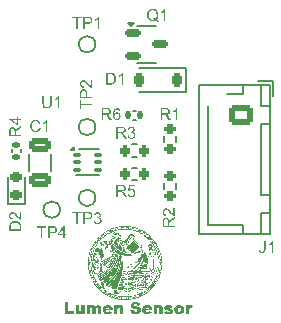
<source format=gto>
%TF.GenerationSoftware,KiCad,Pcbnew,8.0.2*%
%TF.CreationDate,2024-12-26T16:28:57-05:00*%
%TF.ProjectId,Lumen Sensor,4c756d65-6e20-4536-956e-736f722e6b69,rev?*%
%TF.SameCoordinates,Original*%
%TF.FileFunction,Legend,Top*%
%TF.FilePolarity,Positive*%
%FSLAX46Y46*%
G04 Gerber Fmt 4.6, Leading zero omitted, Abs format (unit mm)*
G04 Created by KiCad (PCBNEW 8.0.2) date 2024-12-26 16:28:57*
%MOMM*%
%LPD*%
G01*
G04 APERTURE LIST*
G04 Aperture macros list*
%AMRoundRect*
0 Rectangle with rounded corners*
0 $1 Rounding radius*
0 $2 $3 $4 $5 $6 $7 $8 $9 X,Y pos of 4 corners*
0 Add a 4 corners polygon primitive as box body*
4,1,4,$2,$3,$4,$5,$6,$7,$8,$9,$2,$3,0*
0 Add four circle primitives for the rounded corners*
1,1,$1+$1,$2,$3*
1,1,$1+$1,$4,$5*
1,1,$1+$1,$6,$7*
1,1,$1+$1,$8,$9*
0 Add four rect primitives between the rounded corners*
20,1,$1+$1,$2,$3,$4,$5,0*
20,1,$1+$1,$4,$5,$6,$7,0*
20,1,$1+$1,$6,$7,$8,$9,0*
20,1,$1+$1,$8,$9,$2,$3,0*%
G04 Aperture macros list end*
%ADD10C,0.200000*%
%ADD11C,0.153000*%
%ADD12C,0.000000*%
%ADD13C,4.400000*%
%ADD14C,1.000000*%
%ADD15RoundRect,0.200000X-0.275000X0.200000X-0.275000X-0.200000X0.275000X-0.200000X0.275000X0.200000X0*%
%ADD16RoundRect,0.200000X-0.200000X-0.275000X0.200000X-0.275000X0.200000X0.275000X-0.200000X0.275000X0*%
%ADD17RoundRect,0.135000X0.135000X0.185000X-0.135000X0.185000X-0.135000X-0.185000X0.135000X-0.185000X0*%
%ADD18RoundRect,0.218750X0.256250X-0.218750X0.256250X0.218750X-0.256250X0.218750X-0.256250X-0.218750X0*%
%ADD19RoundRect,0.200000X0.275000X-0.200000X0.275000X0.200000X-0.275000X0.200000X-0.275000X-0.200000X0*%
%ADD20C,1.200000*%
%ADD21RoundRect,0.250000X-0.725000X0.600000X-0.725000X-0.600000X0.725000X-0.600000X0.725000X0.600000X0*%
%ADD22O,1.950000X1.700000*%
%ADD23RoundRect,0.075000X-0.250000X-0.075000X0.250000X-0.075000X0.250000X0.075000X-0.250000X0.075000X0*%
%ADD24RoundRect,0.225000X0.225000X0.375000X-0.225000X0.375000X-0.225000X-0.375000X0.225000X-0.375000X0*%
%ADD25RoundRect,0.150000X-0.512500X-0.150000X0.512500X-0.150000X0.512500X0.150000X-0.512500X0.150000X0*%
%ADD26RoundRect,0.250000X-0.650000X0.325000X-0.650000X-0.325000X0.650000X-0.325000X0.650000X0.325000X0*%
%ADD27RoundRect,0.135000X0.185000X-0.135000X0.185000X0.135000X-0.185000X0.135000X-0.185000X-0.135000X0*%
G04 APERTURE END LIST*
D10*
G36*
X102103070Y-66829581D02*
G01*
X102414235Y-66829581D01*
X102414235Y-67579895D01*
X102899790Y-67579895D01*
X102899790Y-67830000D01*
X102103070Y-67830000D01*
X102103070Y-66829581D01*
G37*
G36*
X103786147Y-67830000D02*
G01*
X103525052Y-67830000D01*
X103525052Y-67711053D01*
X103492139Y-67748691D01*
X103455388Y-67782761D01*
X103414742Y-67810816D01*
X103407327Y-67814856D01*
X103358967Y-67833610D01*
X103307878Y-67843197D01*
X103261270Y-67845631D01*
X103206727Y-67841296D01*
X103158382Y-67828290D01*
X103111402Y-67803294D01*
X103080286Y-67776266D01*
X103048644Y-67731199D01*
X103029211Y-67681213D01*
X103018920Y-67629812D01*
X103015084Y-67580061D01*
X103014829Y-67562309D01*
X103014829Y-67095317D01*
X103295708Y-67095317D01*
X103295708Y-67499539D01*
X103299900Y-67549089D01*
X103319546Y-67595869D01*
X103321109Y-67597725D01*
X103363284Y-67623355D01*
X103392428Y-67626789D01*
X103440648Y-67615898D01*
X103474494Y-67588199D01*
X103496366Y-67542438D01*
X103504958Y-67489953D01*
X103506489Y-67448981D01*
X103506489Y-67095317D01*
X103786147Y-67095317D01*
X103786147Y-67830000D01*
G37*
G36*
X103952477Y-67095317D02*
G01*
X104213572Y-67095317D01*
X104213572Y-67203272D01*
X104248907Y-67165214D01*
X104287939Y-67132056D01*
X104327145Y-67108018D01*
X104373525Y-67090753D01*
X104421893Y-67081927D01*
X104465631Y-67079685D01*
X104516703Y-67082715D01*
X104564617Y-67093044D01*
X104603872Y-67110704D01*
X104644772Y-67143690D01*
X104676387Y-67184784D01*
X104686915Y-67203272D01*
X104723082Y-67166513D01*
X104761092Y-67134189D01*
X104803682Y-67107238D01*
X104807083Y-67105575D01*
X104855488Y-67088813D01*
X104907541Y-67080924D01*
X104941172Y-67079685D01*
X104990104Y-67083040D01*
X105039986Y-67095088D01*
X105088405Y-67119115D01*
X105124598Y-67149783D01*
X105153449Y-67189778D01*
X105174057Y-67239665D01*
X105185327Y-67291430D01*
X105189964Y-67341828D01*
X105190544Y-67369113D01*
X105190544Y-67830000D01*
X104910153Y-67830000D01*
X104910153Y-67410879D01*
X104903351Y-67360548D01*
X104890858Y-67336629D01*
X104852595Y-67304815D01*
X104820760Y-67298527D01*
X104771284Y-67309964D01*
X104741137Y-67334675D01*
X104718422Y-67381509D01*
X104711324Y-67430979D01*
X104710851Y-67450202D01*
X104710851Y-67830000D01*
X104430704Y-67830000D01*
X104430704Y-67425778D01*
X104428390Y-67375664D01*
X104425331Y-67360076D01*
X104398320Y-67318878D01*
X104394312Y-67315624D01*
X104348252Y-67298677D01*
X104342777Y-67298527D01*
X104294056Y-67310119D01*
X104263642Y-67335163D01*
X104241553Y-67379814D01*
X104233619Y-67430372D01*
X104232868Y-67455331D01*
X104232868Y-67830000D01*
X103952477Y-67830000D01*
X103952477Y-67095317D01*
G37*
G36*
X105784025Y-67081308D02*
G01*
X105835780Y-67086177D01*
X105890300Y-67095959D01*
X105938509Y-67110160D01*
X105974808Y-67125847D01*
X106017520Y-67151401D01*
X106059075Y-67186353D01*
X106093752Y-67227874D01*
X106113049Y-67259204D01*
X106133779Y-67306205D01*
X106148586Y-67359771D01*
X106156684Y-67412025D01*
X106160016Y-67460815D01*
X106160432Y-67486594D01*
X106160432Y-67517369D01*
X105599895Y-67517369D01*
X105610587Y-67567264D01*
X105634506Y-67610881D01*
X105636287Y-67612868D01*
X105676485Y-67643756D01*
X105726126Y-67657347D01*
X105742044Y-67658053D01*
X105791923Y-67650515D01*
X105820202Y-67638757D01*
X105859370Y-67606497D01*
X105869050Y-67595526D01*
X106144556Y-67626789D01*
X106115630Y-67674818D01*
X106084203Y-67716535D01*
X106050274Y-67751941D01*
X106008436Y-67784678D01*
X105991905Y-67794829D01*
X105942476Y-67817055D01*
X105891262Y-67831293D01*
X105841448Y-67839628D01*
X105786172Y-67844391D01*
X105735938Y-67845631D01*
X105683788Y-67844188D01*
X105628417Y-67838859D01*
X105578936Y-67829603D01*
X105529599Y-67814215D01*
X105507815Y-67804598D01*
X105463345Y-67777692D01*
X105423357Y-67743135D01*
X105391575Y-67705995D01*
X105370062Y-67674173D01*
X105346233Y-67627522D01*
X105329213Y-67576964D01*
X105319000Y-67522498D01*
X105315649Y-67471634D01*
X105315596Y-67464124D01*
X105318268Y-67411994D01*
X105324052Y-67376685D01*
X105600628Y-67376685D01*
X105876133Y-67376685D01*
X105862391Y-67329029D01*
X105832414Y-67292665D01*
X105785660Y-67272126D01*
X105739357Y-67267264D01*
X105689615Y-67273593D01*
X105643240Y-67296623D01*
X105632868Y-67305610D01*
X105606715Y-67349489D01*
X105600628Y-67376685D01*
X105324052Y-67376685D01*
X105326282Y-67363073D01*
X105342951Y-67308602D01*
X105367315Y-67258751D01*
X105399371Y-67213519D01*
X105425017Y-67185931D01*
X105469069Y-67149824D01*
X105518978Y-67121188D01*
X105565042Y-67103030D01*
X105615172Y-67090061D01*
X105669370Y-67082279D01*
X105727634Y-67079685D01*
X105784025Y-67081308D01*
G37*
G36*
X106283531Y-67095317D02*
G01*
X106543893Y-67095317D01*
X106543893Y-67214508D01*
X106576825Y-67176988D01*
X106613643Y-67143004D01*
X106654418Y-67114988D01*
X106661863Y-67110949D01*
X106710417Y-67091898D01*
X106761383Y-67082158D01*
X106807676Y-67079685D01*
X106862523Y-67084036D01*
X106911051Y-67097088D01*
X106958091Y-67122172D01*
X106989148Y-67149295D01*
X107020908Y-67194302D01*
X107040413Y-67244364D01*
X107050743Y-67295932D01*
X107054593Y-67345901D01*
X107054849Y-67363740D01*
X107054849Y-67830000D01*
X106773970Y-67830000D01*
X106773970Y-67425289D01*
X106769778Y-67375662D01*
X106750132Y-67329174D01*
X106748569Y-67327348D01*
X106706394Y-67301933D01*
X106677250Y-67298527D01*
X106628649Y-67309487D01*
X106594696Y-67337362D01*
X106573158Y-67383123D01*
X106564696Y-67435607D01*
X106563189Y-67476580D01*
X106563189Y-67830000D01*
X106283531Y-67830000D01*
X106283531Y-67095317D01*
G37*
G36*
X107647871Y-67489769D02*
G01*
X107943893Y-67470474D01*
X107953854Y-67521547D01*
X107972594Y-67568544D01*
X107982972Y-67584535D01*
X108020929Y-67620551D01*
X108068641Y-67641617D01*
X108120481Y-67647794D01*
X108169578Y-67642715D01*
X108216061Y-67622519D01*
X108223063Y-67617020D01*
X108253245Y-67576945D01*
X108259211Y-67545457D01*
X108244380Y-67498383D01*
X108224773Y-67476580D01*
X108181995Y-67452339D01*
X108134811Y-67436217D01*
X108080803Y-67422341D01*
X108065526Y-67418939D01*
X108016189Y-67407169D01*
X107959670Y-67391127D01*
X107908875Y-67373605D01*
X107863805Y-67354605D01*
X107817276Y-67329852D01*
X107773412Y-67298283D01*
X107739151Y-67263277D01*
X107710300Y-67218405D01*
X107692440Y-67168343D01*
X107685570Y-67113091D01*
X107685484Y-67105819D01*
X107690795Y-67053936D01*
X107706726Y-67004072D01*
X107730425Y-66960495D01*
X107762950Y-66920615D01*
X107804347Y-66886459D01*
X107849191Y-66860613D01*
X107865736Y-66853028D01*
X107915103Y-66835931D01*
X107965162Y-66824978D01*
X108021626Y-66817766D01*
X108075121Y-66814560D01*
X108113398Y-66813949D01*
X108171524Y-66815679D01*
X108225153Y-66820866D01*
X108274287Y-66829513D01*
X108327312Y-66844453D01*
X108373864Y-66864374D01*
X108407711Y-66884780D01*
X108448129Y-66919765D01*
X108480693Y-66962745D01*
X108505404Y-67013718D01*
X108520333Y-67063773D01*
X108528367Y-67109972D01*
X108235031Y-67126580D01*
X108221273Y-67079281D01*
X108192719Y-67037226D01*
X108185938Y-67031325D01*
X108141425Y-67008977D01*
X108090755Y-67001644D01*
X108082623Y-67001528D01*
X108032526Y-67007938D01*
X108000802Y-67024242D01*
X107974756Y-67065697D01*
X107973447Y-67079441D01*
X107996161Y-67122184D01*
X108043533Y-67144440D01*
X108095368Y-67157520D01*
X108100453Y-67158576D01*
X108149630Y-67169407D01*
X108206013Y-67183009D01*
X108256744Y-67196684D01*
X108310158Y-67213187D01*
X108362187Y-67232571D01*
X108392568Y-67246503D01*
X108438476Y-67273208D01*
X108480513Y-67306868D01*
X108513104Y-67344725D01*
X108521039Y-67356901D01*
X108543984Y-67404086D01*
X108557404Y-67454965D01*
X108561339Y-67504424D01*
X108557089Y-67557120D01*
X108544338Y-67607498D01*
X108523086Y-67655558D01*
X108507606Y-67681256D01*
X108474137Y-67723639D01*
X108433907Y-67759841D01*
X108392469Y-67786830D01*
X108357885Y-67803866D01*
X108306747Y-67822138D01*
X108256842Y-67833844D01*
X108202121Y-67841552D01*
X108151385Y-67844978D01*
X108115596Y-67845631D01*
X108053829Y-67844063D01*
X107997001Y-67839357D01*
X107945111Y-67831515D01*
X107887193Y-67817300D01*
X107836990Y-67798184D01*
X107786933Y-67768775D01*
X107759734Y-67745247D01*
X107725662Y-67705605D01*
X107697636Y-67662151D01*
X107675654Y-67614885D01*
X107659717Y-67563805D01*
X107649825Y-67508914D01*
X107647871Y-67489769D01*
G37*
G36*
X109127221Y-67081308D02*
G01*
X109178976Y-67086177D01*
X109233496Y-67095959D01*
X109281705Y-67110160D01*
X109318004Y-67125847D01*
X109360716Y-67151401D01*
X109402271Y-67186353D01*
X109436948Y-67227874D01*
X109456245Y-67259204D01*
X109476975Y-67306205D01*
X109491782Y-67359771D01*
X109499880Y-67412025D01*
X109503212Y-67460815D01*
X109503628Y-67486594D01*
X109503628Y-67517369D01*
X108943091Y-67517369D01*
X108953783Y-67567264D01*
X108977703Y-67610881D01*
X108979483Y-67612868D01*
X109019681Y-67643756D01*
X109069322Y-67657347D01*
X109085240Y-67658053D01*
X109135119Y-67650515D01*
X109163398Y-67638757D01*
X109202567Y-67606497D01*
X109212247Y-67595526D01*
X109487752Y-67626789D01*
X109458826Y-67674818D01*
X109427399Y-67716535D01*
X109393470Y-67751941D01*
X109351632Y-67784678D01*
X109335101Y-67794829D01*
X109285672Y-67817055D01*
X109234458Y-67831293D01*
X109184644Y-67839628D01*
X109129369Y-67844391D01*
X109079134Y-67845631D01*
X109026985Y-67844188D01*
X108971613Y-67838859D01*
X108922132Y-67829603D01*
X108872795Y-67814215D01*
X108851011Y-67804598D01*
X108806541Y-67777692D01*
X108766553Y-67743135D01*
X108734771Y-67705995D01*
X108713258Y-67674173D01*
X108689429Y-67627522D01*
X108672409Y-67576964D01*
X108662196Y-67522498D01*
X108658845Y-67471634D01*
X108658792Y-67464124D01*
X108661464Y-67411994D01*
X108667248Y-67376685D01*
X108943824Y-67376685D01*
X109219330Y-67376685D01*
X109205587Y-67329029D01*
X109175610Y-67292665D01*
X109128856Y-67272126D01*
X109082554Y-67267264D01*
X109032812Y-67273593D01*
X108986436Y-67296623D01*
X108976064Y-67305610D01*
X108949911Y-67349489D01*
X108943824Y-67376685D01*
X108667248Y-67376685D01*
X108669478Y-67363073D01*
X108686147Y-67308602D01*
X108710511Y-67258751D01*
X108742568Y-67213519D01*
X108768213Y-67185931D01*
X108812265Y-67149824D01*
X108862174Y-67121188D01*
X108908238Y-67103030D01*
X108958368Y-67090061D01*
X109012566Y-67082279D01*
X109070830Y-67079685D01*
X109127221Y-67081308D01*
G37*
G36*
X109626727Y-67095317D02*
G01*
X109887090Y-67095317D01*
X109887090Y-67214508D01*
X109920022Y-67176988D01*
X109956839Y-67143004D01*
X109997614Y-67114988D01*
X110005059Y-67110949D01*
X110053614Y-67091898D01*
X110104579Y-67082158D01*
X110150872Y-67079685D01*
X110205720Y-67084036D01*
X110254248Y-67097088D01*
X110301287Y-67122172D01*
X110332344Y-67149295D01*
X110364104Y-67194302D01*
X110383609Y-67244364D01*
X110393939Y-67295932D01*
X110397789Y-67345901D01*
X110398046Y-67363740D01*
X110398046Y-67830000D01*
X110117166Y-67830000D01*
X110117166Y-67425289D01*
X110112974Y-67375662D01*
X110093328Y-67329174D01*
X110091765Y-67327348D01*
X110049590Y-67301933D01*
X110020446Y-67298527D01*
X109971845Y-67309487D01*
X109937892Y-67337362D01*
X109916354Y-67383123D01*
X109907892Y-67435607D01*
X109906385Y-67476580D01*
X109906385Y-67830000D01*
X109626727Y-67830000D01*
X109626727Y-67095317D01*
G37*
G36*
X110510153Y-67626789D02*
G01*
X110787857Y-67595526D01*
X110809883Y-67640920D01*
X110835729Y-67667578D01*
X110882517Y-67686259D01*
X110918283Y-67689316D01*
X110968353Y-67683454D01*
X111005722Y-67665868D01*
X111029658Y-67621905D01*
X111003781Y-67579372D01*
X110998150Y-67576231D01*
X110948871Y-67561617D01*
X110895398Y-67551012D01*
X110877739Y-67547899D01*
X110826276Y-67538668D01*
X110774137Y-67528181D01*
X110724967Y-67516568D01*
X110675505Y-67501249D01*
X110629337Y-67476478D01*
X110592578Y-67443179D01*
X110580006Y-67427732D01*
X110554863Y-67383084D01*
X110542537Y-67333680D01*
X110541172Y-67309274D01*
X110547045Y-67257685D01*
X110564665Y-67211729D01*
X110582937Y-67184221D01*
X110618875Y-67148432D01*
X110663675Y-67120199D01*
X110698464Y-67105575D01*
X110749302Y-67091922D01*
X110803417Y-67083958D01*
X110858170Y-67080318D01*
X110895568Y-67079685D01*
X110949452Y-67080679D01*
X111002991Y-67084247D01*
X111052967Y-67091363D01*
X111088276Y-67100446D01*
X111135454Y-67121103D01*
X111175779Y-67149339D01*
X111192079Y-67164926D01*
X111223517Y-67205369D01*
X111248459Y-67251789D01*
X111261200Y-67282896D01*
X110995952Y-67298527D01*
X110967341Y-67258536D01*
X110961514Y-67254808D01*
X110914955Y-67238646D01*
X110881891Y-67236001D01*
X110832680Y-67242489D01*
X110812770Y-67252609D01*
X110791277Y-67292665D01*
X110818876Y-67332477D01*
X110866208Y-67345992D01*
X110916302Y-67353928D01*
X110938311Y-67356657D01*
X110988093Y-67362874D01*
X111039813Y-67371255D01*
X111090536Y-67382322D01*
X111141359Y-67398389D01*
X111145673Y-67400132D01*
X111192247Y-67424415D01*
X111232470Y-67458396D01*
X111249720Y-67480000D01*
X111273125Y-67523763D01*
X111284986Y-67574680D01*
X111285868Y-67593817D01*
X111279580Y-67644253D01*
X111260715Y-67693561D01*
X111247766Y-67715938D01*
X111216348Y-67753885D01*
X111174481Y-67786117D01*
X111127355Y-67810460D01*
X111076498Y-67827462D01*
X111023410Y-67837903D01*
X110970871Y-67843433D01*
X110921318Y-67845494D01*
X110903872Y-67845631D01*
X110844170Y-67844242D01*
X110790085Y-67840074D01*
X110741617Y-67833127D01*
X110690870Y-67821123D01*
X110641888Y-67802060D01*
X110618841Y-67788722D01*
X110580266Y-67757261D01*
X110545956Y-67714678D01*
X110523535Y-67670435D01*
X110510153Y-67626789D01*
G37*
G36*
X111850409Y-67081681D02*
G01*
X111900154Y-67087669D01*
X111957624Y-67100767D01*
X112009858Y-67120103D01*
X112056857Y-67145676D01*
X112098621Y-67177486D01*
X112128262Y-67207424D01*
X112158891Y-67247659D01*
X112183182Y-67291242D01*
X112201137Y-67338174D01*
X112212755Y-67388454D01*
X112218035Y-67442084D01*
X112218387Y-67460704D01*
X112215662Y-67512031D01*
X112207487Y-67560376D01*
X112190483Y-67614455D01*
X112165630Y-67664241D01*
X112132929Y-67709733D01*
X112106769Y-67737676D01*
X112061897Y-67774364D01*
X112010999Y-67803461D01*
X111963978Y-67821910D01*
X111912772Y-67835089D01*
X111857380Y-67842995D01*
X111797801Y-67845631D01*
X111744492Y-67843443D01*
X111694475Y-67836877D01*
X111638799Y-67823222D01*
X111587863Y-67803263D01*
X111541667Y-67777003D01*
X111513503Y-67755994D01*
X111475084Y-67719578D01*
X111443178Y-67679787D01*
X111417783Y-67636621D01*
X111398899Y-67590081D01*
X111386527Y-67540165D01*
X111380667Y-67486874D01*
X111380146Y-67464612D01*
X111380265Y-67462414D01*
X111660537Y-67462414D01*
X111663647Y-67514490D01*
X111674400Y-67562699D01*
X111697441Y-67607138D01*
X111699860Y-67610181D01*
X111738362Y-67642906D01*
X111788225Y-67657632D01*
X111799267Y-67658053D01*
X111847940Y-67649030D01*
X111890959Y-67619338D01*
X111898429Y-67610914D01*
X111922094Y-67567522D01*
X111933472Y-67519084D01*
X111937226Y-67465946D01*
X111937264Y-67459483D01*
X111934153Y-67408745D01*
X111921903Y-67357435D01*
X111897941Y-67314891D01*
X111860194Y-67282334D01*
X111811865Y-67267683D01*
X111801221Y-67267264D01*
X111751860Y-67276520D01*
X111710633Y-67304290D01*
X111700348Y-67315624D01*
X111676088Y-67358821D01*
X111663686Y-67410909D01*
X111660537Y-67462414D01*
X111380265Y-67462414D01*
X111382895Y-67413690D01*
X111393451Y-67356377D01*
X111411924Y-67303202D01*
X111438313Y-67254167D01*
X111472620Y-67209270D01*
X111492742Y-67188374D01*
X111537831Y-67151437D01*
X111588466Y-67122142D01*
X111634900Y-67103567D01*
X111685185Y-67090300D01*
X111739323Y-67082339D01*
X111797313Y-67079685D01*
X111850409Y-67081681D01*
G37*
G36*
X112350279Y-67095317D02*
G01*
X112612107Y-67095317D01*
X112612107Y-67216461D01*
X112635983Y-67172383D01*
X112665200Y-67132083D01*
X112690020Y-67108995D01*
X112734839Y-67087013D01*
X112785507Y-67079714D01*
X112789183Y-67079685D01*
X112841325Y-67085933D01*
X112888468Y-67100980D01*
X112924494Y-67117543D01*
X112838032Y-67319288D01*
X112791401Y-67303089D01*
X112759874Y-67298527D01*
X112711086Y-67309945D01*
X112674633Y-67344200D01*
X112653735Y-67389064D01*
X112640901Y-67443831D01*
X112634822Y-67494103D01*
X112631782Y-67552258D01*
X112631402Y-67584291D01*
X112631402Y-67830000D01*
X112350279Y-67830000D01*
X112350279Y-67095317D01*
G37*
G36*
X103081403Y-60215000D02*
G01*
X103081403Y-59316186D01*
X102749721Y-59316186D01*
X102749721Y-59198949D01*
X103547907Y-59198949D01*
X103547907Y-59316186D01*
X103214760Y-59316186D01*
X103214760Y-60215000D01*
X103081403Y-60215000D01*
G37*
G36*
X104112684Y-59199722D02*
G01*
X104162382Y-59202393D01*
X104213224Y-59208719D01*
X104261414Y-59219938D01*
X104307467Y-59238233D01*
X104337544Y-59256102D01*
X104375001Y-59289116D01*
X104406008Y-59331400D01*
X104418144Y-59354043D01*
X104436897Y-59402907D01*
X104446484Y-59450837D01*
X104448919Y-59492285D01*
X104445003Y-59546919D01*
X104433258Y-59597765D01*
X104413681Y-59644826D01*
X104386274Y-59688099D01*
X104367097Y-59711127D01*
X104325001Y-59746053D01*
X104278891Y-59769163D01*
X104223524Y-59785970D01*
X104170314Y-59795161D01*
X104110676Y-59799976D01*
X104071808Y-59800764D01*
X103813399Y-59800764D01*
X103813399Y-60215000D01*
X103680042Y-60215000D01*
X103680042Y-59683527D01*
X103813399Y-59683527D01*
X104073762Y-59683527D01*
X104126701Y-59681178D01*
X104178415Y-59672740D01*
X104225391Y-59655912D01*
X104257188Y-59634434D01*
X104288059Y-59595979D01*
X104306115Y-59548114D01*
X104311410Y-59496437D01*
X104306129Y-59447110D01*
X104288632Y-59400842D01*
X104279414Y-59386039D01*
X104245139Y-59349807D01*
X104198641Y-59326184D01*
X104195395Y-59325223D01*
X104143521Y-59318171D01*
X104092839Y-59316327D01*
X104071075Y-59316186D01*
X103813399Y-59316186D01*
X103813399Y-59683527D01*
X103680042Y-59683527D01*
X103680042Y-59198949D01*
X104060084Y-59198949D01*
X104112684Y-59199722D01*
G37*
G36*
X104563713Y-59950240D02*
G01*
X104687300Y-59933632D01*
X104699787Y-59981915D01*
X104718287Y-60027586D01*
X104747300Y-60070969D01*
X104759596Y-60083353D01*
X104801189Y-60111185D01*
X104849034Y-60126171D01*
X104884404Y-60129026D01*
X104936382Y-60123111D01*
X104983017Y-60105365D01*
X105024309Y-60075789D01*
X105031926Y-60068454D01*
X105063611Y-60027782D01*
X105083561Y-59981480D01*
X105091775Y-59929550D01*
X105092010Y-59918489D01*
X105086572Y-59868147D01*
X105068028Y-59819548D01*
X105036323Y-59778049D01*
X104994488Y-59746483D01*
X104945553Y-59728020D01*
X104894906Y-59722606D01*
X104844264Y-59727949D01*
X104807467Y-59736284D01*
X104821389Y-59619780D01*
X104841173Y-59621001D01*
X104893673Y-59616210D01*
X104942364Y-59601837D01*
X104983322Y-59580457D01*
X105019338Y-59547387D01*
X105041577Y-59499462D01*
X105046581Y-59455404D01*
X105038963Y-59404819D01*
X105013718Y-59358817D01*
X105000419Y-59344518D01*
X104958677Y-59316053D01*
X104908067Y-59302100D01*
X104881717Y-59300554D01*
X104831044Y-59306874D01*
X104783746Y-59327984D01*
X104761550Y-59345495D01*
X104730306Y-59385520D01*
X104710174Y-59433314D01*
X104699756Y-59480317D01*
X104576169Y-59458335D01*
X104588770Y-59406931D01*
X104606911Y-59360856D01*
X104634426Y-59314724D01*
X104669177Y-59275554D01*
X104678996Y-59266849D01*
X104721631Y-59237143D01*
X104769182Y-59215924D01*
X104821649Y-59203193D01*
X104871589Y-59199016D01*
X104879030Y-59198949D01*
X104929210Y-59202384D01*
X104981487Y-59214096D01*
X105030705Y-59234120D01*
X105074526Y-59261360D01*
X105110613Y-59294717D01*
X105136707Y-59330352D01*
X105159181Y-59377029D01*
X105171282Y-59425836D01*
X105173587Y-59459556D01*
X105167823Y-59510449D01*
X105150530Y-59557552D01*
X105138661Y-59578014D01*
X105104680Y-59617688D01*
X105063366Y-59647942D01*
X105034857Y-59662766D01*
X105081972Y-59677980D01*
X105126890Y-59703177D01*
X105163985Y-59737104D01*
X105173587Y-59748984D01*
X105199734Y-59793115D01*
X105216196Y-59843685D01*
X105222733Y-59894705D01*
X105223169Y-59912871D01*
X105218564Y-59969072D01*
X105204749Y-60021417D01*
X105181725Y-60069905D01*
X105149491Y-60114536D01*
X105126937Y-60138307D01*
X105089073Y-60169683D01*
X105040405Y-60198083D01*
X104986898Y-60217648D01*
X104937184Y-60227385D01*
X104883915Y-60230631D01*
X104828043Y-60226903D01*
X104776471Y-60215718D01*
X104729201Y-60197077D01*
X104686231Y-60170979D01*
X104663608Y-60152718D01*
X104628942Y-60116315D01*
X104601451Y-60075494D01*
X104581137Y-60030255D01*
X104567999Y-59980599D01*
X104563713Y-59950240D01*
G37*
G36*
X111415000Y-59763991D02*
G01*
X111204462Y-59897103D01*
X111161582Y-59925008D01*
X111119729Y-59953335D01*
X111077757Y-59983550D01*
X111065000Y-59993335D01*
X111026048Y-60027055D01*
X110997344Y-60060990D01*
X110974996Y-60106373D01*
X110970478Y-60121807D01*
X110965898Y-60172090D01*
X110965593Y-60196056D01*
X110965593Y-60350662D01*
X111415000Y-60350662D01*
X111415000Y-60483774D01*
X110398949Y-60483774D01*
X110398949Y-60037299D01*
X110399076Y-60031925D01*
X110512278Y-60031925D01*
X110512278Y-60350662D01*
X110852264Y-60350662D01*
X110852264Y-60064165D01*
X110850380Y-60010961D01*
X110843954Y-59961418D01*
X110832969Y-59921283D01*
X110807934Y-59875915D01*
X110771420Y-59842881D01*
X110724197Y-59821918D01*
X110679096Y-59816015D01*
X110628148Y-59823330D01*
X110584482Y-59845278D01*
X110559417Y-59868038D01*
X110532579Y-59910765D01*
X110517848Y-59961980D01*
X110512692Y-60011435D01*
X110512278Y-60031925D01*
X110399076Y-60031925D01*
X110400270Y-59981506D01*
X110404232Y-59931885D01*
X110411994Y-59882731D01*
X110426549Y-59832623D01*
X110450348Y-59787779D01*
X110484134Y-59749630D01*
X110523513Y-59720760D01*
X110568426Y-59698606D01*
X110616154Y-59684658D01*
X110666696Y-59678914D01*
X110677142Y-59678750D01*
X110729349Y-59683085D01*
X110777281Y-59696091D01*
X110826097Y-59721087D01*
X110860324Y-59748115D01*
X110894075Y-59787514D01*
X110921079Y-59836348D01*
X110939173Y-59886816D01*
X110950571Y-59935823D01*
X110954846Y-59962316D01*
X110978674Y-59918384D01*
X111005160Y-59881960D01*
X111041496Y-59846096D01*
X111083031Y-59811473D01*
X111124859Y-59781373D01*
X111139738Y-59771562D01*
X111415000Y-59596196D01*
X111415000Y-59763991D01*
G37*
G36*
X111297763Y-58875924D02*
G01*
X111415000Y-58875924D01*
X111415000Y-59541730D01*
X111365798Y-59537771D01*
X111329026Y-59527320D01*
X111282437Y-59506109D01*
X111240534Y-59480617D01*
X111199060Y-59449209D01*
X111194937Y-59445742D01*
X111156082Y-59410340D01*
X111118820Y-59372253D01*
X111084112Y-59333818D01*
X111047440Y-59290615D01*
X111042041Y-59284054D01*
X111008972Y-59244685D01*
X110970117Y-59200153D01*
X110934016Y-59160822D01*
X110894331Y-59120487D01*
X110853046Y-59082894D01*
X110826863Y-59062281D01*
X110782888Y-59034299D01*
X110735614Y-59013949D01*
X110685541Y-59004622D01*
X110676653Y-59004396D01*
X110624263Y-59011814D01*
X110578468Y-59034071D01*
X110551601Y-59057152D01*
X110522538Y-59097006D01*
X110505539Y-59144364D01*
X110500554Y-59193928D01*
X110506016Y-59246316D01*
X110524642Y-59295899D01*
X110556486Y-59337054D01*
X110600047Y-59367594D01*
X110648514Y-59384539D01*
X110699354Y-59390979D01*
X110711580Y-59391276D01*
X110698147Y-59518283D01*
X110645822Y-59510887D01*
X110598393Y-59498407D01*
X110549244Y-59477423D01*
X110506757Y-59449521D01*
X110475642Y-59420097D01*
X110445758Y-59380011D01*
X110423215Y-59334338D01*
X110408012Y-59283079D01*
X110400822Y-59234696D01*
X110398949Y-59191241D01*
X110401791Y-59139049D01*
X110412292Y-59083519D01*
X110430529Y-59033762D01*
X110456504Y-58989779D01*
X110479794Y-58961897D01*
X110517010Y-58928969D01*
X110564065Y-58901240D01*
X110615943Y-58884074D01*
X110665294Y-58877719D01*
X110680073Y-58877389D01*
X110729164Y-58881461D01*
X110777610Y-58893674D01*
X110799752Y-58902058D01*
X110844608Y-58925162D01*
X110887296Y-58954426D01*
X110923339Y-58984123D01*
X110963709Y-59022418D01*
X111000397Y-59060510D01*
X111035528Y-59098947D01*
X111074059Y-59142725D01*
X111101636Y-59174877D01*
X111134944Y-59213760D01*
X111168398Y-59252070D01*
X111202858Y-59290163D01*
X111229863Y-59317759D01*
X111267937Y-59349727D01*
X111297763Y-59369783D01*
X111297763Y-58875924D01*
G37*
G36*
X100081403Y-61415000D02*
G01*
X100081403Y-60516186D01*
X99749721Y-60516186D01*
X99749721Y-60398949D01*
X100547907Y-60398949D01*
X100547907Y-60516186D01*
X100214760Y-60516186D01*
X100214760Y-61415000D01*
X100081403Y-61415000D01*
G37*
G36*
X101112684Y-60399722D02*
G01*
X101162382Y-60402393D01*
X101213224Y-60408719D01*
X101261414Y-60419938D01*
X101307467Y-60438233D01*
X101337544Y-60456102D01*
X101375001Y-60489116D01*
X101406008Y-60531400D01*
X101418144Y-60554043D01*
X101436897Y-60602907D01*
X101446484Y-60650837D01*
X101448919Y-60692285D01*
X101445003Y-60746919D01*
X101433258Y-60797765D01*
X101413681Y-60844826D01*
X101386274Y-60888099D01*
X101367097Y-60911127D01*
X101325001Y-60946053D01*
X101278891Y-60969163D01*
X101223524Y-60985970D01*
X101170314Y-60995161D01*
X101110676Y-60999976D01*
X101071808Y-61000764D01*
X100813399Y-61000764D01*
X100813399Y-61415000D01*
X100680042Y-61415000D01*
X100680042Y-60883527D01*
X100813399Y-60883527D01*
X101073762Y-60883527D01*
X101126701Y-60881178D01*
X101178415Y-60872740D01*
X101225391Y-60855912D01*
X101257188Y-60834434D01*
X101288059Y-60795979D01*
X101306115Y-60748114D01*
X101311410Y-60696437D01*
X101306129Y-60647110D01*
X101288632Y-60600842D01*
X101279414Y-60586039D01*
X101245139Y-60549807D01*
X101198641Y-60526184D01*
X101195395Y-60525223D01*
X101143521Y-60518171D01*
X101092839Y-60516327D01*
X101071075Y-60516186D01*
X100813399Y-60516186D01*
X100813399Y-60883527D01*
X100680042Y-60883527D01*
X100680042Y-60398949D01*
X101060084Y-60398949D01*
X101112684Y-60399722D01*
G37*
G36*
X102082973Y-61055474D02*
G01*
X102219016Y-61055474D01*
X102219016Y-61168803D01*
X102082973Y-61168803D01*
X102082973Y-61415000D01*
X101959386Y-61415000D01*
X101959386Y-61168803D01*
X101522436Y-61168803D01*
X101522436Y-61055474D01*
X101644069Y-61055474D01*
X101959386Y-61055474D01*
X101959386Y-60598740D01*
X101644069Y-61055474D01*
X101522436Y-61055474D01*
X101982101Y-60398949D01*
X102082973Y-60398949D01*
X102082973Y-61055474D01*
G37*
G36*
X106968493Y-51970270D02*
G01*
X107018114Y-51974232D01*
X107067268Y-51981994D01*
X107117376Y-51996549D01*
X107162220Y-52020348D01*
X107200369Y-52054134D01*
X107229239Y-52093513D01*
X107251393Y-52138426D01*
X107265341Y-52186154D01*
X107271085Y-52236696D01*
X107271249Y-52247142D01*
X107266914Y-52299349D01*
X107253908Y-52347281D01*
X107228912Y-52396097D01*
X107201884Y-52430324D01*
X107162485Y-52464075D01*
X107113651Y-52491079D01*
X107063183Y-52509173D01*
X107014176Y-52520571D01*
X106987683Y-52524846D01*
X107031615Y-52548674D01*
X107068039Y-52575160D01*
X107103903Y-52611496D01*
X107138526Y-52653031D01*
X107168626Y-52694859D01*
X107178437Y-52709738D01*
X107353803Y-52985000D01*
X107186008Y-52985000D01*
X107052896Y-52774462D01*
X107024991Y-52731582D01*
X106996664Y-52689729D01*
X106966449Y-52647757D01*
X106956664Y-52635000D01*
X106922944Y-52596048D01*
X106889009Y-52567344D01*
X106843626Y-52544996D01*
X106828192Y-52540478D01*
X106777909Y-52535898D01*
X106753943Y-52535593D01*
X106599337Y-52535593D01*
X106599337Y-52985000D01*
X106466225Y-52985000D01*
X106466225Y-52422264D01*
X106599337Y-52422264D01*
X106885834Y-52422264D01*
X106939038Y-52420380D01*
X106988581Y-52413954D01*
X107028716Y-52402969D01*
X107074084Y-52377934D01*
X107107118Y-52341420D01*
X107128081Y-52294197D01*
X107133984Y-52249096D01*
X107126669Y-52198148D01*
X107104721Y-52154482D01*
X107081961Y-52129417D01*
X107039234Y-52102579D01*
X106988019Y-52087848D01*
X106938564Y-52082692D01*
X106918074Y-52082278D01*
X106599337Y-52082278D01*
X106599337Y-52422264D01*
X106466225Y-52422264D01*
X106466225Y-51968949D01*
X106912700Y-51968949D01*
X106968493Y-51970270D01*
G37*
G36*
X107424878Y-52720240D02*
G01*
X107548465Y-52703632D01*
X107560951Y-52751915D01*
X107579451Y-52797586D01*
X107608464Y-52840969D01*
X107620760Y-52853353D01*
X107662354Y-52881185D01*
X107710199Y-52896171D01*
X107745569Y-52899026D01*
X107797546Y-52893111D01*
X107844182Y-52875365D01*
X107885474Y-52845789D01*
X107893091Y-52838454D01*
X107924776Y-52797782D01*
X107944726Y-52751480D01*
X107952940Y-52699550D01*
X107953175Y-52688489D01*
X107947737Y-52638147D01*
X107929192Y-52589548D01*
X107897488Y-52548049D01*
X107855653Y-52516483D01*
X107806718Y-52498020D01*
X107756071Y-52492606D01*
X107705429Y-52497949D01*
X107668632Y-52506284D01*
X107682554Y-52389780D01*
X107702338Y-52391001D01*
X107754838Y-52386210D01*
X107803529Y-52371837D01*
X107844487Y-52350457D01*
X107880502Y-52317387D01*
X107902742Y-52269462D01*
X107907746Y-52225404D01*
X107900127Y-52174819D01*
X107874882Y-52128817D01*
X107861584Y-52114518D01*
X107819842Y-52086053D01*
X107769231Y-52072100D01*
X107742882Y-52070554D01*
X107692209Y-52076874D01*
X107644910Y-52097984D01*
X107622714Y-52115495D01*
X107591470Y-52155520D01*
X107571339Y-52203314D01*
X107560921Y-52250317D01*
X107437334Y-52228335D01*
X107449935Y-52176931D01*
X107468075Y-52130856D01*
X107495591Y-52084724D01*
X107530342Y-52045554D01*
X107540160Y-52036849D01*
X107582796Y-52007143D01*
X107630347Y-51985924D01*
X107682813Y-51973193D01*
X107732754Y-51969016D01*
X107740195Y-51968949D01*
X107790375Y-51972384D01*
X107842652Y-51984096D01*
X107891870Y-52004120D01*
X107935691Y-52031360D01*
X107971777Y-52064717D01*
X107997871Y-52100352D01*
X108020346Y-52147029D01*
X108032447Y-52195836D01*
X108034752Y-52229556D01*
X108028988Y-52280449D01*
X108011695Y-52327552D01*
X107999825Y-52348014D01*
X107965844Y-52387688D01*
X107924531Y-52417942D01*
X107896022Y-52432766D01*
X107943137Y-52447980D01*
X107988055Y-52473177D01*
X108025149Y-52507104D01*
X108034752Y-52518984D01*
X108060898Y-52563115D01*
X108077361Y-52613685D01*
X108083898Y-52664705D01*
X108084333Y-52682871D01*
X108079729Y-52739072D01*
X108065914Y-52791417D01*
X108042890Y-52839905D01*
X108010656Y-52884536D01*
X107988102Y-52908307D01*
X107950237Y-52939683D01*
X107901569Y-52968083D01*
X107848063Y-52987648D01*
X107798349Y-52997385D01*
X107745080Y-53000631D01*
X107689208Y-52996903D01*
X107637636Y-52985718D01*
X107590366Y-52967077D01*
X107547396Y-52940979D01*
X107524773Y-52922718D01*
X107490107Y-52886315D01*
X107462616Y-52845494D01*
X107442302Y-52800255D01*
X107429163Y-52750599D01*
X107424878Y-52720240D01*
G37*
G36*
X105718493Y-50400270D02*
G01*
X105768114Y-50404232D01*
X105817268Y-50411994D01*
X105867376Y-50426549D01*
X105912220Y-50450348D01*
X105950369Y-50484134D01*
X105979239Y-50523513D01*
X106001393Y-50568426D01*
X106015341Y-50616154D01*
X106021085Y-50666696D01*
X106021249Y-50677142D01*
X106016914Y-50729349D01*
X106003908Y-50777281D01*
X105978912Y-50826097D01*
X105951884Y-50860324D01*
X105912485Y-50894075D01*
X105863651Y-50921079D01*
X105813183Y-50939173D01*
X105764176Y-50950571D01*
X105737683Y-50954846D01*
X105781615Y-50978674D01*
X105818039Y-51005160D01*
X105853903Y-51041496D01*
X105888526Y-51083031D01*
X105918626Y-51124859D01*
X105928437Y-51139738D01*
X106103803Y-51415000D01*
X105936008Y-51415000D01*
X105802896Y-51204462D01*
X105774991Y-51161582D01*
X105746664Y-51119729D01*
X105716449Y-51077757D01*
X105706664Y-51065000D01*
X105672944Y-51026048D01*
X105639009Y-50997344D01*
X105593626Y-50974996D01*
X105578192Y-50970478D01*
X105527909Y-50965898D01*
X105503943Y-50965593D01*
X105349337Y-50965593D01*
X105349337Y-51415000D01*
X105216225Y-51415000D01*
X105216225Y-50852264D01*
X105349337Y-50852264D01*
X105635834Y-50852264D01*
X105689038Y-50850380D01*
X105738581Y-50843954D01*
X105778716Y-50832969D01*
X105824084Y-50807934D01*
X105857118Y-50771420D01*
X105878081Y-50724197D01*
X105883984Y-50679096D01*
X105876669Y-50628148D01*
X105854721Y-50584482D01*
X105831961Y-50559417D01*
X105789234Y-50532579D01*
X105738019Y-50517848D01*
X105688564Y-50512692D01*
X105668074Y-50512278D01*
X105349337Y-50512278D01*
X105349337Y-50852264D01*
X105216225Y-50852264D01*
X105216225Y-50398949D01*
X105662700Y-50398949D01*
X105718493Y-50400270D01*
G37*
G36*
X106579977Y-50402210D02*
G01*
X106632020Y-50413922D01*
X106678659Y-50434152D01*
X106719894Y-50462901D01*
X106724668Y-50467093D01*
X106758847Y-50504294D01*
X106785424Y-50547998D01*
X106804398Y-50598206D01*
X106814765Y-50647471D01*
X106815771Y-50654916D01*
X106692917Y-50664685D01*
X106678537Y-50614036D01*
X106656899Y-50569530D01*
X106646022Y-50555265D01*
X106605173Y-50521926D01*
X106557728Y-50503974D01*
X106522435Y-50500554D01*
X106473475Y-50506772D01*
X106427139Y-50527233D01*
X106418632Y-50533039D01*
X106381415Y-50566480D01*
X106350027Y-50609042D01*
X106326552Y-50655648D01*
X106310261Y-50706278D01*
X106300030Y-50760396D01*
X106294358Y-50814788D01*
X106291934Y-50866637D01*
X106291626Y-50884993D01*
X106324692Y-50844755D01*
X106362434Y-50812368D01*
X106400802Y-50789738D01*
X106450170Y-50770687D01*
X106501186Y-50760429D01*
X106536113Y-50758475D01*
X106588512Y-50762846D01*
X106637359Y-50775959D01*
X106682653Y-50797815D01*
X106724394Y-50828412D01*
X106746650Y-50849822D01*
X106780530Y-50892238D01*
X106806089Y-50939774D01*
X106823326Y-50992430D01*
X106831478Y-51041637D01*
X106833601Y-51085516D01*
X106830355Y-51137916D01*
X106820618Y-51188230D01*
X106804389Y-51236457D01*
X106792568Y-51262348D01*
X106767190Y-51305221D01*
X106733282Y-51345788D01*
X106693364Y-51378914D01*
X106680216Y-51387400D01*
X106633758Y-51410198D01*
X106583530Y-51424552D01*
X106529535Y-51430462D01*
X106518283Y-51430631D01*
X106462315Y-51426621D01*
X106410366Y-51414591D01*
X106362435Y-51394541D01*
X106318523Y-51366471D01*
X106278629Y-51330382D01*
X106266225Y-51316570D01*
X106233106Y-51268602D01*
X106210741Y-51220692D01*
X106193135Y-51165566D01*
X106182476Y-51116271D01*
X106177684Y-51082341D01*
X106310921Y-51082341D01*
X106315395Y-51134399D01*
X106328818Y-51184603D01*
X106338032Y-51207149D01*
X106363607Y-51250894D01*
X106399083Y-51287546D01*
X106413747Y-51298007D01*
X106460616Y-51320272D01*
X106509632Y-51328905D01*
X106516329Y-51329026D01*
X106567494Y-51321407D01*
X106613522Y-51298549D01*
X106650907Y-51264546D01*
X106680660Y-51219714D01*
X106698016Y-51171616D01*
X106705950Y-51122699D01*
X106707327Y-51089180D01*
X106703847Y-51038759D01*
X106691611Y-50988786D01*
X106667682Y-50941646D01*
X106651640Y-50921385D01*
X106614021Y-50889056D01*
X106566138Y-50867324D01*
X106516698Y-50860140D01*
X106511444Y-50860080D01*
X106461565Y-50866067D01*
X106412429Y-50886482D01*
X106372968Y-50917613D01*
X106369295Y-50921385D01*
X106338512Y-50963445D01*
X106319130Y-51012995D01*
X106311434Y-51063993D01*
X106310921Y-51082341D01*
X106177684Y-51082341D01*
X106174862Y-51062359D01*
X106170294Y-51003828D01*
X106168772Y-50940680D01*
X106169718Y-50887175D01*
X106172558Y-50836478D01*
X106179290Y-50773250D01*
X106189388Y-50715013D01*
X106202852Y-50661768D01*
X106219682Y-50613515D01*
X106245453Y-50560218D01*
X106276483Y-50514720D01*
X106314046Y-50475376D01*
X106356213Y-50444172D01*
X106402981Y-50421109D01*
X106454353Y-50406185D01*
X106510326Y-50399401D01*
X106530007Y-50398949D01*
X106579977Y-50402210D01*
G37*
G36*
X103081403Y-43665000D02*
G01*
X103081403Y-42766186D01*
X102749721Y-42766186D01*
X102749721Y-42648949D01*
X103547907Y-42648949D01*
X103547907Y-42766186D01*
X103214760Y-42766186D01*
X103214760Y-43665000D01*
X103081403Y-43665000D01*
G37*
G36*
X104112684Y-42649722D02*
G01*
X104162382Y-42652393D01*
X104213224Y-42658719D01*
X104261414Y-42669938D01*
X104307467Y-42688233D01*
X104337544Y-42706102D01*
X104375001Y-42739116D01*
X104406008Y-42781400D01*
X104418144Y-42804043D01*
X104436897Y-42852907D01*
X104446484Y-42900837D01*
X104448919Y-42942285D01*
X104445003Y-42996919D01*
X104433258Y-43047765D01*
X104413681Y-43094826D01*
X104386274Y-43138099D01*
X104367097Y-43161127D01*
X104325001Y-43196053D01*
X104278891Y-43219163D01*
X104223524Y-43235970D01*
X104170314Y-43245161D01*
X104110676Y-43249976D01*
X104071808Y-43250764D01*
X103813399Y-43250764D01*
X103813399Y-43665000D01*
X103680042Y-43665000D01*
X103680042Y-43133527D01*
X103813399Y-43133527D01*
X104073762Y-43133527D01*
X104126701Y-43131178D01*
X104178415Y-43122740D01*
X104225391Y-43105912D01*
X104257188Y-43084434D01*
X104288059Y-43045979D01*
X104306115Y-42998114D01*
X104311410Y-42946437D01*
X104306129Y-42897110D01*
X104288632Y-42850842D01*
X104279414Y-42836039D01*
X104245139Y-42799807D01*
X104198641Y-42776184D01*
X104195395Y-42775223D01*
X104143521Y-42768171D01*
X104092839Y-42766327D01*
X104071075Y-42766186D01*
X103813399Y-42766186D01*
X103813399Y-43133527D01*
X103680042Y-43133527D01*
X103680042Y-42648949D01*
X104060084Y-42648949D01*
X104112684Y-42649722D01*
G37*
G36*
X105028751Y-43665000D02*
G01*
X104905164Y-43665000D01*
X104905164Y-42873164D01*
X104867727Y-42905587D01*
X104826529Y-42935309D01*
X104787928Y-42959626D01*
X104744045Y-42984394D01*
X104699135Y-43006790D01*
X104657746Y-43024106D01*
X104657746Y-42899054D01*
X104701910Y-42876926D01*
X104749320Y-42849262D01*
X104793463Y-42819064D01*
X104834339Y-42786331D01*
X104839219Y-42782062D01*
X104875214Y-42748005D01*
X104908921Y-42710312D01*
X104937944Y-42669201D01*
X104949128Y-42648949D01*
X105028751Y-42648949D01*
X105028751Y-43665000D01*
G37*
G36*
X97950744Y-59954634D02*
G01*
X98004096Y-59959252D01*
X98054151Y-59967228D01*
X98106521Y-59980216D01*
X98154370Y-59996408D01*
X98201826Y-60017254D01*
X98247084Y-60043657D01*
X98254532Y-60048848D01*
X98294992Y-60081305D01*
X98330917Y-60119026D01*
X98346856Y-60140439D01*
X98371383Y-60184348D01*
X98389300Y-60230963D01*
X98397658Y-60260851D01*
X98407531Y-60311693D01*
X98412950Y-60362220D01*
X98414932Y-60411203D01*
X98415000Y-60422539D01*
X98415000Y-60785973D01*
X97398949Y-60785973D01*
X97398949Y-60441102D01*
X97516186Y-60441102D01*
X97516186Y-60652616D01*
X98297763Y-60652616D01*
X98297763Y-60437682D01*
X98296275Y-60385029D01*
X98291133Y-60334501D01*
X98280113Y-60284950D01*
X98278956Y-60281367D01*
X98259555Y-60236180D01*
X98230170Y-60195300D01*
X98225956Y-60190997D01*
X98185198Y-60158414D01*
X98139629Y-60133735D01*
X98096507Y-60117236D01*
X98048033Y-60104366D01*
X97994111Y-60095709D01*
X97941606Y-60091549D01*
X97899403Y-60090613D01*
X97841763Y-60092442D01*
X97789379Y-60097929D01*
X97734906Y-60108954D01*
X97687585Y-60124957D01*
X97652718Y-60142637D01*
X97608722Y-60173540D01*
X97573729Y-60207999D01*
X97545407Y-60250455D01*
X97537191Y-60268666D01*
X97524391Y-60317988D01*
X97518668Y-60367061D01*
X97516370Y-60419375D01*
X97516186Y-60441102D01*
X97398949Y-60441102D01*
X97398949Y-60438904D01*
X97399865Y-60383644D01*
X97403085Y-60329797D01*
X97409382Y-60280299D01*
X97413604Y-60259629D01*
X97429317Y-60208071D01*
X97451423Y-60161474D01*
X97479921Y-60119838D01*
X97486388Y-60112107D01*
X97522704Y-60074707D01*
X97563752Y-60042375D01*
X97609532Y-60015112D01*
X97660045Y-59992916D01*
X97707656Y-59977499D01*
X97758166Y-59965868D01*
X97811574Y-59958024D01*
X97867880Y-59953967D01*
X97901357Y-59953349D01*
X97950744Y-59954634D01*
G37*
G36*
X98297763Y-59175924D02*
G01*
X98415000Y-59175924D01*
X98415000Y-59841730D01*
X98365798Y-59837771D01*
X98329026Y-59827320D01*
X98282437Y-59806109D01*
X98240534Y-59780617D01*
X98199060Y-59749209D01*
X98194937Y-59745742D01*
X98156082Y-59710340D01*
X98118820Y-59672253D01*
X98084112Y-59633818D01*
X98047440Y-59590615D01*
X98042041Y-59584054D01*
X98008972Y-59544685D01*
X97970117Y-59500153D01*
X97934016Y-59460822D01*
X97894331Y-59420487D01*
X97853046Y-59382894D01*
X97826863Y-59362281D01*
X97782888Y-59334299D01*
X97735614Y-59313949D01*
X97685541Y-59304622D01*
X97676653Y-59304396D01*
X97624263Y-59311814D01*
X97578468Y-59334071D01*
X97551601Y-59357152D01*
X97522538Y-59397006D01*
X97505539Y-59444364D01*
X97500554Y-59493928D01*
X97506016Y-59546316D01*
X97524642Y-59595899D01*
X97556486Y-59637054D01*
X97600047Y-59667594D01*
X97648514Y-59684539D01*
X97699354Y-59690979D01*
X97711580Y-59691276D01*
X97698147Y-59818283D01*
X97645822Y-59810887D01*
X97598393Y-59798407D01*
X97549244Y-59777423D01*
X97506757Y-59749521D01*
X97475642Y-59720097D01*
X97445758Y-59680011D01*
X97423215Y-59634338D01*
X97408012Y-59583079D01*
X97400822Y-59534696D01*
X97398949Y-59491241D01*
X97401791Y-59439049D01*
X97412292Y-59383519D01*
X97430529Y-59333762D01*
X97456504Y-59289779D01*
X97479794Y-59261897D01*
X97517010Y-59228969D01*
X97564065Y-59201240D01*
X97615943Y-59184074D01*
X97665294Y-59177719D01*
X97680073Y-59177389D01*
X97729164Y-59181461D01*
X97777610Y-59193674D01*
X97799752Y-59202058D01*
X97844608Y-59225162D01*
X97887296Y-59254426D01*
X97923339Y-59284123D01*
X97963709Y-59322418D01*
X98000397Y-59360510D01*
X98035528Y-59398947D01*
X98074059Y-59442725D01*
X98101636Y-59474877D01*
X98134944Y-59513760D01*
X98168398Y-59552070D01*
X98202858Y-59590163D01*
X98229863Y-59617759D01*
X98267937Y-59649727D01*
X98297763Y-59669783D01*
X98297763Y-59175924D01*
G37*
G36*
X106968493Y-56900270D02*
G01*
X107018114Y-56904232D01*
X107067268Y-56911994D01*
X107117376Y-56926549D01*
X107162220Y-56950348D01*
X107200369Y-56984134D01*
X107229239Y-57023513D01*
X107251393Y-57068426D01*
X107265341Y-57116154D01*
X107271085Y-57166696D01*
X107271249Y-57177142D01*
X107266914Y-57229349D01*
X107253908Y-57277281D01*
X107228912Y-57326097D01*
X107201884Y-57360324D01*
X107162485Y-57394075D01*
X107113651Y-57421079D01*
X107063183Y-57439173D01*
X107014176Y-57450571D01*
X106987683Y-57454846D01*
X107031615Y-57478674D01*
X107068039Y-57505160D01*
X107103903Y-57541496D01*
X107138526Y-57583031D01*
X107168626Y-57624859D01*
X107178437Y-57639738D01*
X107353803Y-57915000D01*
X107186008Y-57915000D01*
X107052896Y-57704462D01*
X107024991Y-57661582D01*
X106996664Y-57619729D01*
X106966449Y-57577757D01*
X106956664Y-57565000D01*
X106922944Y-57526048D01*
X106889009Y-57497344D01*
X106843626Y-57474996D01*
X106828192Y-57470478D01*
X106777909Y-57465898D01*
X106753943Y-57465593D01*
X106599337Y-57465593D01*
X106599337Y-57915000D01*
X106466225Y-57915000D01*
X106466225Y-57352264D01*
X106599337Y-57352264D01*
X106885834Y-57352264D01*
X106939038Y-57350380D01*
X106988581Y-57343954D01*
X107028716Y-57332969D01*
X107074084Y-57307934D01*
X107107118Y-57271420D01*
X107128081Y-57224197D01*
X107133984Y-57179096D01*
X107126669Y-57128148D01*
X107104721Y-57084482D01*
X107081961Y-57059417D01*
X107039234Y-57032579D01*
X106988019Y-57017848D01*
X106938564Y-57012692D01*
X106918074Y-57012278D01*
X106599337Y-57012278D01*
X106599337Y-57352264D01*
X106466225Y-57352264D01*
X106466225Y-56898949D01*
X106912700Y-56898949D01*
X106968493Y-56900270D01*
G37*
G36*
X107424145Y-57649263D02*
G01*
X107554082Y-57638272D01*
X107565202Y-57687987D01*
X107584627Y-57734479D01*
X107614590Y-57774986D01*
X107621005Y-57781154D01*
X107663446Y-57810326D01*
X107712000Y-57826034D01*
X107747767Y-57829026D01*
X107800813Y-57822300D01*
X107848517Y-57802121D01*
X107890878Y-57768490D01*
X107898709Y-57760150D01*
X107928698Y-57717871D01*
X107948872Y-57668521D01*
X107958565Y-57618719D01*
X107960746Y-57577700D01*
X107957022Y-57526455D01*
X107943927Y-57475628D01*
X107921404Y-57432027D01*
X107901151Y-57406974D01*
X107860455Y-57374002D01*
X107812556Y-57353241D01*
X107763288Y-57344998D01*
X107745569Y-57344448D01*
X107695620Y-57349871D01*
X107646980Y-57367717D01*
X107637857Y-57372780D01*
X107597257Y-57402869D01*
X107565672Y-57440472D01*
X107562142Y-57446053D01*
X107446127Y-57430910D01*
X107543580Y-56914581D01*
X108044522Y-56914581D01*
X108044522Y-57031817D01*
X107642498Y-57031817D01*
X107588276Y-57302438D01*
X107634240Y-57276366D01*
X107681272Y-57257742D01*
X107729372Y-57246568D01*
X107778541Y-57242843D01*
X107834269Y-57247238D01*
X107886045Y-57260421D01*
X107933872Y-57282393D01*
X107977748Y-57313155D01*
X108001047Y-57334678D01*
X108036449Y-57377274D01*
X108063157Y-57424919D01*
X108081169Y-57477612D01*
X108089687Y-57526796D01*
X108091905Y-57570617D01*
X108089106Y-57620778D01*
X108078764Y-57675977D01*
X108060802Y-57727600D01*
X108035220Y-57775647D01*
X108012282Y-57807777D01*
X107973439Y-57849528D01*
X107929632Y-57882641D01*
X107880863Y-57907116D01*
X107827130Y-57922953D01*
X107778562Y-57929551D01*
X107747767Y-57930631D01*
X107697978Y-57927926D01*
X107644385Y-57917934D01*
X107595630Y-57900578D01*
X107551714Y-57875859D01*
X107523308Y-57853695D01*
X107488927Y-57817532D01*
X107461651Y-57776578D01*
X107441482Y-57730832D01*
X107428419Y-57680294D01*
X107424145Y-57649263D01*
G37*
G36*
X110718493Y-50400270D02*
G01*
X110768114Y-50404232D01*
X110817268Y-50411994D01*
X110867376Y-50426549D01*
X110912220Y-50450348D01*
X110950369Y-50484134D01*
X110979239Y-50523513D01*
X111001393Y-50568426D01*
X111015341Y-50616154D01*
X111021085Y-50666696D01*
X111021249Y-50677142D01*
X111016914Y-50729349D01*
X111003908Y-50777281D01*
X110978912Y-50826097D01*
X110951884Y-50860324D01*
X110912485Y-50894075D01*
X110863651Y-50921079D01*
X110813183Y-50939173D01*
X110764176Y-50950571D01*
X110737683Y-50954846D01*
X110781615Y-50978674D01*
X110818039Y-51005160D01*
X110853903Y-51041496D01*
X110888526Y-51083031D01*
X110918626Y-51124859D01*
X110928437Y-51139738D01*
X111103803Y-51415000D01*
X110936008Y-51415000D01*
X110802896Y-51204462D01*
X110774991Y-51161582D01*
X110746664Y-51119729D01*
X110716449Y-51077757D01*
X110706664Y-51065000D01*
X110672944Y-51026048D01*
X110639009Y-50997344D01*
X110593626Y-50974996D01*
X110578192Y-50970478D01*
X110527909Y-50965898D01*
X110503943Y-50965593D01*
X110349337Y-50965593D01*
X110349337Y-51415000D01*
X110216225Y-51415000D01*
X110216225Y-50852264D01*
X110349337Y-50852264D01*
X110635834Y-50852264D01*
X110689038Y-50850380D01*
X110738581Y-50843954D01*
X110778716Y-50832969D01*
X110824084Y-50807934D01*
X110857118Y-50771420D01*
X110878081Y-50724197D01*
X110883984Y-50679096D01*
X110876669Y-50628148D01*
X110854721Y-50584482D01*
X110831961Y-50559417D01*
X110789234Y-50532579D01*
X110738019Y-50517848D01*
X110688564Y-50512692D01*
X110668074Y-50512278D01*
X110349337Y-50512278D01*
X110349337Y-50852264D01*
X110216225Y-50852264D01*
X110216225Y-50398949D01*
X110662700Y-50398949D01*
X110718493Y-50400270D01*
G37*
G36*
X111639916Y-51415000D02*
G01*
X111516329Y-51415000D01*
X111516329Y-50623164D01*
X111478891Y-50655587D01*
X111437694Y-50685309D01*
X111399093Y-50709626D01*
X111355210Y-50734394D01*
X111310300Y-50756790D01*
X111268911Y-50774106D01*
X111268911Y-50649054D01*
X111313075Y-50626926D01*
X111360484Y-50599262D01*
X111404627Y-50569064D01*
X111445504Y-50536331D01*
X111450384Y-50532062D01*
X111486379Y-50498005D01*
X111520086Y-50460312D01*
X111549109Y-50419201D01*
X111560293Y-50398949D01*
X111639916Y-50398949D01*
X111639916Y-51415000D01*
G37*
G36*
X104415000Y-50168596D02*
G01*
X103516186Y-50168596D01*
X103516186Y-50500278D01*
X103398949Y-50500278D01*
X103398949Y-49702092D01*
X103516186Y-49702092D01*
X103516186Y-50035239D01*
X104415000Y-50035239D01*
X104415000Y-50168596D01*
G37*
G36*
X103746919Y-48804996D02*
G01*
X103797765Y-48816741D01*
X103844826Y-48836318D01*
X103888099Y-48863725D01*
X103911127Y-48882902D01*
X103946053Y-48924998D01*
X103969163Y-48971108D01*
X103985970Y-49026475D01*
X103995161Y-49079685D01*
X103999976Y-49139323D01*
X104000764Y-49178191D01*
X104000764Y-49436600D01*
X104415000Y-49436600D01*
X104415000Y-49569957D01*
X103398949Y-49569957D01*
X103398949Y-49189915D01*
X103399111Y-49178924D01*
X103516186Y-49178924D01*
X103516186Y-49436600D01*
X103883527Y-49436600D01*
X103883527Y-49176237D01*
X103881178Y-49123298D01*
X103872740Y-49071584D01*
X103855912Y-49024608D01*
X103834434Y-48992811D01*
X103795979Y-48961940D01*
X103748114Y-48943884D01*
X103696437Y-48938589D01*
X103647110Y-48943870D01*
X103600842Y-48961367D01*
X103586039Y-48970585D01*
X103549807Y-49004860D01*
X103526184Y-49051358D01*
X103525223Y-49054604D01*
X103518171Y-49106478D01*
X103516327Y-49157160D01*
X103516186Y-49178924D01*
X103399111Y-49178924D01*
X103399722Y-49137315D01*
X103402393Y-49087617D01*
X103408719Y-49036775D01*
X103419938Y-48988585D01*
X103438233Y-48942532D01*
X103456102Y-48912455D01*
X103489116Y-48874998D01*
X103531400Y-48843991D01*
X103554043Y-48831855D01*
X103602907Y-48813102D01*
X103650837Y-48803515D01*
X103692285Y-48801080D01*
X103746919Y-48804996D01*
G37*
G36*
X104297763Y-48037089D02*
G01*
X104415000Y-48037089D01*
X104415000Y-48702895D01*
X104365798Y-48698936D01*
X104329026Y-48688484D01*
X104282437Y-48667274D01*
X104240534Y-48641781D01*
X104199060Y-48610373D01*
X104194937Y-48606907D01*
X104156082Y-48571504D01*
X104118820Y-48533418D01*
X104084112Y-48494983D01*
X104047440Y-48451780D01*
X104042041Y-48445218D01*
X104008972Y-48405850D01*
X103970117Y-48361318D01*
X103934016Y-48321986D01*
X103894331Y-48281652D01*
X103853046Y-48244059D01*
X103826863Y-48223446D01*
X103782888Y-48195464D01*
X103735614Y-48175114D01*
X103685541Y-48165786D01*
X103676653Y-48165560D01*
X103624263Y-48172979D01*
X103578468Y-48195236D01*
X103551601Y-48218317D01*
X103522538Y-48258171D01*
X103505539Y-48305529D01*
X103500554Y-48355093D01*
X103506016Y-48407481D01*
X103524642Y-48457064D01*
X103556486Y-48498219D01*
X103600047Y-48528759D01*
X103648514Y-48545703D01*
X103699354Y-48552143D01*
X103711580Y-48552441D01*
X103698147Y-48679447D01*
X103645822Y-48672051D01*
X103598393Y-48659572D01*
X103549244Y-48638588D01*
X103506757Y-48610685D01*
X103475642Y-48581262D01*
X103445758Y-48541176D01*
X103423215Y-48495503D01*
X103408012Y-48444244D01*
X103400822Y-48395861D01*
X103398949Y-48352406D01*
X103401791Y-48300214D01*
X103412292Y-48244683D01*
X103430529Y-48194927D01*
X103456504Y-48150944D01*
X103479794Y-48123062D01*
X103517010Y-48090134D01*
X103564065Y-48062404D01*
X103615943Y-48045239D01*
X103665294Y-48038884D01*
X103680073Y-48038554D01*
X103729164Y-48042625D01*
X103777610Y-48054839D01*
X103799752Y-48063223D01*
X103844608Y-48086326D01*
X103887296Y-48115591D01*
X103923339Y-48145288D01*
X103963709Y-48183583D01*
X104000397Y-48221675D01*
X104035528Y-48260112D01*
X104074059Y-48303890D01*
X104101636Y-48336042D01*
X104134944Y-48374925D01*
X104168398Y-48413235D01*
X104202858Y-48451327D01*
X104229863Y-48478924D01*
X104267937Y-48510892D01*
X104297763Y-48530948D01*
X104297763Y-48037089D01*
G37*
G36*
X118551466Y-62384609D02*
G01*
X118671633Y-62368000D01*
X118676167Y-62419749D01*
X118687716Y-62471985D01*
X118710202Y-62516406D01*
X118714864Y-62521873D01*
X118757483Y-62551676D01*
X118808881Y-62563030D01*
X118821354Y-62563394D01*
X118870884Y-62556846D01*
X118908060Y-62540191D01*
X118944678Y-62504700D01*
X118958130Y-62477177D01*
X118967948Y-62429213D01*
X118971474Y-62375850D01*
X118971808Y-62349682D01*
X118971808Y-61648949D01*
X119105164Y-61648949D01*
X119105164Y-62340157D01*
X119103703Y-62393094D01*
X119098456Y-62446896D01*
X119087991Y-62498884D01*
X119074634Y-62537505D01*
X119049402Y-62581604D01*
X119015685Y-62617853D01*
X118977670Y-62643995D01*
X118929422Y-62664853D01*
X118880803Y-62676302D01*
X118827651Y-62680595D01*
X118822087Y-62680631D01*
X118767044Y-62677066D01*
X118717962Y-62666372D01*
X118669167Y-62645421D01*
X118628157Y-62615158D01*
X118619121Y-62606137D01*
X118588514Y-62564356D01*
X118567036Y-62513508D01*
X118555731Y-62461577D01*
X118551604Y-62411540D01*
X118551466Y-62384609D01*
G37*
G36*
X119734578Y-62665000D02*
G01*
X119610991Y-62665000D01*
X119610991Y-61873164D01*
X119573553Y-61905587D01*
X119532356Y-61935309D01*
X119493755Y-61959626D01*
X119449872Y-61984394D01*
X119404962Y-62006790D01*
X119363573Y-62024106D01*
X119363573Y-61899054D01*
X119407737Y-61876926D01*
X119455146Y-61849262D01*
X119499290Y-61819064D01*
X119540166Y-61786331D01*
X119545046Y-61782062D01*
X119581041Y-61748005D01*
X119614748Y-61710312D01*
X119643771Y-61669201D01*
X119654955Y-61648949D01*
X119734578Y-61648949D01*
X119734578Y-62665000D01*
G37*
G36*
X100874947Y-49398949D02*
G01*
X101008304Y-49398949D01*
X101008304Y-49985132D01*
X101007093Y-50040253D01*
X101003461Y-50090943D01*
X100996163Y-50144481D01*
X100983787Y-50198283D01*
X100973866Y-50227909D01*
X100950128Y-50275821D01*
X100917658Y-50318439D01*
X100881464Y-50351877D01*
X100849790Y-50374211D01*
X100801476Y-50398895D01*
X100753466Y-50414708D01*
X100700103Y-50425121D01*
X100650103Y-50429749D01*
X100614585Y-50430631D01*
X100563357Y-50428905D01*
X100508149Y-50422529D01*
X100457849Y-50411454D01*
X100406375Y-50393044D01*
X100383042Y-50381538D01*
X100341307Y-50354244D01*
X100302019Y-50316969D01*
X100270845Y-50272739D01*
X100254571Y-50239389D01*
X100237794Y-50188602D01*
X100227047Y-50137175D01*
X100220756Y-50087905D01*
X100217161Y-50033844D01*
X100216225Y-49985132D01*
X100216225Y-49398949D01*
X100349337Y-49398949D01*
X100349337Y-49986842D01*
X100350506Y-50041534D01*
X100354704Y-50095882D01*
X100363076Y-50146622D01*
X100373761Y-50182480D01*
X100396991Y-50225540D01*
X100433242Y-50263117D01*
X100457536Y-50279445D01*
X100505908Y-50300133D01*
X100556705Y-50310709D01*
X100602861Y-50313394D01*
X100655028Y-50311025D01*
X100708379Y-50302269D01*
X100759449Y-50284363D01*
X100804275Y-50254147D01*
X100812421Y-50245983D01*
X100839776Y-50204508D01*
X100857301Y-50155469D01*
X100867559Y-50103966D01*
X100872749Y-50054370D01*
X100874886Y-49998704D01*
X100874947Y-49986842D01*
X100874947Y-49398949D01*
G37*
G36*
X101639916Y-50415000D02*
G01*
X101516329Y-50415000D01*
X101516329Y-49623164D01*
X101478891Y-49655587D01*
X101437694Y-49685309D01*
X101399093Y-49709626D01*
X101355210Y-49734394D01*
X101310300Y-49756790D01*
X101268911Y-49774106D01*
X101268911Y-49649054D01*
X101313075Y-49626926D01*
X101360484Y-49599262D01*
X101404627Y-49569064D01*
X101445504Y-49536331D01*
X101450384Y-49532062D01*
X101486379Y-49498005D01*
X101520086Y-49460312D01*
X101549109Y-49419201D01*
X101560293Y-49398949D01*
X101639916Y-49398949D01*
X101639916Y-50415000D01*
G37*
G36*
X106010772Y-47399865D02*
G01*
X106064619Y-47403085D01*
X106114117Y-47409382D01*
X106134787Y-47413604D01*
X106186345Y-47429317D01*
X106232942Y-47451423D01*
X106274578Y-47479921D01*
X106282309Y-47486388D01*
X106319709Y-47522704D01*
X106352041Y-47563752D01*
X106379304Y-47609532D01*
X106401500Y-47660045D01*
X106416917Y-47707656D01*
X106428548Y-47758166D01*
X106436392Y-47811574D01*
X106440449Y-47867880D01*
X106441067Y-47901357D01*
X106439782Y-47950744D01*
X106435164Y-48004096D01*
X106427188Y-48054151D01*
X106414200Y-48106521D01*
X106398008Y-48154370D01*
X106377162Y-48201826D01*
X106350759Y-48247084D01*
X106345568Y-48254532D01*
X106313111Y-48294992D01*
X106275390Y-48330917D01*
X106253977Y-48346856D01*
X106210068Y-48371383D01*
X106163453Y-48389300D01*
X106133565Y-48397658D01*
X106082723Y-48407531D01*
X106032196Y-48412950D01*
X105983213Y-48414932D01*
X105971877Y-48415000D01*
X105608443Y-48415000D01*
X105608443Y-48297763D01*
X105741800Y-48297763D01*
X105956734Y-48297763D01*
X106009387Y-48296275D01*
X106059915Y-48291133D01*
X106109466Y-48280113D01*
X106113049Y-48278956D01*
X106158236Y-48259555D01*
X106199116Y-48230170D01*
X106203419Y-48225956D01*
X106236002Y-48185198D01*
X106260681Y-48139629D01*
X106277180Y-48096507D01*
X106290050Y-48048033D01*
X106298707Y-47994111D01*
X106302867Y-47941606D01*
X106303803Y-47899403D01*
X106301974Y-47841763D01*
X106296487Y-47789379D01*
X106285462Y-47734906D01*
X106269459Y-47687585D01*
X106251779Y-47652718D01*
X106220876Y-47608722D01*
X106186417Y-47573729D01*
X106143961Y-47545407D01*
X106125750Y-47537191D01*
X106076428Y-47524391D01*
X106027355Y-47518668D01*
X105975041Y-47516370D01*
X105953314Y-47516186D01*
X105741800Y-47516186D01*
X105741800Y-48297763D01*
X105608443Y-48297763D01*
X105608443Y-47398949D01*
X105955512Y-47398949D01*
X106010772Y-47399865D01*
G37*
G36*
X107034333Y-48415000D02*
G01*
X106910746Y-48415000D01*
X106910746Y-47623164D01*
X106873308Y-47655587D01*
X106832111Y-47685309D01*
X106793510Y-47709626D01*
X106749627Y-47734394D01*
X106704717Y-47756790D01*
X106663328Y-47774106D01*
X106663328Y-47649054D01*
X106707492Y-47626926D01*
X106754901Y-47599262D01*
X106799044Y-47569064D01*
X106839921Y-47536331D01*
X106844801Y-47532062D01*
X106880796Y-47498005D01*
X106914503Y-47460312D01*
X106943526Y-47419201D01*
X106954710Y-47398949D01*
X107034333Y-47398949D01*
X107034333Y-48415000D01*
G37*
G36*
X109594035Y-41985662D02*
G01*
X109643423Y-41992694D01*
X109690870Y-42004415D01*
X109743772Y-42024015D01*
X109794033Y-42049996D01*
X109840520Y-42081716D01*
X109881889Y-42118531D01*
X109918138Y-42160442D01*
X109949268Y-42207449D01*
X109964759Y-42236598D01*
X109984763Y-42282559D01*
X110000628Y-42330684D01*
X110012355Y-42380974D01*
X110019942Y-42433427D01*
X110023391Y-42488044D01*
X110023621Y-42506730D01*
X110021810Y-42560237D01*
X110016375Y-42611336D01*
X110007317Y-42660027D01*
X109992529Y-42712726D01*
X109985764Y-42731678D01*
X109964438Y-42779885D01*
X109938319Y-42824856D01*
X109907407Y-42866591D01*
X109871702Y-42905090D01*
X109917192Y-42935163D01*
X109960851Y-42960900D01*
X110007777Y-42984672D01*
X110042672Y-42999368D01*
X110003593Y-43093157D01*
X109956173Y-43073542D01*
X109908799Y-43049533D01*
X109861471Y-43021129D01*
X109820942Y-42993286D01*
X109787194Y-42967616D01*
X109737132Y-42992170D01*
X109684826Y-43010693D01*
X109630276Y-43023185D01*
X109581733Y-43029093D01*
X109540020Y-43030631D01*
X109489622Y-43028304D01*
X109441010Y-43021323D01*
X109386554Y-43007297D01*
X109334528Y-42986935D01*
X109291870Y-42964441D01*
X109245693Y-42932817D01*
X109204401Y-42896073D01*
X109167995Y-42854211D01*
X109136474Y-42807229D01*
X109120655Y-42778084D01*
X109100236Y-42731948D01*
X109084042Y-42683665D01*
X109072072Y-42633236D01*
X109064327Y-42580659D01*
X109060806Y-42525937D01*
X109060572Y-42507219D01*
X109060581Y-42506974D01*
X109197836Y-42506974D01*
X109200209Y-42566697D01*
X109207329Y-42621912D01*
X109219196Y-42672618D01*
X109235808Y-42718817D01*
X109262009Y-42768305D01*
X109295045Y-42811301D01*
X109333396Y-42847325D01*
X109375542Y-42875896D01*
X109421483Y-42897013D01*
X109471220Y-42910677D01*
X109524752Y-42916888D01*
X109543440Y-42917302D01*
X109595796Y-42913490D01*
X109645884Y-42902052D01*
X109678018Y-42890191D01*
X109634223Y-42862829D01*
X109588812Y-42841527D01*
X109546127Y-42827421D01*
X109578367Y-42733632D01*
X109626958Y-42749600D01*
X109677711Y-42771628D01*
X109723365Y-42797685D01*
X109763921Y-42827773D01*
X109768632Y-42831817D01*
X109802476Y-42795346D01*
X109830585Y-42753555D01*
X109852956Y-42706445D01*
X109869592Y-42654016D01*
X109880491Y-42596269D01*
X109885080Y-42546241D01*
X109886113Y-42506486D01*
X109884126Y-42454008D01*
X109878165Y-42404498D01*
X109866487Y-42351551D01*
X109849619Y-42302481D01*
X109844591Y-42290819D01*
X109821419Y-42247253D01*
X109789584Y-42204444D01*
X109751644Y-42168204D01*
X109722958Y-42147693D01*
X109676468Y-42123017D01*
X109626848Y-42106417D01*
X109574098Y-42097893D01*
X109543440Y-42096646D01*
X109489272Y-42100270D01*
X109438694Y-42111141D01*
X109391705Y-42129259D01*
X109348305Y-42154624D01*
X109308494Y-42187236D01*
X109296022Y-42199717D01*
X109262654Y-42241849D01*
X109236190Y-42291125D01*
X109219410Y-42337645D01*
X109207425Y-42389127D01*
X109200233Y-42445570D01*
X109197836Y-42506974D01*
X109060581Y-42506974D01*
X109062693Y-42452018D01*
X109069055Y-42398706D01*
X109079660Y-42347283D01*
X109094506Y-42297750D01*
X109113594Y-42250105D01*
X109120900Y-42234644D01*
X109145409Y-42190634D01*
X109178539Y-42144499D01*
X109216555Y-42103974D01*
X109259456Y-42069058D01*
X109293091Y-42047554D01*
X109343186Y-42022524D01*
X109395806Y-42003642D01*
X109450951Y-41990908D01*
X109500227Y-41984886D01*
X109542707Y-41983318D01*
X109594035Y-41985662D01*
G37*
G36*
X110612491Y-43015000D02*
G01*
X110488904Y-43015000D01*
X110488904Y-42223164D01*
X110451466Y-42255587D01*
X110410269Y-42285309D01*
X110371667Y-42309626D01*
X110327785Y-42334394D01*
X110282875Y-42356790D01*
X110241486Y-42374106D01*
X110241486Y-42249054D01*
X110285649Y-42226926D01*
X110333059Y-42199262D01*
X110377202Y-42169064D01*
X110418078Y-42136331D01*
X110422958Y-42132062D01*
X110458954Y-42098005D01*
X110492661Y-42060312D01*
X110521683Y-42019201D01*
X110532868Y-41998949D01*
X110612491Y-41998949D01*
X110612491Y-43015000D01*
G37*
G36*
X99932589Y-52055474D02*
G01*
X100065945Y-52089180D01*
X100051183Y-52139302D01*
X100033154Y-52185560D01*
X100007205Y-52235969D01*
X99976551Y-52280815D01*
X99941191Y-52320096D01*
X99915003Y-52343192D01*
X99872537Y-52372908D01*
X99826652Y-52396475D01*
X99777351Y-52413895D01*
X99724631Y-52425166D01*
X99668495Y-52430289D01*
X99649023Y-52430631D01*
X99599598Y-52429003D01*
X99544209Y-52422752D01*
X99493095Y-52411813D01*
X99446258Y-52396185D01*
X99397019Y-52372027D01*
X99384019Y-52363953D01*
X99341786Y-52331929D01*
X99304204Y-52294202D01*
X99271274Y-52250772D01*
X99242996Y-52201638D01*
X99228925Y-52171001D01*
X99210830Y-52122904D01*
X99196479Y-52073502D01*
X99185872Y-52022795D01*
X99179008Y-51970783D01*
X99175888Y-51917465D01*
X99175680Y-51899403D01*
X99177793Y-51841477D01*
X99184129Y-51786402D01*
X99194691Y-51734178D01*
X99209477Y-51684805D01*
X99228488Y-51638282D01*
X99235764Y-51623408D01*
X99264482Y-51574615D01*
X99298061Y-51531245D01*
X99336503Y-51493298D01*
X99379806Y-51460773D01*
X99406734Y-51444623D01*
X99456405Y-51420735D01*
X99508181Y-51402715D01*
X99562060Y-51390562D01*
X99618042Y-51384276D01*
X99650977Y-51383318D01*
X99705980Y-51386057D01*
X99757600Y-51394274D01*
X99805837Y-51407970D01*
X99857838Y-51430872D01*
X99905234Y-51461231D01*
X99947335Y-51498357D01*
X99983452Y-51541560D01*
X100009647Y-51583429D01*
X100031446Y-51629763D01*
X100048848Y-51680561D01*
X99917446Y-51711580D01*
X99900646Y-51665348D01*
X99877725Y-51619667D01*
X99847195Y-51577399D01*
X99815841Y-51547937D01*
X99770828Y-51520889D01*
X99719136Y-51503859D01*
X99666903Y-51497097D01*
X99648290Y-51496646D01*
X99599345Y-51499334D01*
X99547844Y-51508990D01*
X99501075Y-51525667D01*
X99454117Y-51552822D01*
X99413942Y-51587454D01*
X99381070Y-51628153D01*
X99355501Y-51674918D01*
X99344452Y-51703520D01*
X99330668Y-51751163D01*
X99320822Y-51799569D01*
X99314914Y-51848738D01*
X99312945Y-51898670D01*
X99314733Y-51953833D01*
X99320097Y-52005840D01*
X99329038Y-52054692D01*
X99343636Y-52106658D01*
X99350314Y-52125083D01*
X99371700Y-52170283D01*
X99401928Y-52213871D01*
X99438685Y-52249770D01*
X99466818Y-52269431D01*
X99512355Y-52292572D01*
X99559940Y-52308139D01*
X99609573Y-52316134D01*
X99638032Y-52317302D01*
X99691826Y-52313181D01*
X99741347Y-52300816D01*
X99786593Y-52280208D01*
X99827564Y-52251357D01*
X99863254Y-52214385D01*
X99892655Y-52169413D01*
X99913222Y-52123502D01*
X99928973Y-52071466D01*
X99932589Y-52055474D01*
G37*
G36*
X100639916Y-52415000D02*
G01*
X100516329Y-52415000D01*
X100516329Y-51623164D01*
X100478891Y-51655587D01*
X100437694Y-51685309D01*
X100399093Y-51709626D01*
X100355210Y-51734394D01*
X100310300Y-51756790D01*
X100268911Y-51774106D01*
X100268911Y-51649054D01*
X100313075Y-51626926D01*
X100360484Y-51599262D01*
X100404627Y-51569064D01*
X100445504Y-51536331D01*
X100450384Y-51532062D01*
X100486379Y-51498005D01*
X100520086Y-51460312D01*
X100549109Y-51419201D01*
X100560293Y-51398949D01*
X100639916Y-51398949D01*
X100639916Y-52415000D01*
G37*
G36*
X98415000Y-52063991D02*
G01*
X98204462Y-52197103D01*
X98161582Y-52225008D01*
X98119729Y-52253335D01*
X98077757Y-52283550D01*
X98065000Y-52293335D01*
X98026048Y-52327055D01*
X97997344Y-52360990D01*
X97974996Y-52406373D01*
X97970478Y-52421807D01*
X97965898Y-52472090D01*
X97965593Y-52496056D01*
X97965593Y-52650662D01*
X98415000Y-52650662D01*
X98415000Y-52783774D01*
X97398949Y-52783774D01*
X97398949Y-52337299D01*
X97399076Y-52331925D01*
X97512278Y-52331925D01*
X97512278Y-52650662D01*
X97852264Y-52650662D01*
X97852264Y-52364165D01*
X97850380Y-52310961D01*
X97843954Y-52261418D01*
X97832969Y-52221283D01*
X97807934Y-52175915D01*
X97771420Y-52142881D01*
X97724197Y-52121918D01*
X97679096Y-52116015D01*
X97628148Y-52123330D01*
X97584482Y-52145278D01*
X97559417Y-52168038D01*
X97532579Y-52210765D01*
X97517848Y-52261980D01*
X97512692Y-52311435D01*
X97512278Y-52331925D01*
X97399076Y-52331925D01*
X97400270Y-52281506D01*
X97404232Y-52231885D01*
X97411994Y-52182731D01*
X97426549Y-52132623D01*
X97450348Y-52087779D01*
X97484134Y-52049630D01*
X97523513Y-52020760D01*
X97568426Y-51998606D01*
X97616154Y-51984658D01*
X97666696Y-51978914D01*
X97677142Y-51978750D01*
X97729349Y-51983085D01*
X97777281Y-51996091D01*
X97826097Y-52021087D01*
X97860324Y-52048115D01*
X97894075Y-52087514D01*
X97921079Y-52136348D01*
X97939173Y-52186816D01*
X97950571Y-52235823D01*
X97954846Y-52262316D01*
X97978674Y-52218384D01*
X98005160Y-52181960D01*
X98041496Y-52146096D01*
X98083031Y-52111473D01*
X98124859Y-52081373D01*
X98139738Y-52071562D01*
X98415000Y-51896196D01*
X98415000Y-52063991D01*
G37*
G36*
X98168803Y-51305861D02*
G01*
X98415000Y-51305861D01*
X98415000Y-51429448D01*
X98168803Y-51429448D01*
X98168803Y-51866398D01*
X98055474Y-51866398D01*
X97431392Y-51429448D01*
X97598740Y-51429448D01*
X98055474Y-51744765D01*
X98055474Y-51429448D01*
X97598740Y-51429448D01*
X97431392Y-51429448D01*
X97398949Y-51406733D01*
X97398949Y-51305861D01*
X98055474Y-51305861D01*
X98055474Y-51169818D01*
X98168803Y-51169818D01*
X98168803Y-51305861D01*
G37*
D11*
%TO.C,TP3*%
X104700000Y-58000000D02*
G75*
G02*
X103300000Y-58000000I-700000J0D01*
G01*
X103300000Y-58000000D02*
G75*
G02*
X104700000Y-58000000I700000J0D01*
G01*
%TO.C,R2*%
X110477500Y-56762742D02*
X110477500Y-57237258D01*
X111522500Y-56762742D02*
X111522500Y-57237258D01*
%TO.C,TP4*%
X101700000Y-59000000D02*
G75*
G02*
X100300000Y-59000000I-700000J0D01*
G01*
X100300000Y-59000000D02*
G75*
G02*
X101700000Y-59000000I700000J0D01*
G01*
%TO.C,R3*%
X107762742Y-53477500D02*
X108237258Y-53477500D01*
X107762742Y-54522500D02*
X108237258Y-54522500D01*
D12*
%TO.C,G\u002A\u002A\u002A*%
G36*
X107571835Y-65159389D02*
G01*
X107571625Y-65159021D01*
X107571840Y-65158927D01*
X107571835Y-65159389D01*
G37*
G36*
X104531973Y-63423075D02*
G01*
X104528310Y-63426738D01*
X104524647Y-63423075D01*
X104528310Y-63419412D01*
X104531973Y-63423075D01*
G37*
G36*
X104561278Y-62756389D02*
G01*
X104557615Y-62760052D01*
X104553952Y-62756389D01*
X104557615Y-62752726D01*
X104561278Y-62756389D01*
G37*
G36*
X104561278Y-63415749D02*
G01*
X104557615Y-63419412D01*
X104553952Y-63415749D01*
X104557615Y-63412086D01*
X104561278Y-63415749D01*
G37*
G36*
X104583257Y-63415749D02*
G01*
X104579594Y-63419412D01*
X104575931Y-63415749D01*
X104579594Y-63412086D01*
X104583257Y-63415749D01*
G37*
G36*
X104612562Y-62587886D02*
G01*
X104608899Y-62591549D01*
X104605236Y-62587886D01*
X104608899Y-62584223D01*
X104612562Y-62587886D01*
G37*
G36*
X104627214Y-62551255D02*
G01*
X104623551Y-62554918D01*
X104619888Y-62551255D01*
X104623551Y-62547592D01*
X104627214Y-62551255D01*
G37*
G36*
X104715129Y-63181310D02*
G01*
X104711466Y-63184973D01*
X104707803Y-63181310D01*
X104711466Y-63177647D01*
X104715129Y-63181310D01*
G37*
G36*
X104729781Y-62309490D02*
G01*
X104726118Y-62313153D01*
X104722455Y-62309490D01*
X104726118Y-62305827D01*
X104729781Y-62309490D01*
G37*
G36*
X104744434Y-62280185D02*
G01*
X104740771Y-62283848D01*
X104737107Y-62280185D01*
X104740771Y-62276522D01*
X104744434Y-62280185D01*
G37*
G36*
X104773739Y-62236228D02*
G01*
X104770075Y-62239891D01*
X104766412Y-62236228D01*
X104770075Y-62232565D01*
X104773739Y-62236228D01*
G37*
G36*
X104795717Y-64060456D02*
G01*
X104792054Y-64064119D01*
X104788391Y-64060456D01*
X104792054Y-64056793D01*
X104795717Y-64060456D01*
G37*
G36*
X104795717Y-64360831D02*
G01*
X104792054Y-64364494D01*
X104788391Y-64360831D01*
X104792054Y-64357168D01*
X104795717Y-64360831D01*
G37*
G36*
X104876306Y-63173984D02*
G01*
X104872642Y-63177647D01*
X104868979Y-63173984D01*
X104872642Y-63170321D01*
X104876306Y-63173984D01*
G37*
G36*
X104898284Y-64155697D02*
G01*
X104894621Y-64159360D01*
X104890958Y-64155697D01*
X104894621Y-64152034D01*
X104898284Y-64155697D01*
G37*
G36*
X104905610Y-64133718D02*
G01*
X104901947Y-64137381D01*
X104898284Y-64133718D01*
X104901947Y-64130055D01*
X104905610Y-64133718D01*
G37*
G36*
X104927589Y-64097087D02*
G01*
X104923926Y-64100750D01*
X104920263Y-64097087D01*
X104923926Y-64093424D01*
X104927589Y-64097087D01*
G37*
G36*
X104964220Y-64316874D02*
G01*
X104960557Y-64320537D01*
X104956894Y-64316874D01*
X104960557Y-64313211D01*
X104964220Y-64316874D01*
G37*
G36*
X105000851Y-64155697D02*
G01*
X104997188Y-64159360D01*
X104993525Y-64155697D01*
X104997188Y-64152034D01*
X105000851Y-64155697D01*
G37*
G36*
X105008178Y-63195962D02*
G01*
X105004514Y-63199625D01*
X105000851Y-63195962D01*
X105004514Y-63192299D01*
X105008178Y-63195962D01*
G37*
G36*
X105008178Y-63415749D02*
G01*
X105004514Y-63419412D01*
X105000851Y-63415749D01*
X105004514Y-63412086D01*
X105008178Y-63415749D01*
G37*
G36*
X105037482Y-64023825D02*
G01*
X105033819Y-64027488D01*
X105030156Y-64023825D01*
X105033819Y-64020162D01*
X105037482Y-64023825D01*
G37*
G36*
X105074114Y-63386444D02*
G01*
X105070450Y-63390107D01*
X105066787Y-63386444D01*
X105070450Y-63382781D01*
X105074114Y-63386444D01*
G37*
G36*
X105081440Y-63679493D02*
G01*
X105077777Y-63683156D01*
X105074114Y-63679493D01*
X105077777Y-63675830D01*
X105081440Y-63679493D01*
G37*
G36*
X105125397Y-61723392D02*
G01*
X105121734Y-61727056D01*
X105118071Y-61723392D01*
X105121734Y-61719729D01*
X105125397Y-61723392D01*
G37*
G36*
X105140049Y-63305856D02*
G01*
X105136386Y-63309519D01*
X105132723Y-63305856D01*
X105136386Y-63302193D01*
X105140049Y-63305856D01*
G37*
G36*
X105440424Y-63166657D02*
G01*
X105436761Y-63170321D01*
X105433098Y-63166657D01*
X105436761Y-63162994D01*
X105440424Y-63166657D01*
G37*
G36*
X105477056Y-62155639D02*
G01*
X105473392Y-62159302D01*
X105469729Y-62155639D01*
X105473392Y-62151976D01*
X105477056Y-62155639D01*
G37*
G36*
X105528339Y-63137353D02*
G01*
X105524676Y-63141016D01*
X105521013Y-63137353D01*
X105524676Y-63133690D01*
X105528339Y-63137353D01*
G37*
G36*
X105550318Y-63804039D02*
G01*
X105546655Y-63807702D01*
X105542991Y-63804039D01*
X105546655Y-63800375D01*
X105550318Y-63804039D01*
G37*
G36*
X105550318Y-63877301D02*
G01*
X105546655Y-63880964D01*
X105542991Y-63877301D01*
X105546655Y-63873638D01*
X105550318Y-63877301D01*
G37*
G36*
X105667537Y-62316816D02*
G01*
X105663874Y-62320479D01*
X105660211Y-62316816D01*
X105663874Y-62313153D01*
X105667537Y-62316816D01*
G37*
G36*
X105726147Y-66390194D02*
G01*
X105722484Y-66393857D01*
X105718821Y-66390194D01*
X105722484Y-66386531D01*
X105726147Y-66390194D01*
G37*
G36*
X105740799Y-66397520D02*
G01*
X105737136Y-66401183D01*
X105733473Y-66397520D01*
X105737136Y-66393857D01*
X105740799Y-66397520D01*
G37*
G36*
X105748126Y-63034786D02*
G01*
X105744463Y-63038449D01*
X105740799Y-63034786D01*
X105744463Y-63031122D01*
X105748126Y-63034786D01*
G37*
G36*
X105770104Y-63591578D02*
G01*
X105766441Y-63595241D01*
X105762778Y-63591578D01*
X105766441Y-63587915D01*
X105770104Y-63591578D01*
G37*
G36*
X105850693Y-61620825D02*
G01*
X105847030Y-61624488D01*
X105843366Y-61620825D01*
X105847030Y-61617162D01*
X105850693Y-61620825D01*
G37*
G36*
X105850693Y-62184944D02*
G01*
X105847030Y-62188607D01*
X105843366Y-62184944D01*
X105847030Y-62181281D01*
X105850693Y-62184944D01*
G37*
G36*
X105953260Y-62646496D02*
G01*
X105949597Y-62650159D01*
X105945934Y-62646496D01*
X105949597Y-62642833D01*
X105953260Y-62646496D01*
G37*
G36*
X105989891Y-61569542D02*
G01*
X105986228Y-61573205D01*
X105982565Y-61569542D01*
X105986228Y-61565879D01*
X105989891Y-61569542D01*
G37*
G36*
X106026522Y-61239862D02*
G01*
X106022859Y-61243525D01*
X106019196Y-61239862D01*
X106022859Y-61236199D01*
X106026522Y-61239862D01*
G37*
G36*
X106033848Y-61217883D02*
G01*
X106030185Y-61221546D01*
X106026522Y-61217883D01*
X106030185Y-61214220D01*
X106033848Y-61217883D01*
G37*
G36*
X106063153Y-61203231D02*
G01*
X106059490Y-61206894D01*
X106055827Y-61203231D01*
X106059490Y-61199568D01*
X106063153Y-61203231D01*
G37*
G36*
X106114437Y-61188578D02*
G01*
X106110773Y-61192242D01*
X106107110Y-61188578D01*
X106110773Y-61184915D01*
X106114437Y-61188578D01*
G37*
G36*
X106202351Y-61071359D02*
G01*
X106198688Y-61075022D01*
X106195025Y-61071359D01*
X106198688Y-61067696D01*
X106202351Y-61071359D01*
G37*
G36*
X106466095Y-61210557D02*
G01*
X106462432Y-61214220D01*
X106458769Y-61210557D01*
X106462432Y-61206894D01*
X106466095Y-61210557D01*
G37*
G36*
X106480747Y-61166600D02*
G01*
X106477084Y-61170263D01*
X106473421Y-61166600D01*
X106477084Y-61162937D01*
X106480747Y-61166600D01*
G37*
G36*
X106597967Y-60346063D02*
G01*
X106594304Y-60349726D01*
X106590641Y-60346063D01*
X106594304Y-60342400D01*
X106597967Y-60346063D01*
G37*
G36*
X106641924Y-60338737D02*
G01*
X106638261Y-60342400D01*
X106634598Y-60338737D01*
X106638261Y-60335074D01*
X106641924Y-60338737D01*
G37*
G36*
X106722513Y-61686761D02*
G01*
X106718850Y-61690424D01*
X106715186Y-61686761D01*
X106718850Y-61683098D01*
X106722513Y-61686761D01*
G37*
G36*
X106781122Y-61642804D02*
G01*
X106777459Y-61646467D01*
X106773796Y-61642804D01*
X106777459Y-61639141D01*
X106781122Y-61642804D01*
G37*
G36*
X106839732Y-60932161D02*
G01*
X106836069Y-60935824D01*
X106832406Y-60932161D01*
X106836069Y-60928498D01*
X106839732Y-60932161D01*
G37*
G36*
X106905668Y-66082493D02*
G01*
X106902005Y-66086156D01*
X106898342Y-66082493D01*
X106902005Y-66078829D01*
X106905668Y-66082493D01*
G37*
G36*
X106912994Y-61503606D02*
G01*
X106909331Y-61507269D01*
X106905668Y-61503606D01*
X106909331Y-61499943D01*
X106912994Y-61503606D01*
G37*
G36*
X106920321Y-66097145D02*
G01*
X106916657Y-66100808D01*
X106912994Y-66097145D01*
X106916657Y-66093482D01*
X106920321Y-66097145D01*
G37*
G36*
X106986257Y-62089703D02*
G01*
X106982593Y-62093366D01*
X106978930Y-62089703D01*
X106982593Y-62086040D01*
X106986257Y-62089703D01*
G37*
G36*
X107000909Y-62463341D02*
G01*
X106997246Y-62467004D01*
X106993583Y-62463341D01*
X106997246Y-62459677D01*
X107000909Y-62463341D01*
G37*
G36*
X107008235Y-62448688D02*
G01*
X107004572Y-62452351D01*
X107000909Y-62448688D01*
X107004572Y-62445025D01*
X107008235Y-62448688D01*
G37*
G36*
X107015561Y-62155639D02*
G01*
X107011898Y-62159302D01*
X107008235Y-62155639D01*
X107011898Y-62151976D01*
X107015561Y-62155639D01*
G37*
G36*
X107015561Y-62170292D02*
G01*
X107011898Y-62173955D01*
X107008235Y-62170292D01*
X107011898Y-62166629D01*
X107015561Y-62170292D01*
G37*
G36*
X107044866Y-62998154D02*
G01*
X107041203Y-63001818D01*
X107037540Y-62998154D01*
X107041203Y-62994491D01*
X107044866Y-62998154D01*
G37*
G36*
X107044866Y-65840727D02*
G01*
X107041203Y-65844390D01*
X107037540Y-65840727D01*
X107041203Y-65837064D01*
X107044866Y-65840727D01*
G37*
G36*
X107052193Y-62939545D02*
G01*
X107048529Y-62943208D01*
X107044866Y-62939545D01*
X107048529Y-62935882D01*
X107052193Y-62939545D01*
G37*
G36*
X107074171Y-64609923D02*
G01*
X107070508Y-64613586D01*
X107066845Y-64609923D01*
X107070508Y-64606259D01*
X107074171Y-64609923D01*
G37*
G36*
X107088824Y-65899337D02*
G01*
X107085161Y-65903000D01*
X107081497Y-65899337D01*
X107085161Y-65895674D01*
X107088824Y-65899337D01*
G37*
G36*
X107110802Y-62939545D02*
G01*
X107107139Y-62943208D01*
X107103476Y-62939545D01*
X107107139Y-62935882D01*
X107110802Y-62939545D01*
G37*
G36*
X107110802Y-64500029D02*
G01*
X107107139Y-64503692D01*
X107103476Y-64500029D01*
X107107139Y-64496366D01*
X107110802Y-64500029D01*
G37*
G36*
X107118129Y-64617249D02*
G01*
X107114465Y-64620912D01*
X107110802Y-64617249D01*
X107114465Y-64613586D01*
X107118129Y-64617249D01*
G37*
G36*
X107154760Y-65027517D02*
G01*
X107151096Y-65031180D01*
X107147433Y-65027517D01*
X107151096Y-65023854D01*
X107154760Y-65027517D01*
G37*
G36*
X107198717Y-64617249D02*
G01*
X107195054Y-64620912D01*
X107191391Y-64617249D01*
X107195054Y-64613586D01*
X107198717Y-64617249D01*
G37*
G36*
X107206043Y-63086069D02*
G01*
X107202380Y-63089732D01*
X107198717Y-63086069D01*
X107202380Y-63082406D01*
X107206043Y-63086069D01*
G37*
G36*
X107206043Y-63723450D02*
G01*
X107202380Y-63727113D01*
X107198717Y-63723450D01*
X107202380Y-63719787D01*
X107206043Y-63723450D01*
G37*
G36*
X107213369Y-62155639D02*
G01*
X107209706Y-62159302D01*
X107206043Y-62155639D01*
X107209706Y-62151976D01*
X107213369Y-62155639D01*
G37*
G36*
X107264653Y-61466975D02*
G01*
X107260990Y-61470638D01*
X107257327Y-61466975D01*
X107260990Y-61463312D01*
X107264653Y-61466975D01*
G37*
G36*
X107279305Y-64324200D02*
G01*
X107275642Y-64327863D01*
X107271979Y-64324200D01*
X107275642Y-64320537D01*
X107279305Y-64324200D01*
G37*
G36*
X107286632Y-62075051D02*
G01*
X107282968Y-62078714D01*
X107279305Y-62075051D01*
X107282968Y-62071388D01*
X107286632Y-62075051D01*
G37*
G36*
X107301284Y-65174041D02*
G01*
X107297621Y-65177705D01*
X107293958Y-65174041D01*
X107297621Y-65170378D01*
X107301284Y-65174041D01*
G37*
G36*
X107396525Y-64236285D02*
G01*
X107392862Y-64239949D01*
X107389199Y-64236285D01*
X107392862Y-64232622D01*
X107396525Y-64236285D01*
G37*
G36*
X107433156Y-61232536D02*
G01*
X107429493Y-61236199D01*
X107425830Y-61232536D01*
X107429493Y-61228873D01*
X107433156Y-61232536D01*
G37*
G36*
X107433156Y-64236285D02*
G01*
X107429493Y-64239949D01*
X107425830Y-64236285D01*
X107429493Y-64232622D01*
X107433156Y-64236285D01*
G37*
G36*
X107447808Y-61217883D02*
G01*
X107444145Y-61221546D01*
X107440482Y-61217883D01*
X107444145Y-61214220D01*
X107447808Y-61217883D01*
G37*
G36*
X107469787Y-61188578D02*
G01*
X107466124Y-61192242D01*
X107462461Y-61188578D01*
X107466124Y-61184915D01*
X107469787Y-61188578D01*
G37*
G36*
X107499092Y-61129969D02*
G01*
X107495429Y-61133632D01*
X107491766Y-61129969D01*
X107495429Y-61126306D01*
X107499092Y-61129969D01*
G37*
G36*
X107506418Y-61144621D02*
G01*
X107502755Y-61148284D01*
X107499092Y-61144621D01*
X107502755Y-61140958D01*
X107506418Y-61144621D01*
G37*
G36*
X107535723Y-61115316D02*
G01*
X107532060Y-61118979D01*
X107528397Y-61115316D01*
X107532060Y-61111653D01*
X107535723Y-61115316D01*
G37*
G36*
X107550375Y-61100664D02*
G01*
X107546712Y-61104327D01*
X107543049Y-61100664D01*
X107546712Y-61097001D01*
X107550375Y-61100664D01*
G37*
G36*
X107572354Y-65027517D02*
G01*
X107568691Y-65031180D01*
X107565028Y-65027517D01*
X107568691Y-65023854D01*
X107572354Y-65027517D01*
G37*
G36*
X107579680Y-61730719D02*
G01*
X107576017Y-61734382D01*
X107572354Y-61730719D01*
X107576017Y-61727056D01*
X107579680Y-61730719D01*
G37*
G36*
X107579680Y-61833286D02*
G01*
X107576017Y-61836949D01*
X107572354Y-61833286D01*
X107576017Y-61829623D01*
X107579680Y-61833286D01*
G37*
G36*
X107579680Y-66719874D02*
G01*
X107576017Y-66723537D01*
X107572354Y-66719874D01*
X107576017Y-66716210D01*
X107579680Y-66719874D01*
G37*
G36*
X107608985Y-61803981D02*
G01*
X107605322Y-61807644D01*
X107601659Y-61803981D01*
X107605322Y-61800318D01*
X107608985Y-61803981D01*
G37*
G36*
X107616311Y-61642804D02*
G01*
X107612648Y-61646467D01*
X107608985Y-61642804D01*
X107612648Y-61639141D01*
X107616311Y-61642804D01*
G37*
G36*
X107623638Y-61803981D02*
G01*
X107619974Y-61807644D01*
X107616311Y-61803981D01*
X107619974Y-61800318D01*
X107623638Y-61803981D01*
G37*
G36*
X107630964Y-65130084D02*
G01*
X107627301Y-65133747D01*
X107623638Y-65130084D01*
X107627301Y-65126421D01*
X107630964Y-65130084D01*
G37*
G36*
X107638290Y-63635535D02*
G01*
X107634627Y-63639199D01*
X107630964Y-63635535D01*
X107634627Y-63631872D01*
X107638290Y-63635535D01*
G37*
G36*
X107645616Y-66009230D02*
G01*
X107641953Y-66012893D01*
X107638290Y-66009230D01*
X107641953Y-66005567D01*
X107645616Y-66009230D01*
G37*
G36*
X107667595Y-61782002D02*
G01*
X107663932Y-61785665D01*
X107660269Y-61782002D01*
X107663932Y-61778339D01*
X107667595Y-61782002D01*
G37*
G36*
X107682247Y-61774676D02*
G01*
X107678584Y-61778339D01*
X107674921Y-61774676D01*
X107678584Y-61771013D01*
X107682247Y-61774676D01*
G37*
G36*
X107740857Y-65093453D02*
G01*
X107737194Y-65097116D01*
X107733531Y-65093453D01*
X107737194Y-65089790D01*
X107740857Y-65093453D01*
G37*
G36*
X107770162Y-65481743D02*
G01*
X107766499Y-65485406D01*
X107762836Y-65481743D01*
X107766499Y-65478079D01*
X107770162Y-65481743D01*
G37*
G36*
X107828772Y-61401039D02*
G01*
X107825109Y-61404702D01*
X107821445Y-61401039D01*
X107825109Y-61397376D01*
X107828772Y-61401039D01*
G37*
G36*
X107828772Y-62946871D02*
G01*
X107825109Y-62950534D01*
X107821445Y-62946871D01*
X107825109Y-62943208D01*
X107828772Y-62946871D01*
G37*
G36*
X107843424Y-62939545D02*
G01*
X107839761Y-62943208D01*
X107836098Y-62939545D01*
X107839761Y-62935882D01*
X107843424Y-62939545D01*
G37*
G36*
X107858077Y-62932218D02*
G01*
X107854413Y-62935882D01*
X107850750Y-62932218D01*
X107854413Y-62928555D01*
X107858077Y-62932218D01*
G37*
G36*
X107931339Y-61042054D02*
G01*
X107927676Y-61045717D01*
X107924013Y-61042054D01*
X107927676Y-61038391D01*
X107931339Y-61042054D01*
G37*
G36*
X107989949Y-63481685D02*
G01*
X107986285Y-63485348D01*
X107982622Y-63481685D01*
X107986285Y-63478022D01*
X107989949Y-63481685D01*
G37*
G36*
X107989949Y-63510990D02*
G01*
X107986285Y-63514653D01*
X107982622Y-63510990D01*
X107986285Y-63507327D01*
X107989949Y-63510990D01*
G37*
G36*
X107989949Y-63547621D02*
G01*
X107986285Y-63551284D01*
X107982622Y-63547621D01*
X107986285Y-63543958D01*
X107989949Y-63547621D01*
G37*
G36*
X107997275Y-65122758D02*
G01*
X107993612Y-65126421D01*
X107989949Y-65122758D01*
X107993612Y-65119095D01*
X107997275Y-65122758D01*
G37*
G36*
X108019253Y-66126450D02*
G01*
X108015590Y-66130113D01*
X108011927Y-66126450D01*
X108015590Y-66122787D01*
X108019253Y-66126450D01*
G37*
G36*
X108026580Y-61100664D02*
G01*
X108022917Y-61104327D01*
X108019253Y-61100664D01*
X108022917Y-61097001D01*
X108026580Y-61100664D01*
G37*
G36*
X108099842Y-61203231D02*
G01*
X108096179Y-61206894D01*
X108092516Y-61203231D01*
X108096179Y-61199568D01*
X108099842Y-61203231D01*
G37*
G36*
X108107168Y-63774734D02*
G01*
X108103505Y-63778397D01*
X108099842Y-63774734D01*
X108103505Y-63771071D01*
X108107168Y-63774734D01*
G37*
G36*
X108136473Y-64097087D02*
G01*
X108132810Y-64100750D01*
X108129147Y-64097087D01*
X108132810Y-64093424D01*
X108136473Y-64097087D01*
G37*
G36*
X108143799Y-63745429D02*
G01*
X108140136Y-63749092D01*
X108136473Y-63745429D01*
X108140136Y-63741766D01*
X108143799Y-63745429D01*
G37*
G36*
X108151125Y-61532911D02*
G01*
X108147462Y-61536574D01*
X108143799Y-61532911D01*
X108147462Y-61529248D01*
X108151125Y-61532911D01*
G37*
G36*
X108151125Y-61606173D02*
G01*
X108147462Y-61609836D01*
X108143799Y-61606173D01*
X108147462Y-61602510D01*
X108151125Y-61606173D01*
G37*
G36*
X108239040Y-65789444D02*
G01*
X108235377Y-65793107D01*
X108231714Y-65789444D01*
X108235377Y-65785781D01*
X108239040Y-65789444D01*
G37*
G36*
X108261019Y-63760081D02*
G01*
X108257356Y-63763744D01*
X108253692Y-63760081D01*
X108257356Y-63756418D01*
X108261019Y-63760081D01*
G37*
G36*
X108275671Y-65225325D02*
G01*
X108272008Y-65228988D01*
X108268345Y-65225325D01*
X108272008Y-65221662D01*
X108275671Y-65225325D01*
G37*
G36*
X108312302Y-65166715D02*
G01*
X108308639Y-65170378D01*
X108304976Y-65166715D01*
X108308639Y-65163052D01*
X108312302Y-65166715D01*
G37*
G36*
X108326955Y-61151947D02*
G01*
X108323291Y-61155610D01*
X108319628Y-61151947D01*
X108323291Y-61148284D01*
X108326955Y-61151947D01*
G37*
G36*
X108348933Y-65584310D02*
G01*
X108345270Y-65587973D01*
X108341607Y-65584310D01*
X108345270Y-65580647D01*
X108348933Y-65584310D01*
G37*
G36*
X108356259Y-65203346D02*
G01*
X108352596Y-65207009D01*
X108348933Y-65203346D01*
X108352596Y-65199683D01*
X108356259Y-65203346D01*
G37*
G36*
X108363586Y-64888319D02*
G01*
X108359923Y-64891982D01*
X108356259Y-64888319D01*
X108359923Y-64884656D01*
X108363586Y-64888319D01*
G37*
G36*
X108370912Y-65130084D02*
G01*
X108367249Y-65133747D01*
X108363586Y-65130084D01*
X108367249Y-65126421D01*
X108370912Y-65130084D01*
G37*
G36*
X108370912Y-65188694D02*
G01*
X108367249Y-65192357D01*
X108363586Y-65188694D01*
X108367249Y-65185031D01*
X108370912Y-65188694D01*
G37*
G36*
X108378238Y-61847938D02*
G01*
X108374575Y-61851601D01*
X108370912Y-61847938D01*
X108374575Y-61844275D01*
X108378238Y-61847938D01*
G37*
G36*
X108385564Y-65174041D02*
G01*
X108381901Y-65177705D01*
X108378238Y-65174041D01*
X108381901Y-65170378D01*
X108385564Y-65174041D01*
G37*
G36*
X108414869Y-63796712D02*
G01*
X108411206Y-63800375D01*
X108407543Y-63796712D01*
X108411206Y-63793049D01*
X108414869Y-63796712D01*
G37*
G36*
X108488131Y-64016499D02*
G01*
X108484468Y-64020162D01*
X108480805Y-64016499D01*
X108484468Y-64012836D01*
X108488131Y-64016499D01*
G37*
G36*
X108517436Y-63979868D02*
G01*
X108513773Y-63983531D01*
X108510110Y-63979868D01*
X108513773Y-63976205D01*
X108517436Y-63979868D01*
G37*
G36*
X108532089Y-63789386D02*
G01*
X108528426Y-63793049D01*
X108524762Y-63789386D01*
X108528426Y-63785723D01*
X108532089Y-63789386D01*
G37*
G36*
X108546741Y-65320566D02*
G01*
X108543078Y-65324229D01*
X108539415Y-65320566D01*
X108543078Y-65316903D01*
X108546741Y-65320566D01*
G37*
G36*
X108605351Y-63532968D02*
G01*
X108601688Y-63536632D01*
X108598025Y-63532968D01*
X108601688Y-63529305D01*
X108605351Y-63532968D01*
G37*
G36*
X108685939Y-62309490D02*
G01*
X108682276Y-62313153D01*
X108678613Y-62309490D01*
X108682276Y-62305827D01*
X108685939Y-62309490D01*
G37*
G36*
X108722570Y-61342429D02*
G01*
X108718907Y-61346092D01*
X108715244Y-61342429D01*
X108718907Y-61338766D01*
X108722570Y-61342429D01*
G37*
G36*
X108722570Y-63181310D02*
G01*
X108718907Y-63184973D01*
X108715244Y-63181310D01*
X108718907Y-63177647D01*
X108722570Y-63181310D01*
G37*
G36*
X108722570Y-63906606D02*
G01*
X108718907Y-63910269D01*
X108715244Y-63906606D01*
X108718907Y-63902942D01*
X108722570Y-63906606D01*
G37*
G36*
X108737223Y-63152005D02*
G01*
X108733560Y-63155668D01*
X108729897Y-63152005D01*
X108733560Y-63148342D01*
X108737223Y-63152005D01*
G37*
G36*
X108737223Y-63569600D02*
G01*
X108733560Y-63573263D01*
X108729897Y-63569600D01*
X108733560Y-63565936D01*
X108737223Y-63569600D01*
G37*
G36*
X108803159Y-62448688D02*
G01*
X108799496Y-62452351D01*
X108795833Y-62448688D01*
X108799496Y-62445025D01*
X108803159Y-62448688D01*
G37*
G36*
X108817811Y-63672167D02*
G01*
X108814148Y-63675830D01*
X108810485Y-63672167D01*
X108814148Y-63668503D01*
X108817811Y-63672167D01*
G37*
G36*
X108861769Y-62573234D02*
G01*
X108858105Y-62576897D01*
X108854442Y-62573234D01*
X108858105Y-62569571D01*
X108861769Y-62573234D01*
G37*
G36*
X108993640Y-60822268D02*
G01*
X108989977Y-60825931D01*
X108986314Y-60822268D01*
X108989977Y-60818604D01*
X108993640Y-60822268D01*
G37*
G36*
X109066903Y-65049496D02*
G01*
X109063240Y-65053159D01*
X109059576Y-65049496D01*
X109063240Y-65045833D01*
X109066903Y-65049496D01*
G37*
G36*
X109081555Y-61650130D02*
G01*
X109077892Y-61653793D01*
X109074229Y-61650130D01*
X109077892Y-61646467D01*
X109081555Y-61650130D01*
G37*
G36*
X109096208Y-63694145D02*
G01*
X109092544Y-63697808D01*
X109088881Y-63694145D01*
X109092544Y-63690482D01*
X109096208Y-63694145D01*
G37*
G36*
X109096208Y-63716124D02*
G01*
X109092544Y-63719787D01*
X109088881Y-63716124D01*
X109092544Y-63712461D01*
X109096208Y-63716124D01*
G37*
G36*
X109125512Y-63005481D02*
G01*
X109121849Y-63009144D01*
X109118186Y-63005481D01*
X109121849Y-63001818D01*
X109125512Y-63005481D01*
G37*
G36*
X109154817Y-63239920D02*
G01*
X109151154Y-63243583D01*
X109147491Y-63239920D01*
X109151154Y-63236257D01*
X109154817Y-63239920D01*
G37*
G36*
X109162144Y-65071474D02*
G01*
X109158480Y-65075137D01*
X109154817Y-65071474D01*
X109158480Y-65067811D01*
X109162144Y-65071474D01*
G37*
G36*
X109169470Y-60946813D02*
G01*
X109165807Y-60950476D01*
X109162144Y-60946813D01*
X109165807Y-60943150D01*
X109169470Y-60946813D01*
G37*
G36*
X109169470Y-65056822D02*
G01*
X109165807Y-65060485D01*
X109162144Y-65056822D01*
X109165807Y-65053159D01*
X109169470Y-65056822D01*
G37*
G36*
X109184122Y-63591578D02*
G01*
X109180459Y-63595241D01*
X109176796Y-63591578D01*
X109180459Y-63587915D01*
X109184122Y-63591578D01*
G37*
G36*
X109213427Y-63642862D02*
G01*
X109209764Y-63646525D01*
X109206101Y-63642862D01*
X109209764Y-63639199D01*
X109213427Y-63642862D01*
G37*
G36*
X109279363Y-61928527D02*
G01*
X109275700Y-61932190D01*
X109272037Y-61928527D01*
X109275700Y-61924863D01*
X109279363Y-61928527D01*
G37*
G36*
X109433214Y-63730776D02*
G01*
X109429550Y-63734439D01*
X109425887Y-63730776D01*
X109429550Y-63727113D01*
X109433214Y-63730776D01*
G37*
G36*
X109440540Y-63701471D02*
G01*
X109436877Y-63705135D01*
X109433214Y-63701471D01*
X109436877Y-63697808D01*
X109440540Y-63701471D01*
G37*
G36*
X109521128Y-63034786D02*
G01*
X109517465Y-63038449D01*
X109513802Y-63034786D01*
X109517465Y-63031122D01*
X109521128Y-63034786D01*
G37*
G36*
X109579738Y-62133661D02*
G01*
X109576075Y-62137324D01*
X109572412Y-62133661D01*
X109576075Y-62129998D01*
X109579738Y-62133661D01*
G37*
G36*
X109587064Y-62148313D02*
G01*
X109583401Y-62151976D01*
X109579738Y-62148313D01*
X109583401Y-62144650D01*
X109587064Y-62148313D01*
G37*
G36*
X109601717Y-62294837D02*
G01*
X109598054Y-62298501D01*
X109594390Y-62294837D01*
X109598054Y-62291174D01*
X109601717Y-62294837D01*
G37*
G36*
X109631021Y-62228902D02*
G01*
X109627358Y-62232565D01*
X109623695Y-62228902D01*
X109627358Y-62225238D01*
X109631021Y-62228902D01*
G37*
G36*
X109645674Y-62236228D02*
G01*
X109642011Y-62239891D01*
X109638348Y-62236228D01*
X109642011Y-62232565D01*
X109645674Y-62236228D01*
G37*
G36*
X109726262Y-64653880D02*
G01*
X109722599Y-64657543D01*
X109718936Y-64653880D01*
X109722599Y-64650217D01*
X109726262Y-64653880D01*
G37*
G36*
X109740915Y-64302221D02*
G01*
X109737252Y-64305884D01*
X109733589Y-64302221D01*
X109737252Y-64298558D01*
X109740915Y-64302221D01*
G37*
G36*
X109755567Y-62499972D02*
G01*
X109751904Y-62503635D01*
X109748241Y-62499972D01*
X109751904Y-62496308D01*
X109755567Y-62499972D01*
G37*
G36*
X109887439Y-64023825D02*
G01*
X109883776Y-64027488D01*
X109880113Y-64023825D01*
X109883776Y-64020162D01*
X109887439Y-64023825D01*
G37*
G36*
X109902092Y-62939545D02*
G01*
X109898428Y-62943208D01*
X109894765Y-62939545D01*
X109898428Y-62935882D01*
X109902092Y-62939545D01*
G37*
G36*
X109902092Y-63818691D02*
G01*
X109898428Y-63822354D01*
X109894765Y-63818691D01*
X109898428Y-63815028D01*
X109902092Y-63818691D01*
G37*
G36*
X110026637Y-61928527D02*
G01*
X110022974Y-61932190D01*
X110019311Y-61928527D01*
X110022974Y-61924863D01*
X110026637Y-61928527D01*
G37*
G36*
X110033964Y-61943179D02*
G01*
X110030300Y-61946842D01*
X110026637Y-61943179D01*
X110030300Y-61939516D01*
X110033964Y-61943179D01*
G37*
G36*
X110348991Y-64346179D02*
G01*
X110345328Y-64349842D01*
X110341665Y-64346179D01*
X110345328Y-64342516D01*
X110348991Y-64346179D01*
G37*
G36*
X110363643Y-64294895D02*
G01*
X110359980Y-64298558D01*
X110356317Y-64294895D01*
X110359980Y-64291232D01*
X110363643Y-64294895D01*
G37*
G36*
X110370970Y-62807673D02*
G01*
X110367306Y-62811336D01*
X110363643Y-62807673D01*
X110367306Y-62804010D01*
X110370970Y-62807673D01*
G37*
G36*
X110370970Y-64265590D02*
G01*
X110367306Y-64269253D01*
X110363643Y-64265590D01*
X110367306Y-64261927D01*
X110370970Y-64265590D01*
G37*
G36*
X110378296Y-62844304D02*
G01*
X110374633Y-62847967D01*
X110370970Y-62844304D01*
X110374633Y-62840641D01*
X110378296Y-62844304D01*
G37*
G36*
X110378296Y-64236285D02*
G01*
X110374633Y-64239949D01*
X110370970Y-64236285D01*
X110374633Y-64232622D01*
X110378296Y-64236285D01*
G37*
G36*
X110385622Y-64206981D02*
G01*
X110381959Y-64210644D01*
X110378296Y-64206981D01*
X110381959Y-64203317D01*
X110385622Y-64206981D01*
G37*
G36*
X110414927Y-64053130D02*
G01*
X110411264Y-64056793D01*
X110407601Y-64053130D01*
X110411264Y-64049467D01*
X110414927Y-64053130D01*
G37*
G36*
X110422253Y-63078743D02*
G01*
X110418590Y-63082406D01*
X110414927Y-63078743D01*
X110418590Y-63075080D01*
X110422253Y-63078743D01*
G37*
G36*
X110422253Y-64009173D02*
G01*
X110418590Y-64012836D01*
X110414927Y-64009173D01*
X110418590Y-64005510D01*
X110422253Y-64009173D01*
G37*
G36*
X104566283Y-62729374D02*
G01*
X104567156Y-62740824D01*
X104565704Y-62743416D01*
X104562375Y-62741231D01*
X104561857Y-62733800D01*
X104563646Y-62725983D01*
X104566283Y-62729374D01*
G37*
G36*
X104580815Y-62689232D02*
G01*
X104581692Y-62697927D01*
X104580815Y-62699001D01*
X104576459Y-62697995D01*
X104575931Y-62694116D01*
X104578611Y-62688086D01*
X104580815Y-62689232D01*
G37*
G36*
X104580815Y-62711211D02*
G01*
X104581692Y-62719905D01*
X104580815Y-62720979D01*
X104576459Y-62719974D01*
X104575931Y-62716095D01*
X104578611Y-62710065D01*
X104580815Y-62711211D01*
G37*
G36*
X104698002Y-63139184D02*
G01*
X104698970Y-63154183D01*
X104698002Y-63157500D01*
X104695328Y-63158420D01*
X104694307Y-63148342D01*
X104695458Y-63137941D01*
X104698002Y-63139184D01*
G37*
G36*
X104763970Y-64183781D02*
G01*
X104764847Y-64192475D01*
X104763970Y-64193549D01*
X104759615Y-64192543D01*
X104759086Y-64188665D01*
X104761767Y-64182635D01*
X104763970Y-64183781D01*
G37*
G36*
X104785949Y-62220354D02*
G01*
X104784943Y-62224710D01*
X104781065Y-62225238D01*
X104775034Y-62222558D01*
X104776181Y-62220354D01*
X104784875Y-62219477D01*
X104785949Y-62220354D01*
G37*
G36*
X104888516Y-64183781D02*
G01*
X104889393Y-64192475D01*
X104888516Y-64193549D01*
X104884161Y-64192543D01*
X104883632Y-64188665D01*
X104886312Y-64182635D01*
X104888516Y-64183781D01*
G37*
G36*
X104917821Y-64110519D02*
G01*
X104916815Y-64114874D01*
X104912937Y-64115403D01*
X104906906Y-64112722D01*
X104908053Y-64110519D01*
X104916747Y-64109642D01*
X104917821Y-64110519D01*
G37*
G36*
X104954452Y-63114153D02*
G01*
X104955329Y-63122847D01*
X104954452Y-63123921D01*
X104950097Y-63122916D01*
X104949568Y-63119037D01*
X104952248Y-63113007D01*
X104954452Y-63114153D01*
G37*
G36*
X105005856Y-62546218D02*
G01*
X105006729Y-62557668D01*
X105005278Y-62560260D01*
X105001948Y-62558075D01*
X105001430Y-62550645D01*
X105003219Y-62542827D01*
X105005856Y-62546218D01*
G37*
G36*
X105020388Y-63158110D02*
G01*
X105021265Y-63166805D01*
X105020388Y-63167879D01*
X105016032Y-63166873D01*
X105015504Y-63162994D01*
X105018184Y-63156964D01*
X105020388Y-63158110D01*
G37*
G36*
X105042824Y-63414986D02*
G01*
X105040639Y-63418316D01*
X105033209Y-63418834D01*
X105025391Y-63417044D01*
X105028783Y-63414407D01*
X105040233Y-63413534D01*
X105042824Y-63414986D01*
G37*
G36*
X105057019Y-63692924D02*
G01*
X105057896Y-63701619D01*
X105057019Y-63702692D01*
X105052664Y-63701687D01*
X105052135Y-63697808D01*
X105054815Y-63691778D01*
X105057019Y-63692924D01*
G37*
G36*
X105188859Y-63212446D02*
G01*
X105189826Y-63227446D01*
X105188859Y-63230762D01*
X105186185Y-63231682D01*
X105185164Y-63221604D01*
X105186315Y-63211204D01*
X105188859Y-63212446D01*
G37*
G36*
X105467287Y-62125113D02*
G01*
X105468164Y-62133808D01*
X105467287Y-62134882D01*
X105462932Y-62133876D01*
X105462403Y-62129998D01*
X105465084Y-62123967D01*
X105467287Y-62125113D01*
G37*
G36*
X105628464Y-62366879D02*
G01*
X105629341Y-62375573D01*
X105628464Y-62376647D01*
X105624109Y-62375641D01*
X105623580Y-62371763D01*
X105626260Y-62365732D01*
X105628464Y-62366879D01*
G37*
G36*
X105628464Y-62974955D02*
G01*
X105627458Y-62979310D01*
X105623580Y-62979839D01*
X105617550Y-62977158D01*
X105618696Y-62974955D01*
X105627390Y-62974078D01*
X105628464Y-62974955D01*
G37*
G36*
X105709052Y-63062869D02*
G01*
X105708047Y-63067225D01*
X105704168Y-63067754D01*
X105698138Y-63065073D01*
X105699284Y-63062869D01*
X105707979Y-63061993D01*
X105709052Y-63062869D01*
G37*
G36*
X105738357Y-63048217D02*
G01*
X105737352Y-63052572D01*
X105733473Y-63053101D01*
X105727443Y-63050421D01*
X105728589Y-63048217D01*
X105737284Y-63047340D01*
X105738357Y-63048217D01*
G37*
G36*
X105840924Y-62139766D02*
G01*
X105841801Y-62148460D01*
X105840924Y-62149534D01*
X105836569Y-62148528D01*
X105836040Y-62144650D01*
X105838721Y-62138620D01*
X105840924Y-62139766D01*
G37*
G36*
X105862903Y-61429123D02*
G01*
X105863780Y-61437817D01*
X105862903Y-61438891D01*
X105858548Y-61437885D01*
X105858019Y-61434007D01*
X105860699Y-61427976D01*
X105862903Y-61429123D01*
G37*
G36*
X105906860Y-61597626D02*
G01*
X105905855Y-61601981D01*
X105901976Y-61602510D01*
X105895946Y-61599829D01*
X105897092Y-61597626D01*
X105905787Y-61596749D01*
X105906860Y-61597626D01*
G37*
G36*
X106097342Y-61187357D02*
G01*
X106096336Y-61191713D01*
X106092458Y-61192242D01*
X106086428Y-61189561D01*
X106087574Y-61187357D01*
X106096268Y-61186481D01*
X106097342Y-61187357D01*
G37*
G36*
X106193041Y-61187815D02*
G01*
X106190856Y-61191145D01*
X106183425Y-61191663D01*
X106175608Y-61189874D01*
X106178999Y-61187237D01*
X106190449Y-61186364D01*
X106193041Y-61187815D01*
G37*
G36*
X106522721Y-60359953D02*
G01*
X106520536Y-60363282D01*
X106513105Y-60363800D01*
X106505288Y-60362011D01*
X106508679Y-60359374D01*
X106520129Y-60358501D01*
X106522721Y-60359953D01*
G37*
G36*
X106552025Y-60352626D02*
G01*
X106549841Y-60355956D01*
X106542410Y-60356474D01*
X106534593Y-60354685D01*
X106537984Y-60352048D01*
X106549434Y-60351175D01*
X106552025Y-60352626D01*
G37*
G36*
X106573546Y-65861485D02*
G01*
X106574423Y-65870179D01*
X106573546Y-65871253D01*
X106569191Y-65870248D01*
X106568662Y-65866369D01*
X106571343Y-65860339D01*
X106573546Y-65861485D01*
G37*
G36*
X106742049Y-61685540D02*
G01*
X106741044Y-61689896D01*
X106737165Y-61690424D01*
X106731135Y-61687744D01*
X106732281Y-61685540D01*
X106740975Y-61684663D01*
X106742049Y-61685540D01*
G37*
G36*
X106807985Y-66044640D02*
G01*
X106806980Y-66048996D01*
X106803101Y-66049525D01*
X106797071Y-66046844D01*
X106798217Y-66044640D01*
X106806911Y-66043764D01*
X106807985Y-66044640D01*
G37*
G36*
X106911010Y-66726437D02*
G01*
X106908825Y-66729766D01*
X106901395Y-66730284D01*
X106893577Y-66728495D01*
X106896968Y-66725858D01*
X106908418Y-66724985D01*
X106911010Y-66726437D01*
G37*
G36*
X106976488Y-66110576D02*
G01*
X106975483Y-66114932D01*
X106971604Y-66115460D01*
X106965574Y-66112780D01*
X106966720Y-66110576D01*
X106975414Y-66109700D01*
X106976488Y-66110576D01*
G37*
G36*
X107057077Y-65964052D02*
G01*
X107056071Y-65968407D01*
X107052193Y-65968936D01*
X107046162Y-65966256D01*
X107047308Y-65964052D01*
X107056003Y-65963175D01*
X107057077Y-65964052D01*
G37*
G36*
X107057077Y-65978704D02*
G01*
X107057953Y-65987399D01*
X107057077Y-65988473D01*
X107052721Y-65987467D01*
X107052193Y-65983589D01*
X107054873Y-65977558D01*
X107057077Y-65978704D01*
G37*
G36*
X107090655Y-62938356D02*
G01*
X107091576Y-62941030D01*
X107081497Y-62942051D01*
X107071097Y-62940900D01*
X107072340Y-62938356D01*
X107087339Y-62937388D01*
X107090655Y-62938356D01*
G37*
G36*
X107144959Y-64985391D02*
G01*
X107145927Y-65000391D01*
X107144959Y-65003707D01*
X107142285Y-65004627D01*
X107141264Y-64994549D01*
X107142415Y-64984149D01*
X107144959Y-64985391D01*
G37*
G36*
X107159644Y-65040948D02*
G01*
X107160521Y-65049643D01*
X107159644Y-65050717D01*
X107155288Y-65049711D01*
X107154760Y-65045833D01*
X107157440Y-65039802D01*
X107159644Y-65040948D01*
G37*
G36*
X107188949Y-64586723D02*
G01*
X107189825Y-64595417D01*
X107188949Y-64596491D01*
X107184593Y-64595485D01*
X107184064Y-64591607D01*
X107186745Y-64585577D01*
X107188949Y-64586723D01*
G37*
G36*
X107320821Y-65172820D02*
G01*
X107319815Y-65177176D01*
X107315936Y-65177705D01*
X107309906Y-65175024D01*
X107311052Y-65172820D01*
X107319747Y-65171944D01*
X107320821Y-65172820D01*
G37*
G36*
X107518628Y-61128748D02*
G01*
X107517623Y-61133103D01*
X107513744Y-61133632D01*
X107507714Y-61130951D01*
X107508860Y-61128748D01*
X107517555Y-61127871D01*
X107518628Y-61128748D01*
G37*
G36*
X107518628Y-65583089D02*
G01*
X107517623Y-65587444D01*
X107513744Y-65587973D01*
X107507714Y-65585292D01*
X107508860Y-65583089D01*
X107517555Y-65582212D01*
X107518628Y-65583089D01*
G37*
G36*
X107584564Y-61048159D02*
G01*
X107585441Y-61056854D01*
X107584564Y-61057928D01*
X107580209Y-61056922D01*
X107579680Y-61053043D01*
X107582361Y-61047013D01*
X107584564Y-61048159D01*
G37*
G36*
X107635848Y-63268004D02*
G01*
X107636725Y-63276698D01*
X107635848Y-63277772D01*
X107631493Y-63276766D01*
X107630964Y-63272888D01*
X107633644Y-63266857D01*
X107635848Y-63268004D01*
G37*
G36*
X107709110Y-65964052D02*
G01*
X107709987Y-65972746D01*
X107709110Y-65973820D01*
X107704755Y-65972815D01*
X107704226Y-65968936D01*
X107706907Y-65962906D01*
X107709110Y-65964052D01*
G37*
G36*
X107767720Y-61700193D02*
G01*
X107766714Y-61704548D01*
X107762836Y-61705077D01*
X107756805Y-61702396D01*
X107757952Y-61700193D01*
X107766646Y-61699316D01*
X107767720Y-61700193D01*
G37*
G36*
X107775046Y-65868811D02*
G01*
X107775923Y-65877506D01*
X107775046Y-65878579D01*
X107770691Y-65877574D01*
X107770162Y-65873695D01*
X107772843Y-65867665D01*
X107775046Y-65868811D01*
G37*
G36*
X107833656Y-61011528D02*
G01*
X107832650Y-61015884D01*
X107828772Y-61016412D01*
X107822741Y-61013732D01*
X107823888Y-61011528D01*
X107832582Y-61010651D01*
X107833656Y-61011528D01*
G37*
G36*
X107892266Y-61026181D02*
G01*
X107891260Y-61030536D01*
X107887381Y-61031065D01*
X107881351Y-61028384D01*
X107882497Y-61026181D01*
X107891192Y-61025304D01*
X107892266Y-61026181D01*
G37*
G36*
X107965496Y-60955971D02*
G01*
X107966463Y-60970970D01*
X107965496Y-60974287D01*
X107962822Y-60975207D01*
X107961800Y-60965129D01*
X107962952Y-60954728D01*
X107965496Y-60955971D01*
G37*
G36*
X108156009Y-61619604D02*
G01*
X108155004Y-61623960D01*
X108151125Y-61624488D01*
X108145095Y-61621808D01*
X108146241Y-61619604D01*
X108154936Y-61618728D01*
X108156009Y-61619604D01*
G37*
G36*
X108156467Y-63414986D02*
G01*
X108154282Y-63418316D01*
X108146852Y-63418834D01*
X108139034Y-63417044D01*
X108142425Y-63414407D01*
X108153875Y-63413534D01*
X108156467Y-63414986D01*
G37*
G36*
X108177988Y-61634257D02*
G01*
X108176982Y-61638612D01*
X108173104Y-61639141D01*
X108167074Y-61636460D01*
X108168220Y-61634257D01*
X108176914Y-61633380D01*
X108177988Y-61634257D01*
G37*
G36*
X108240872Y-64645365D02*
G01*
X108241792Y-64648039D01*
X108231714Y-64649060D01*
X108221313Y-64647909D01*
X108222556Y-64645365D01*
X108237555Y-64644397D01*
X108240872Y-64645365D01*
G37*
G36*
X108368470Y-64865119D02*
G01*
X108369347Y-64873814D01*
X108368470Y-64874887D01*
X108364114Y-64873882D01*
X108363586Y-64870003D01*
X108366266Y-64863973D01*
X108368470Y-64865119D01*
G37*
G36*
X108449058Y-61209336D02*
G01*
X108448053Y-61213692D01*
X108444174Y-61214220D01*
X108438144Y-61211540D01*
X108439290Y-61209336D01*
X108447984Y-61208459D01*
X108449058Y-61209336D01*
G37*
G36*
X108522320Y-63260677D02*
G01*
X108523197Y-63269372D01*
X108522320Y-63270446D01*
X108517965Y-63269440D01*
X108517436Y-63265561D01*
X108520117Y-63259531D01*
X108522320Y-63260677D01*
G37*
G36*
X108573604Y-63099500D02*
G01*
X108574481Y-63108195D01*
X108573604Y-63109269D01*
X108569249Y-63108263D01*
X108568720Y-63104385D01*
X108571400Y-63098354D01*
X108573604Y-63099500D01*
G37*
G36*
X108588256Y-62359552D02*
G01*
X108587251Y-62363908D01*
X108583372Y-62364437D01*
X108577342Y-62361756D01*
X108578488Y-62359552D01*
X108587183Y-62358676D01*
X108588256Y-62359552D01*
G37*
G36*
X108668845Y-63363244D02*
G01*
X108669722Y-63371939D01*
X108668845Y-63373013D01*
X108664489Y-63372007D01*
X108663961Y-63368129D01*
X108666641Y-63362098D01*
X108668845Y-63363244D01*
G37*
G36*
X108976546Y-63399875D02*
G01*
X108977423Y-63408570D01*
X108976546Y-63409644D01*
X108972191Y-63408638D01*
X108971662Y-63404760D01*
X108974342Y-63398729D01*
X108976546Y-63399875D01*
G37*
G36*
X109115744Y-63722229D02*
G01*
X109116621Y-63730924D01*
X109115744Y-63731997D01*
X109111389Y-63730992D01*
X109110860Y-63727113D01*
X109113541Y-63721083D01*
X109115744Y-63722229D01*
G37*
G36*
X109189006Y-62476772D02*
G01*
X109189883Y-62485466D01*
X109189006Y-62486540D01*
X109184651Y-62485535D01*
X109184122Y-62481656D01*
X109186803Y-62475626D01*
X109189006Y-62476772D01*
G37*
G36*
X109189127Y-62223865D02*
G01*
X109190000Y-62235315D01*
X109188548Y-62237907D01*
X109185219Y-62235722D01*
X109184701Y-62228291D01*
X109186490Y-62220474D01*
X109189127Y-62223865D01*
G37*
G36*
X109379488Y-63861427D02*
G01*
X109380365Y-63870122D01*
X109379488Y-63871196D01*
X109375133Y-63870190D01*
X109374604Y-63866311D01*
X109377284Y-63860281D01*
X109379488Y-63861427D01*
G37*
G36*
X109394140Y-63883406D02*
G01*
X109393135Y-63887761D01*
X109389256Y-63888290D01*
X109383226Y-63885609D01*
X109384372Y-63883406D01*
X109393067Y-63882529D01*
X109394140Y-63883406D01*
G37*
G36*
X109401467Y-61861370D02*
G01*
X109402343Y-61870064D01*
X109401467Y-61871138D01*
X109397111Y-61870132D01*
X109396582Y-61866254D01*
X109399263Y-61860223D01*
X109401467Y-61861370D01*
G37*
G36*
X109474849Y-63549910D02*
G01*
X109475723Y-63561360D01*
X109474271Y-63563952D01*
X109470941Y-63561767D01*
X109470423Y-63554337D01*
X109472212Y-63546519D01*
X109474849Y-63549910D01*
G37*
G36*
X109511360Y-63011586D02*
G01*
X109512237Y-63020280D01*
X109511360Y-63021354D01*
X109507004Y-63020348D01*
X109506476Y-63016470D01*
X109509156Y-63010440D01*
X109511360Y-63011586D01*
G37*
G36*
X109555317Y-64440198D02*
G01*
X109556194Y-64448893D01*
X109555317Y-64449967D01*
X109550962Y-64448961D01*
X109550433Y-64445083D01*
X109553114Y-64439052D01*
X109555317Y-64440198D01*
G37*
G36*
X109621253Y-62271638D02*
G01*
X109622130Y-62280332D01*
X109621253Y-62281406D01*
X109616898Y-62280400D01*
X109616369Y-62276522D01*
X109619050Y-62270492D01*
X109621253Y-62271638D01*
G37*
G36*
X109899650Y-62960302D02*
G01*
X109900526Y-62968997D01*
X109899650Y-62970071D01*
X109895294Y-62969065D01*
X109894765Y-62965186D01*
X109897446Y-62959156D01*
X109899650Y-62960302D01*
G37*
G36*
X109899770Y-63842959D02*
G01*
X109900643Y-63854409D01*
X109899192Y-63857001D01*
X109895862Y-63854816D01*
X109895344Y-63847385D01*
X109897133Y-63839568D01*
X109899770Y-63842959D01*
G37*
G36*
X109965585Y-63311961D02*
G01*
X109966462Y-63320655D01*
X109965585Y-63321729D01*
X109961230Y-63320723D01*
X109960701Y-63316845D01*
X109963382Y-63310815D01*
X109965585Y-63311961D01*
G37*
G36*
X109965585Y-63854101D02*
G01*
X109966462Y-63862796D01*
X109965585Y-63863869D01*
X109961230Y-63862864D01*
X109960701Y-63858985D01*
X109963382Y-63852955D01*
X109965585Y-63854101D01*
G37*
G36*
X109965706Y-63828307D02*
G01*
X109966579Y-63839757D01*
X109965128Y-63842349D01*
X109961798Y-63840164D01*
X109961280Y-63832733D01*
X109963069Y-63824916D01*
X109965706Y-63828307D01*
G37*
G36*
X110390506Y-64169128D02*
G01*
X110391383Y-64177823D01*
X110390506Y-64178897D01*
X110386151Y-64177891D01*
X110385622Y-64174013D01*
X110388303Y-64167982D01*
X110390506Y-64169128D01*
G37*
G36*
X110397832Y-64132497D02*
G01*
X110398709Y-64141192D01*
X110397832Y-64142266D01*
X110393477Y-64141260D01*
X110392948Y-64137381D01*
X110395629Y-64131351D01*
X110397832Y-64132497D01*
G37*
G36*
X110434463Y-63890732D02*
G01*
X110435340Y-63899427D01*
X110434463Y-63900500D01*
X110430108Y-63899495D01*
X110429579Y-63895616D01*
X110432260Y-63889586D01*
X110434463Y-63890732D01*
G37*
G36*
X110441790Y-63832122D02*
G01*
X110442666Y-63840817D01*
X110441790Y-63841891D01*
X110437434Y-63840885D01*
X110436906Y-63837006D01*
X110439586Y-63830976D01*
X110441790Y-63832122D01*
G37*
G36*
X106025390Y-61436970D02*
G01*
X106033255Y-61444347D01*
X106031642Y-61448588D01*
X106030617Y-61448659D01*
X106024421Y-61443456D01*
X106022159Y-61440201D01*
X106021296Y-61435188D01*
X106025390Y-61436970D01*
G37*
G36*
X107000686Y-62128003D02*
G01*
X107003437Y-62133345D01*
X107005312Y-62143668D01*
X107000390Y-62141664D01*
X106996945Y-62136836D01*
X106994693Y-62127248D01*
X106995607Y-62125531D01*
X107000686Y-62128003D01*
G37*
G36*
X107016575Y-62926356D02*
G01*
X107022741Y-62932041D01*
X107029269Y-62941524D01*
X107024915Y-62941463D01*
X107015774Y-62936168D01*
X107008649Y-62928440D01*
X107009235Y-62925114D01*
X107016575Y-62926356D01*
G37*
G36*
X107682754Y-64661519D02*
G01*
X107689250Y-64668591D01*
X107681851Y-64672052D01*
X107678152Y-64672195D01*
X107670606Y-64668591D01*
X107671332Y-64664750D01*
X107680112Y-64660523D01*
X107682754Y-64661519D01*
G37*
G36*
X107737429Y-65944398D02*
G01*
X107747418Y-65949850D01*
X107743251Y-65952459D01*
X107734038Y-65952308D01*
X107723993Y-65949170D01*
X107723284Y-65945757D01*
X107731976Y-65943106D01*
X107737429Y-65944398D01*
G37*
G36*
X107810650Y-62951949D02*
G01*
X107808451Y-62957399D01*
X107801614Y-62961052D01*
X107793055Y-62963283D01*
X107796567Y-62957916D01*
X107797513Y-62956951D01*
X107807119Y-62951164D01*
X107810650Y-62951949D01*
G37*
G36*
X107891238Y-61596598D02*
G01*
X107889040Y-61602048D01*
X107882203Y-61605702D01*
X107873644Y-61607932D01*
X107877155Y-61602566D01*
X107878102Y-61601601D01*
X107887707Y-61595814D01*
X107891238Y-61596598D01*
G37*
G36*
X107920543Y-62893339D02*
G01*
X107918345Y-62898789D01*
X107911508Y-62902443D01*
X107902949Y-62904673D01*
X107906460Y-62899306D01*
X107907406Y-62898341D01*
X107917012Y-62892555D01*
X107920543Y-62893339D01*
G37*
G36*
X108398385Y-61869221D02*
G01*
X108412228Y-61882210D01*
X108414227Y-61887868D01*
X108412342Y-61888232D01*
X108406358Y-61883292D01*
X108395858Y-61871748D01*
X108381901Y-61855264D01*
X108398385Y-61869221D01*
G37*
G36*
X108765396Y-62330769D02*
G01*
X108773199Y-62337579D01*
X108773854Y-62339227D01*
X108770377Y-62342238D01*
X108763138Y-62335491D01*
X108762165Y-62334000D01*
X108761302Y-62328986D01*
X108765396Y-62330769D01*
G37*
G36*
X109454060Y-64470025D02*
G01*
X109461925Y-64477402D01*
X109460312Y-64481642D01*
X109459288Y-64481714D01*
X109453091Y-64476510D01*
X109450830Y-64473256D01*
X109449966Y-64468242D01*
X109454060Y-64470025D01*
G37*
G36*
X109617383Y-62201061D02*
G01*
X109623548Y-62206746D01*
X109630076Y-62216228D01*
X109625722Y-62216167D01*
X109616581Y-62210872D01*
X109609457Y-62203145D01*
X109610043Y-62199818D01*
X109617383Y-62201061D01*
G37*
G36*
X104232959Y-63613541D02*
G01*
X104230656Y-63690482D01*
X104205485Y-63690482D01*
X104180315Y-63690482D01*
X104180315Y-63613557D01*
X104180315Y-63536632D01*
X104207788Y-63536616D01*
X104235261Y-63536601D01*
X104232959Y-63613541D01*
G37*
G36*
X104612478Y-62604544D02*
G01*
X104612562Y-62606202D01*
X104606930Y-62613246D01*
X104604803Y-62613528D01*
X104600428Y-62609040D01*
X104601572Y-62606202D01*
X104608156Y-62599213D01*
X104609331Y-62598876D01*
X104612478Y-62604544D01*
G37*
G36*
X104692852Y-63710453D02*
G01*
X104693150Y-63712461D01*
X104690651Y-63719597D01*
X104689919Y-63719787D01*
X104683664Y-63714653D01*
X104682161Y-63712461D01*
X104682742Y-63705710D01*
X104685392Y-63705135D01*
X104692852Y-63710453D01*
G37*
G36*
X104698178Y-63116443D02*
G01*
X104696813Y-63119037D01*
X104689910Y-63126034D01*
X104688622Y-63126363D01*
X104688122Y-63121631D01*
X104689487Y-63119037D01*
X104696390Y-63112041D01*
X104697678Y-63111711D01*
X104698178Y-63116443D01*
G37*
G36*
X104757586Y-62266926D02*
G01*
X104758356Y-62282017D01*
X104757616Y-62300543D01*
X104754058Y-62305689D01*
X104749683Y-62300332D01*
X104749347Y-62289836D01*
X104752184Y-62276522D01*
X104755897Y-62265383D01*
X104757586Y-62266926D01*
G37*
G36*
X104782266Y-62938051D02*
G01*
X104784728Y-62943208D01*
X104776290Y-62949955D01*
X104763269Y-62945777D01*
X104759086Y-62943208D01*
X104754215Y-62938158D01*
X104761977Y-62936167D01*
X104768676Y-62935994D01*
X104782266Y-62938051D01*
G37*
G36*
X105029500Y-63023701D02*
G01*
X105030793Y-63025716D01*
X105034648Y-63045600D01*
X105031354Y-63069674D01*
X105024399Y-63100722D01*
X105023837Y-63056764D01*
X105024094Y-63033123D01*
X105025870Y-63022598D01*
X105029500Y-63023701D01*
G37*
G36*
X105074114Y-63404990D02*
G01*
X105068176Y-63411286D01*
X105063124Y-63412086D01*
X105053349Y-63410518D01*
X105052135Y-63409207D01*
X105057864Y-63404483D01*
X105063124Y-63402110D01*
X105072558Y-63401958D01*
X105074114Y-63404990D01*
G37*
G36*
X105285259Y-64062910D02*
G01*
X105286574Y-64071013D01*
X105283210Y-64085038D01*
X105279248Y-64089761D01*
X105273815Y-64087167D01*
X105271921Y-64075541D01*
X105274376Y-64061567D01*
X105279248Y-64056793D01*
X105285259Y-64062910D01*
G37*
G36*
X105571133Y-63120408D02*
G01*
X105568179Y-63123321D01*
X105561307Y-63126363D01*
X105543454Y-63132578D01*
X105537616Y-63130664D01*
X105539328Y-63126363D01*
X105549509Y-63120681D01*
X105559908Y-63119552D01*
X105571133Y-63120408D01*
G37*
G36*
X105638019Y-61564128D02*
G01*
X105638232Y-61565879D01*
X105632657Y-61572992D01*
X105630906Y-61573205D01*
X105623793Y-61567630D01*
X105623580Y-61565879D01*
X105629155Y-61558765D01*
X105630906Y-61558553D01*
X105638019Y-61564128D01*
G37*
G36*
X105767806Y-63028529D02*
G01*
X105766441Y-63031122D01*
X105759538Y-63038119D01*
X105758250Y-63038449D01*
X105757750Y-63033716D01*
X105759115Y-63031122D01*
X105766018Y-63024126D01*
X105767306Y-63023796D01*
X105767806Y-63028529D01*
G37*
G36*
X105884971Y-61605757D02*
G01*
X105879998Y-61609836D01*
X105866642Y-61616035D01*
X105861682Y-61616938D01*
X105860372Y-61613915D01*
X105865345Y-61609836D01*
X105878701Y-61603637D01*
X105883661Y-61602734D01*
X105884971Y-61605757D01*
G37*
G36*
X106738232Y-65996631D02*
G01*
X106744491Y-66005567D01*
X106750066Y-66017272D01*
X106746860Y-66018564D01*
X106735334Y-66012307D01*
X106724883Y-66002801D01*
X106723056Y-65994125D01*
X106729581Y-65990915D01*
X106738232Y-65996631D01*
G37*
G36*
X106898342Y-65932305D02*
G01*
X106898342Y-65961610D01*
X106839732Y-65961610D01*
X106781122Y-65961610D01*
X106781122Y-65932305D01*
X106781122Y-65903000D01*
X106839732Y-65903000D01*
X106898342Y-65903000D01*
X106898342Y-65932305D01*
G37*
G36*
X107080420Y-65967759D02*
G01*
X107081497Y-65976262D01*
X107078618Y-65988170D01*
X107074627Y-65990915D01*
X107069520Y-65984833D01*
X107068859Y-65976262D01*
X107072186Y-65964333D01*
X107075730Y-65961610D01*
X107080420Y-65967759D01*
G37*
G36*
X107386122Y-66030992D02*
G01*
X107385535Y-66034872D01*
X107379269Y-66041854D01*
X107378209Y-66042198D01*
X107372385Y-66037089D01*
X107370883Y-66034872D01*
X107372623Y-66028665D01*
X107378209Y-66027546D01*
X107386122Y-66030992D01*
G37*
G36*
X107599306Y-65415391D02*
G01*
X107594333Y-65419470D01*
X107580977Y-65425669D01*
X107576017Y-65426572D01*
X107574707Y-65423548D01*
X107579680Y-65419470D01*
X107593036Y-65413270D01*
X107597996Y-65412368D01*
X107599306Y-65415391D01*
G37*
G36*
X107630751Y-66172319D02*
G01*
X107630964Y-66174070D01*
X107625389Y-66181184D01*
X107623638Y-66181396D01*
X107616524Y-66175821D01*
X107616311Y-66174070D01*
X107621886Y-66166957D01*
X107623638Y-66166744D01*
X107630751Y-66172319D01*
G37*
G36*
X107652733Y-61790924D02*
G01*
X107652942Y-61792559D01*
X107647617Y-61802481D01*
X107645616Y-61803981D01*
X107639344Y-61802320D01*
X107638290Y-61797087D01*
X107642115Y-61787063D01*
X107645616Y-61785665D01*
X107652733Y-61790924D01*
G37*
G36*
X107674837Y-65469095D02*
G01*
X107674921Y-65470753D01*
X107669289Y-65477798D01*
X107667163Y-65478079D01*
X107662787Y-65473591D01*
X107663932Y-65470753D01*
X107670515Y-65463764D01*
X107671690Y-65463427D01*
X107674837Y-65469095D01*
G37*
G36*
X107709254Y-61746440D02*
G01*
X107707889Y-61749034D01*
X107700986Y-61756031D01*
X107699698Y-61756360D01*
X107699198Y-61751628D01*
X107700563Y-61749034D01*
X107707466Y-61742038D01*
X107708754Y-61741708D01*
X107709254Y-61746440D01*
G37*
G36*
X107744355Y-61717257D02*
G01*
X107743506Y-61723392D01*
X107736315Y-61733087D01*
X107732747Y-61734382D01*
X107726939Y-61728436D01*
X107726205Y-61723392D01*
X107731951Y-61713677D01*
X107736964Y-61712403D01*
X107744355Y-61717257D01*
G37*
G36*
X107745885Y-65922385D02*
G01*
X107744520Y-65924979D01*
X107737617Y-65931975D01*
X107736329Y-65932305D01*
X107735829Y-65927573D01*
X107737194Y-65924979D01*
X107744097Y-65917982D01*
X107745385Y-65917653D01*
X107745885Y-65922385D01*
G37*
G36*
X107797168Y-61673178D02*
G01*
X107795804Y-61675772D01*
X107788901Y-61682769D01*
X107787613Y-61683098D01*
X107787113Y-61678366D01*
X107788478Y-61675772D01*
X107795380Y-61668775D01*
X107796668Y-61668446D01*
X107797168Y-61673178D01*
G37*
G36*
X107855778Y-61629221D02*
G01*
X107854413Y-61631815D01*
X107847511Y-61638811D01*
X107846223Y-61639141D01*
X107845723Y-61634409D01*
X107847087Y-61631815D01*
X107853990Y-61624818D01*
X107855278Y-61624488D01*
X107855778Y-61629221D01*
G37*
G36*
X107891183Y-62921455D02*
G01*
X107891242Y-62921549D01*
X107888831Y-62927070D01*
X107880488Y-62928555D01*
X107868330Y-62927375D01*
X107865403Y-62925676D01*
X107871183Y-62920131D01*
X107882691Y-62918259D01*
X107891183Y-62921455D01*
G37*
G36*
X108130490Y-61593596D02*
G01*
X108136087Y-61602922D01*
X108135374Y-61606051D01*
X108127720Y-61605824D01*
X108126705Y-61604952D01*
X108121874Y-61593673D01*
X108121820Y-61592497D01*
X108125537Y-61589773D01*
X108130490Y-61593596D01*
G37*
G36*
X108229438Y-65816917D02*
G01*
X108230577Y-65835498D01*
X108229438Y-65842559D01*
X108227314Y-65844839D01*
X108226158Y-65834709D01*
X108226087Y-65829738D01*
X108226851Y-65816409D01*
X108228753Y-65814838D01*
X108229438Y-65816917D01*
G37*
G36*
X108324656Y-65233720D02*
G01*
X108323291Y-65236314D01*
X108316389Y-65243311D01*
X108315101Y-65243640D01*
X108314601Y-65238908D01*
X108315965Y-65236314D01*
X108322868Y-65229318D01*
X108324156Y-65228988D01*
X108324656Y-65233720D01*
G37*
G36*
X108390482Y-64472242D02*
G01*
X108392891Y-64481714D01*
X108387710Y-64493958D01*
X108378238Y-64496366D01*
X108365994Y-64491186D01*
X108363586Y-64481714D01*
X108368766Y-64469469D01*
X108378238Y-64467061D01*
X108390482Y-64472242D01*
G37*
G36*
X108405025Y-61365233D02*
G01*
X108403880Y-61368071D01*
X108397296Y-61375060D01*
X108396121Y-61375397D01*
X108392975Y-61369729D01*
X108392891Y-61368071D01*
X108398523Y-61361026D01*
X108400649Y-61360745D01*
X108405025Y-61365233D01*
G37*
G36*
X109088668Y-62084289D02*
G01*
X109088881Y-62086040D01*
X109083306Y-62093154D01*
X109081555Y-62093366D01*
X109074442Y-62087791D01*
X109074229Y-62086040D01*
X109079804Y-62078927D01*
X109081555Y-62078714D01*
X109088668Y-62084289D01*
G37*
G36*
X109093909Y-62918635D02*
G01*
X109092544Y-62921229D01*
X109085642Y-62928226D01*
X109084353Y-62928555D01*
X109083854Y-62923823D01*
X109085218Y-62921229D01*
X109092121Y-62914233D01*
X109093409Y-62913903D01*
X109093909Y-62918635D01*
G37*
G36*
X109240214Y-62991653D02*
G01*
X109239069Y-62994491D01*
X109232485Y-63001480D01*
X109231310Y-63001818D01*
X109228163Y-62996149D01*
X109228079Y-62994491D01*
X109233712Y-62987447D01*
X109235838Y-62987165D01*
X109240214Y-62991653D01*
G37*
G36*
X109254540Y-63003748D02*
G01*
X109264711Y-63009144D01*
X109271576Y-63014833D01*
X109264977Y-63016333D01*
X109263311Y-63016358D01*
X109250065Y-63012625D01*
X109246395Y-63009144D01*
X109245804Y-63002672D01*
X109254540Y-63003748D01*
G37*
G36*
X109403684Y-63818691D02*
G01*
X109400037Y-63830731D01*
X109396582Y-63837006D01*
X109390777Y-63842871D01*
X109389481Y-63840670D01*
X109393128Y-63828630D01*
X109396582Y-63822354D01*
X109402388Y-63816490D01*
X109403684Y-63818691D01*
G37*
G36*
X109959216Y-63887303D02*
G01*
X109958799Y-63903432D01*
X109955230Y-63911344D01*
X109951550Y-63910265D01*
X109952047Y-63896970D01*
X109952504Y-63894015D01*
X109955369Y-63879503D01*
X109957435Y-63878572D01*
X109959216Y-63887303D01*
G37*
G36*
X104876257Y-64238989D02*
G01*
X104879969Y-64242565D01*
X104888866Y-64253199D01*
X104890958Y-64257741D01*
X104884986Y-64261462D01*
X104879969Y-64261927D01*
X104871031Y-64255769D01*
X104868979Y-64246751D01*
X104870225Y-64236370D01*
X104876257Y-64238989D01*
G37*
G36*
X105860748Y-62106802D02*
G01*
X105859812Y-62119008D01*
X105856548Y-62133438D01*
X105853231Y-62136584D01*
X105849047Y-62133236D01*
X105847237Y-62123793D01*
X105850200Y-62110559D01*
X105855794Y-62101447D01*
X105857857Y-62100693D01*
X105860748Y-62106802D01*
G37*
G36*
X106008779Y-61381501D02*
G01*
X106013861Y-61395201D01*
X106016902Y-61409583D01*
X106016076Y-61417554D01*
X106012156Y-61413169D01*
X106005733Y-61400725D01*
X105998789Y-61384179D01*
X105998214Y-61376972D01*
X106003689Y-61375397D01*
X106008779Y-61381501D01*
G37*
G36*
X107466153Y-62711633D02*
G01*
X107469787Y-62716095D01*
X107468385Y-62722822D01*
X107467955Y-62722906D01*
X107460640Y-62719980D01*
X107451471Y-62716095D01*
X107441584Y-62711279D01*
X107445453Y-62709624D01*
X107453303Y-62709284D01*
X107466153Y-62711633D01*
G37*
G36*
X107494531Y-65547679D02*
G01*
X107490355Y-65570092D01*
X107486736Y-65579333D01*
X107482828Y-65576812D01*
X107480397Y-65571312D01*
X107480673Y-65557313D01*
X107487438Y-65539464D01*
X107487625Y-65539127D01*
X107499239Y-65518374D01*
X107494531Y-65547679D01*
G37*
G36*
X108731684Y-62291968D02*
G01*
X108742651Y-62298680D01*
X108744549Y-62302421D01*
X108741994Y-62304955D01*
X108731980Y-62303632D01*
X108715318Y-62299289D01*
X108703698Y-62293906D01*
X108706009Y-62288691D01*
X108717088Y-62287790D01*
X108731684Y-62291968D01*
G37*
G36*
X109469708Y-63580322D02*
G01*
X109469733Y-63581988D01*
X109465999Y-63595235D01*
X109462518Y-63598904D01*
X109455796Y-63599390D01*
X109455304Y-63597505D01*
X109458986Y-63586816D01*
X109462518Y-63580589D01*
X109468208Y-63573723D01*
X109469708Y-63580322D01*
G37*
G36*
X104745750Y-64221595D02*
G01*
X104761914Y-64228307D01*
X104772285Y-64238686D01*
X104779292Y-64250200D01*
X104778436Y-64253372D01*
X104768167Y-64248236D01*
X104753591Y-64239106D01*
X104736543Y-64227816D01*
X104731173Y-64222410D01*
X104736681Y-64221098D01*
X104745750Y-64221595D01*
G37*
G36*
X104774263Y-63168038D02*
G01*
X104779054Y-63190085D01*
X104779591Y-63211716D01*
X104777402Y-63235623D01*
X104754296Y-63224377D01*
X104734075Y-63210396D01*
X104728372Y-63194784D01*
X104737081Y-63176860D01*
X104745623Y-63167908D01*
X104766746Y-63148267D01*
X104774263Y-63168038D01*
G37*
G36*
X106475423Y-62689787D02*
G01*
X106483863Y-62697534D01*
X106479656Y-62701775D01*
X106471760Y-62704107D01*
X106453933Y-62708000D01*
X106446042Y-62705804D01*
X106444132Y-62696091D01*
X106444116Y-62694116D01*
X106448518Y-62681973D01*
X106460618Y-62681336D01*
X106475423Y-62689787D01*
G37*
G36*
X106849657Y-66054993D02*
G01*
X106863388Y-66059792D01*
X106869037Y-66065031D01*
X106863214Y-66070438D01*
X106849769Y-66070629D01*
X106834734Y-66065699D01*
X106832618Y-66064463D01*
X106825119Y-66057101D01*
X106825292Y-66054233D01*
X106834675Y-66052577D01*
X106849657Y-66054993D01*
G37*
G36*
X107694836Y-65979324D02*
G01*
X107691359Y-65981130D01*
X107685115Y-65987878D01*
X107685779Y-65990703D01*
X107682334Y-65996087D01*
X107669780Y-66000317D01*
X107650158Y-66004068D01*
X107668034Y-65990328D01*
X107682929Y-65980684D01*
X107693237Y-65977004D01*
X107694836Y-65979324D01*
G37*
G36*
X108372639Y-65532369D02*
G01*
X108373253Y-65543155D01*
X108373035Y-65544015D01*
X108368168Y-65556692D01*
X108364521Y-65556586D01*
X108363586Y-65548289D01*
X108358046Y-65536525D01*
X108354428Y-65534215D01*
X108353028Y-65531203D01*
X108361068Y-65529941D01*
X108372639Y-65532369D01*
G37*
G36*
X109204110Y-62963986D02*
G01*
X109206101Y-62965186D01*
X109210383Y-62970051D01*
X109202161Y-62972148D01*
X109193280Y-62972401D01*
X109177076Y-62970507D01*
X109169538Y-62965743D01*
X109169470Y-62965186D01*
X109175258Y-62959129D01*
X109188744Y-62958728D01*
X109204110Y-62963986D01*
G37*
G36*
X104985271Y-64179649D02*
G01*
X104981848Y-64189177D01*
X104972801Y-64198519D01*
X104960262Y-64208002D01*
X104953341Y-64210233D01*
X104954758Y-64205096D01*
X104960101Y-64199064D01*
X104967912Y-64187805D01*
X104968273Y-64181969D01*
X104970868Y-64177124D01*
X104975532Y-64176455D01*
X104985271Y-64179649D01*
G37*
G36*
X105420877Y-63810683D02*
G01*
X105435092Y-63814373D01*
X105440240Y-63815028D01*
X105447710Y-63820843D01*
X105450400Y-63826017D01*
X105451433Y-63835555D01*
X105443173Y-63834075D01*
X105425922Y-63821633D01*
X105425772Y-63821509D01*
X105415447Y-63811874D01*
X105417031Y-63809660D01*
X105420877Y-63810683D01*
G37*
G36*
X106871367Y-60954275D02*
G01*
X106884811Y-60963173D01*
X106895335Y-60973427D01*
X106898451Y-60981294D01*
X106897687Y-60982341D01*
X106890413Y-60980144D01*
X106875818Y-60971672D01*
X106869785Y-60967643D01*
X106855408Y-60956841D01*
X106852731Y-60951679D01*
X106859492Y-60950476D01*
X106871367Y-60954275D01*
G37*
G36*
X107592176Y-61697830D02*
G01*
X107591772Y-61699109D01*
X107592545Y-61711241D01*
X107596576Y-61715014D01*
X107601469Y-61718266D01*
X107596597Y-61719151D01*
X107585687Y-61715558D01*
X107584259Y-61713885D01*
X107584822Y-61703716D01*
X107588181Y-61697401D01*
X107593458Y-61691110D01*
X107592176Y-61697830D01*
G37*
G36*
X108382208Y-62281296D02*
G01*
X108376407Y-62286083D01*
X108366141Y-62297749D01*
X108363586Y-62304803D01*
X108358735Y-62312722D01*
X108356489Y-62313153D01*
X108352497Y-62307768D01*
X108353688Y-62301960D01*
X108363366Y-62290011D01*
X108373605Y-62283240D01*
X108384059Y-62278565D01*
X108382208Y-62281296D01*
G37*
G36*
X109397343Y-62339283D02*
G01*
X109401040Y-62345549D01*
X109400334Y-62362917D01*
X109387787Y-62382878D01*
X109367293Y-62401057D01*
X109345299Y-62416718D01*
X109345299Y-62390863D01*
X109349267Y-62370447D01*
X109359285Y-62352781D01*
X109372524Y-62340165D01*
X109386153Y-62334899D01*
X109397343Y-62339283D01*
G37*
G36*
X106810222Y-60925922D02*
G01*
X106810427Y-60927378D01*
X106816257Y-60934916D01*
X106826911Y-60941535D01*
X106836627Y-60947351D01*
X106836069Y-60949485D01*
X106824273Y-60946537D01*
X106812259Y-60941535D01*
X106799538Y-60932720D01*
X106795847Y-60924751D01*
X106802779Y-60921174D01*
X106803101Y-60921171D01*
X106810222Y-60925922D01*
G37*
G36*
X107598793Y-65118248D02*
G01*
X107603324Y-65129415D01*
X107603626Y-65142132D01*
X107596852Y-65143284D01*
X107588135Y-65143659D01*
X107587006Y-65146440D01*
X107580423Y-65155146D01*
X107571840Y-65158927D01*
X107572094Y-65135579D01*
X107574376Y-65118478D01*
X107582095Y-65112114D01*
X107586152Y-65111769D01*
X107598793Y-65118248D01*
G37*
G36*
X109703695Y-63021822D02*
G01*
X109703220Y-63034333D01*
X109696821Y-63048685D01*
X109690886Y-63055629D01*
X109673155Y-63066675D01*
X109659804Y-63063931D01*
X109655922Y-63059227D01*
X109657681Y-63050016D01*
X109667387Y-63037018D01*
X109680811Y-63024596D01*
X109693722Y-63017114D01*
X109697366Y-63016470D01*
X109703695Y-63021822D01*
G37*
G36*
X106006449Y-61273874D02*
G01*
X106007119Y-61287818D01*
X106006651Y-61307637D01*
X106005264Y-61328986D01*
X106003177Y-61347517D01*
X106000609Y-61358887D01*
X105999889Y-61360134D01*
X105997837Y-61355869D01*
X105996251Y-61341430D01*
X105996078Y-61338155D01*
X105996122Y-61302512D01*
X105999882Y-61278750D01*
X106004423Y-61270151D01*
X106006449Y-61273874D01*
G37*
G36*
X109401560Y-62442351D02*
G01*
X109402580Y-62455284D01*
X109393212Y-62474964D01*
X109381397Y-62490976D01*
X109362590Y-62510280D01*
X109348462Y-62517539D01*
X109340003Y-62512534D01*
X109337973Y-62500534D01*
X109343003Y-62482250D01*
X109355486Y-62462573D01*
X109371511Y-62446234D01*
X109387166Y-62437967D01*
X109389908Y-62437699D01*
X109401560Y-62442351D01*
G37*
G36*
X109493655Y-64372468D02*
G01*
X109499267Y-64379318D01*
X109511224Y-64392906D01*
X109517004Y-64399330D01*
X109531019Y-64415644D01*
X109534627Y-64421895D01*
X109528098Y-64418054D01*
X109511706Y-64404090D01*
X109507608Y-64400389D01*
X109493891Y-64386273D01*
X109487295Y-64376112D01*
X109487461Y-64373741D01*
X109493379Y-64372103D01*
X109493655Y-64372468D01*
G37*
G36*
X109701604Y-62667352D02*
G01*
X109704121Y-62677952D01*
X109704284Y-62689318D01*
X109699885Y-62711998D01*
X109685162Y-62730189D01*
X109662158Y-62744716D01*
X109650584Y-62749336D01*
X109646269Y-62744385D01*
X109645674Y-62731604D01*
X109648474Y-62704842D01*
X109658539Y-62687237D01*
X109675503Y-62675530D01*
X109693236Y-62667106D01*
X109701604Y-62667352D01*
G37*
G36*
X110235175Y-63612441D02*
G01*
X110234400Y-63686819D01*
X110204345Y-63689044D01*
X110174289Y-63691270D01*
X110178382Y-63619445D01*
X110180196Y-63588931D01*
X110181780Y-63564685D01*
X110182919Y-63549881D01*
X110183313Y-63546826D01*
X110190299Y-63545314D01*
X110206424Y-63542612D01*
X110210050Y-63542048D01*
X110235950Y-63538064D01*
X110235175Y-63612441D01*
G37*
G36*
X108508607Y-64853548D02*
G01*
X108512233Y-64862677D01*
X108512718Y-64872627D01*
X108504700Y-64876694D01*
X108491109Y-64877330D01*
X108473725Y-64875590D01*
X108466857Y-64868853D01*
X108466153Y-64862677D01*
X108469845Y-64850192D01*
X108477877Y-64849466D01*
X108483858Y-64857182D01*
X108488669Y-64862570D01*
X108492405Y-64857182D01*
X108500572Y-64848506D01*
X108508607Y-64853548D01*
G37*
G36*
X109251880Y-62433488D02*
G01*
X109272420Y-62446325D01*
X109286381Y-62458543D01*
X109306088Y-62480810D01*
X109315370Y-62499282D01*
X109313907Y-62512280D01*
X109301380Y-62518124D01*
X109297725Y-62518287D01*
X109281466Y-62513213D01*
X109264197Y-62496727D01*
X109257430Y-62487883D01*
X109240727Y-62460611D01*
X109234954Y-62441726D01*
X109239031Y-62432320D01*
X109251880Y-62433488D01*
G37*
G36*
X109252656Y-62234794D02*
G01*
X109271661Y-62245863D01*
X109278966Y-62251670D01*
X109302814Y-62275789D01*
X109312737Y-62296422D01*
X109311521Y-62308959D01*
X109302481Y-62319244D01*
X109287328Y-62317130D01*
X109273625Y-62309045D01*
X109257264Y-62292555D01*
X109243385Y-62270327D01*
X109235852Y-62248945D01*
X109235406Y-62243918D01*
X109240003Y-62234045D01*
X109252656Y-62234794D01*
G37*
G36*
X109256477Y-62545550D02*
G01*
X109263175Y-62549174D01*
X109288905Y-62569668D01*
X109303784Y-62592564D01*
X109306129Y-62615201D01*
X109305819Y-62616553D01*
X109300303Y-62630851D01*
X109292433Y-62633863D01*
X109280313Y-62625194D01*
X109264996Y-62608033D01*
X109247364Y-62583480D01*
X109237639Y-62563115D01*
X109235878Y-62548777D01*
X109242139Y-62542309D01*
X109256477Y-62545550D01*
G37*
G36*
X109264266Y-62648684D02*
G01*
X109281800Y-62663223D01*
X109297213Y-62681926D01*
X109306494Y-62700269D01*
X109307456Y-62709183D01*
X109301457Y-62724892D01*
X109289793Y-62727446D01*
X109272181Y-62716831D01*
X109260956Y-62706479D01*
X109244781Y-62686214D01*
X109236124Y-62666925D01*
X109235575Y-62651660D01*
X109243726Y-62643466D01*
X109248621Y-62642833D01*
X109264266Y-62648684D01*
G37*
G36*
X109391296Y-62872036D02*
G01*
X109398850Y-62881360D01*
X109399199Y-62898243D01*
X109393826Y-62918449D01*
X109384213Y-62937739D01*
X109371846Y-62951875D01*
X109361714Y-62956538D01*
X109350781Y-62956239D01*
X109346173Y-62948540D01*
X109345299Y-62932395D01*
X109349443Y-62911836D01*
X109359848Y-62892159D01*
X109373475Y-62877350D01*
X109387284Y-62871400D01*
X109391296Y-62872036D01*
G37*
G36*
X109401303Y-62758130D02*
G01*
X109404552Y-62772171D01*
X109400064Y-62791592D01*
X109388250Y-62813137D01*
X109381171Y-62822070D01*
X109361503Y-62841316D01*
X109347859Y-62847279D01*
X109340084Y-62839961D01*
X109337973Y-62822887D01*
X109342729Y-62800383D01*
X109354802Y-62778242D01*
X109370895Y-62760917D01*
X109387712Y-62752861D01*
X109389908Y-62752726D01*
X109401303Y-62758130D01*
G37*
G36*
X109401395Y-62238156D02*
G01*
X109400875Y-62252434D01*
X109394163Y-62271655D01*
X109382696Y-62291174D01*
X109368925Y-62304716D01*
X109354165Y-62311659D01*
X109342492Y-62310995D01*
X109337973Y-62302244D01*
X109342587Y-62288888D01*
X109354087Y-62270941D01*
X109368956Y-62252706D01*
X109383678Y-62238481D01*
X109394737Y-62232569D01*
X109394940Y-62232565D01*
X109401395Y-62238156D01*
G37*
G36*
X109402468Y-62655529D02*
G01*
X109403818Y-62669050D01*
X109398253Y-62686838D01*
X109386494Y-62705008D01*
X109382494Y-62709332D01*
X109362154Y-62726060D01*
X109347618Y-62730171D01*
X109339507Y-62721664D01*
X109337973Y-62709420D01*
X109343659Y-62690857D01*
X109357735Y-62671610D01*
X109375731Y-62656454D01*
X109393175Y-62650162D01*
X109393481Y-62650159D01*
X109402468Y-62655529D01*
G37*
G36*
X109403444Y-62148452D02*
G01*
X109403909Y-62158025D01*
X109400839Y-62174047D01*
X109390126Y-62189884D01*
X109369512Y-62208482D01*
X109359015Y-62216583D01*
X109349055Y-62221301D01*
X109343939Y-62213403D01*
X109343407Y-62211470D01*
X109342631Y-62183483D01*
X109355051Y-62160393D01*
X109368409Y-62149970D01*
X109388377Y-62139889D01*
X109399198Y-62139189D01*
X109403444Y-62148452D01*
G37*
G36*
X109409255Y-65131091D02*
G01*
X109421452Y-65137209D01*
X109429476Y-65144528D01*
X109430248Y-65151910D01*
X109423046Y-65163856D01*
X109415585Y-65173792D01*
X109399552Y-65192414D01*
X109388288Y-65198386D01*
X109379725Y-65192018D01*
X109374090Y-65180016D01*
X109368192Y-65154077D01*
X109372856Y-65136496D01*
X109387726Y-65128483D01*
X109389256Y-65128300D01*
X109409255Y-65131091D01*
G37*
G36*
X109672911Y-64737090D02*
G01*
X109674173Y-64749729D01*
X109666799Y-64769932D01*
X109652648Y-64793590D01*
X109639677Y-64811625D01*
X109630124Y-64823409D01*
X109627006Y-64826046D01*
X109624606Y-64819707D01*
X109623695Y-64805785D01*
X109627376Y-64784399D01*
X109636641Y-64762069D01*
X109648827Y-64743706D01*
X109661269Y-64734219D01*
X109662695Y-64733905D01*
X109672911Y-64737090D01*
G37*
G36*
X109696496Y-62550970D02*
G01*
X109704502Y-62563483D01*
X109703473Y-62582067D01*
X109694439Y-62602143D01*
X109681743Y-62616540D01*
X109662310Y-62630982D01*
X109649994Y-62634665D01*
X109642516Y-62628073D01*
X109641251Y-62625179D01*
X109641541Y-62610643D01*
X109649252Y-62592162D01*
X109661614Y-62573459D01*
X109675853Y-62558257D01*
X109689198Y-62550280D01*
X109696496Y-62550970D01*
G37*
G36*
X109701532Y-62784931D02*
G01*
X109704100Y-62796582D01*
X109704284Y-62810837D01*
X109701865Y-62832618D01*
X109692317Y-62847316D01*
X109683006Y-62854794D01*
X109666059Y-62866138D01*
X109656962Y-62868726D01*
X109651909Y-62862686D01*
X109649535Y-62855916D01*
X109648315Y-62830245D01*
X109658934Y-62806770D01*
X109675473Y-62792765D01*
X109693140Y-62784380D01*
X109701532Y-62784931D01*
G37*
G36*
X109710704Y-62900536D02*
G01*
X109711610Y-62914236D01*
X109705918Y-62936339D01*
X109691602Y-62956390D01*
X109672800Y-62969699D01*
X109660195Y-62972513D01*
X109649663Y-62970156D01*
X109646434Y-62960297D01*
X109647041Y-62948936D01*
X109653675Y-62928062D01*
X109671064Y-62910833D01*
X109674231Y-62908642D01*
X109694479Y-62896194D01*
X109705820Y-62893370D01*
X109710704Y-62900536D01*
G37*
G36*
X104933568Y-62588608D02*
G01*
X104934906Y-62596879D01*
X104934915Y-62599051D01*
X104928923Y-62624173D01*
X104913398Y-62650739D01*
X104892020Y-62673860D01*
X104868469Y-62688645D01*
X104867148Y-62689132D01*
X104858501Y-62689750D01*
X104854884Y-62681186D01*
X104854327Y-62667912D01*
X104861246Y-62639838D01*
X104882152Y-62614981D01*
X104911857Y-62595771D01*
X104927194Y-62588425D01*
X104933568Y-62588608D01*
G37*
G36*
X106655311Y-61691097D02*
G01*
X106677190Y-61694128D01*
X106695231Y-61693364D01*
X106696871Y-61692951D01*
X106707534Y-61690802D01*
X106707093Y-61693441D01*
X106697706Y-61699428D01*
X106681532Y-61707324D01*
X106665398Y-61713955D01*
X106638486Y-61723320D01*
X106622333Y-61726272D01*
X106614520Y-61722808D01*
X106612619Y-61713868D01*
X106617351Y-61696271D01*
X106631952Y-61688925D01*
X106655311Y-61691097D01*
G37*
G36*
X107372188Y-66096008D02*
G01*
X107375145Y-66106557D01*
X107375785Y-66126210D01*
X107374445Y-66149659D01*
X107371464Y-66171601D01*
X107367181Y-66186727D01*
X107366306Y-66188304D01*
X107361933Y-66192477D01*
X107361720Y-66184086D01*
X107363069Y-66174986D01*
X107365882Y-66150347D01*
X107367205Y-66123233D01*
X107367220Y-66120650D01*
X107368275Y-66103513D01*
X107370925Y-66095721D01*
X107372188Y-66096008D01*
G37*
G36*
X107554039Y-65448901D02*
G01*
X107540752Y-65463698D01*
X107530074Y-65473035D01*
X107523364Y-65481051D01*
X107523643Y-65484024D01*
X107521179Y-65492235D01*
X107511918Y-65503721D01*
X107502410Y-65512944D01*
X107500964Y-65512196D01*
X107507051Y-65500130D01*
X107509043Y-65496395D01*
X107526814Y-65467906D01*
X107546779Y-65447248D01*
X107554039Y-65441575D01*
X107568691Y-65430712D01*
X107554039Y-65448901D01*
G37*
G36*
X107625469Y-60529870D02*
G01*
X107646468Y-60532715D01*
X107674361Y-60534048D01*
X107691815Y-60533905D01*
X107734351Y-60532463D01*
X107732109Y-60567472D01*
X107730705Y-60584084D01*
X107727333Y-60594999D01*
X107719460Y-60601176D01*
X107704551Y-60603574D01*
X107680069Y-60603152D01*
X107643785Y-60600890D01*
X107601659Y-60598087D01*
X107601659Y-60561239D01*
X107601659Y-60524391D01*
X107625469Y-60529870D01*
G37*
G36*
X109192013Y-62090052D02*
G01*
X109194134Y-62098334D01*
X109194957Y-62116669D01*
X109194657Y-62140530D01*
X109193404Y-62165393D01*
X109191373Y-62186731D01*
X109188734Y-62200018D01*
X109187749Y-62201876D01*
X109185965Y-62196822D01*
X109183886Y-62181413D01*
X109183064Y-62172571D01*
X109181741Y-62142612D01*
X109182661Y-62116776D01*
X109185489Y-62098149D01*
X109189891Y-62089815D01*
X109192013Y-62090052D01*
G37*
G36*
X109256081Y-62338440D02*
G01*
X109274088Y-62351008D01*
X109292056Y-62366848D01*
X109306806Y-62383335D01*
X109315157Y-62397839D01*
X109315994Y-62402505D01*
X109311749Y-62413499D01*
X109298501Y-62414044D01*
X109279518Y-62406315D01*
X109266490Y-62395773D01*
X109252514Y-62378813D01*
X109240406Y-62359805D01*
X109232983Y-62343115D01*
X109232666Y-62333637D01*
X109241214Y-62331774D01*
X109256081Y-62338440D01*
G37*
G36*
X109263580Y-62142468D02*
G01*
X109278667Y-62155482D01*
X109285930Y-62163220D01*
X109300360Y-62183865D01*
X109307459Y-62202521D01*
X109307842Y-62216795D01*
X109302123Y-62224298D01*
X109290918Y-62222637D01*
X109274841Y-62209420D01*
X109274229Y-62208754D01*
X109257244Y-62186614D01*
X109246513Y-62165649D01*
X109242894Y-62148747D01*
X109247249Y-62138795D01*
X109252962Y-62137324D01*
X109263580Y-62142468D01*
G37*
G36*
X109402891Y-62554645D02*
G01*
X109403909Y-62566096D01*
X109399111Y-62580113D01*
X109387145Y-62598355D01*
X109371651Y-62616529D01*
X109356270Y-62630339D01*
X109345055Y-62635507D01*
X109340144Y-62629123D01*
X109337978Y-62613673D01*
X109337973Y-62612795D01*
X109342964Y-62591313D01*
X109359263Y-62568923D01*
X109363429Y-62564628D01*
X109383057Y-62548232D01*
X109396170Y-62544903D01*
X109402891Y-62554645D01*
G37*
G36*
X104796943Y-64521774D02*
G01*
X104801173Y-64534685D01*
X104798994Y-64543779D01*
X104788651Y-64549699D01*
X104768393Y-64553089D01*
X104736465Y-64554591D01*
X104706765Y-64554864D01*
X104628803Y-64554976D01*
X104623989Y-64535796D01*
X104621748Y-64520271D01*
X104623189Y-64512601D01*
X104631716Y-64510703D01*
X104651730Y-64508649D01*
X104680073Y-64506708D01*
X104707609Y-64505380D01*
X104788013Y-64502174D01*
X104796943Y-64521774D01*
G37*
G36*
X104942081Y-63156453D02*
G01*
X104942242Y-63158047D01*
X104936641Y-63173755D01*
X104922450Y-63192531D01*
X104903590Y-63209813D01*
X104890675Y-63218087D01*
X104869234Y-63227290D01*
X104857609Y-63227155D01*
X104854327Y-63218540D01*
X104859103Y-63196759D01*
X104873331Y-63186096D01*
X104882659Y-63184973D01*
X104901071Y-63180065D01*
X104920237Y-63168076D01*
X104922169Y-63166361D01*
X104936257Y-63155449D01*
X104942081Y-63156453D01*
G37*
G36*
X105571925Y-63921623D02*
G01*
X105572296Y-63927449D01*
X105566905Y-63937871D01*
X105561307Y-63939574D01*
X105551561Y-63943758D01*
X105550318Y-63947332D01*
X105555052Y-63951275D01*
X105559475Y-63949589D01*
X105563897Y-63948621D01*
X105558578Y-63956483D01*
X105548313Y-63967292D01*
X105543808Y-63965544D01*
X105542991Y-63955361D01*
X105548136Y-63940441D01*
X105557644Y-63928584D01*
X105568214Y-63920033D01*
X105571925Y-63921623D01*
G37*
G36*
X109138479Y-63834303D02*
G01*
X109144620Y-63850321D01*
X109150905Y-63872047D01*
X109153633Y-63889364D01*
X109153428Y-63893588D01*
X109150580Y-63901223D01*
X109144589Y-63897181D01*
X109141099Y-63893094D01*
X109128010Y-63883136D01*
X109119817Y-63880964D01*
X109112821Y-63879500D01*
X109116125Y-63872827D01*
X109120714Y-63867566D01*
X109130580Y-63849644D01*
X109133188Y-63836430D01*
X109134544Y-63828977D01*
X109138479Y-63834303D01*
G37*
G36*
X109249590Y-62866916D02*
G01*
X109264872Y-62877835D01*
X109274031Y-62885131D01*
X109292901Y-62903944D01*
X109300726Y-62921519D01*
X109301342Y-62929089D01*
X109298089Y-62945624D01*
X109288047Y-62949747D01*
X109270786Y-62941482D01*
X109257946Y-62931567D01*
X109241430Y-62913392D01*
X109235587Y-62893205D01*
X109235406Y-62887610D01*
X109236862Y-62870916D01*
X109240431Y-62862775D01*
X109241063Y-62862619D01*
X109249590Y-62866916D01*
G37*
G36*
X109570037Y-62888775D02*
G01*
X109585086Y-62899423D01*
X109595168Y-62907192D01*
X109614316Y-62925174D01*
X109622694Y-62941610D01*
X109623695Y-62951150D01*
X109620429Y-62967641D01*
X109610354Y-62971715D01*
X109593051Y-62963397D01*
X109580300Y-62953546D01*
X109563784Y-62935371D01*
X109557940Y-62915184D01*
X109557759Y-62909589D01*
X109558903Y-62892892D01*
X109561706Y-62884753D01*
X109562200Y-62884598D01*
X109570037Y-62888775D01*
G37*
G36*
X109576466Y-62782305D02*
G01*
X109592758Y-62796270D01*
X109608863Y-62814155D01*
X109615498Y-62832635D01*
X109616369Y-62847554D01*
X109615968Y-62866014D01*
X109614965Y-62876300D01*
X109614538Y-62877077D01*
X109607742Y-62873514D01*
X109593819Y-62865164D01*
X109593116Y-62864729D01*
X109570219Y-62842391D01*
X109558889Y-62811616D01*
X109557759Y-62796339D01*
X109559183Y-62780727D01*
X109564763Y-62776050D01*
X109576466Y-62782305D01*
G37*
G36*
X109579067Y-62672144D02*
G01*
X109595208Y-62683200D01*
X109606820Y-62696195D01*
X109608092Y-62698619D01*
X109614381Y-62718467D01*
X109616050Y-62737144D01*
X109613065Y-62749884D01*
X109608479Y-62752726D01*
X109598692Y-62747936D01*
X109584040Y-62736008D01*
X109579550Y-62731686D01*
X109564896Y-62713169D01*
X109554587Y-62693045D01*
X109550486Y-62675835D01*
X109552981Y-62667147D01*
X109563342Y-62665852D01*
X109579067Y-62672144D01*
G37*
G36*
X105689516Y-63066710D02*
G01*
X105683257Y-63073702D01*
X105666969Y-63083852D01*
X105644382Y-63095287D01*
X105619228Y-63106132D01*
X105595237Y-63114513D01*
X105593169Y-63115109D01*
X105575959Y-63119956D01*
X105594098Y-63105396D01*
X105607773Y-63095471D01*
X105615927Y-63091472D01*
X105616077Y-63091486D01*
X105630026Y-63089770D01*
X105649803Y-63083353D01*
X105668492Y-63074767D01*
X105676695Y-63069297D01*
X105686915Y-63063137D01*
X105689516Y-63066710D01*
G37*
G36*
X107417106Y-60506244D02*
G01*
X107418407Y-60524284D01*
X107418503Y-60535761D01*
X107418480Y-60555147D01*
X107416689Y-60567522D01*
X107410545Y-60574040D01*
X107397466Y-60575860D01*
X107374868Y-60574137D01*
X107341578Y-60570194D01*
X107304947Y-60565850D01*
X107302694Y-60534713D01*
X107300441Y-60503577D01*
X107347884Y-60503577D01*
X107374407Y-60502917D01*
X107396059Y-60501197D01*
X107406915Y-60499130D01*
X107413573Y-60498802D01*
X107417106Y-60506244D01*
G37*
G36*
X109008070Y-65542184D02*
G01*
X109015352Y-65548457D01*
X109036684Y-65551208D01*
X109044924Y-65551342D01*
X109065821Y-65552612D01*
X109079084Y-65555860D01*
X109081555Y-65558404D01*
X109075703Y-65567115D01*
X109061268Y-65578968D01*
X109042927Y-65590879D01*
X109025359Y-65599761D01*
X109014501Y-65602625D01*
X109003362Y-65595821D01*
X108997365Y-65580926D01*
X108996314Y-65560900D01*
X109000223Y-65546127D01*
X109006211Y-65539361D01*
X109008070Y-65542184D01*
G37*
G36*
X109576114Y-62552952D02*
G01*
X109582039Y-62555631D01*
X109595631Y-62566288D01*
X109607949Y-62583307D01*
X109617603Y-62603078D01*
X109623200Y-62621988D01*
X109623350Y-62636426D01*
X109616660Y-62642781D01*
X109615636Y-62642833D01*
X109606075Y-62638019D01*
X109590965Y-62625804D01*
X109582668Y-62617924D01*
X109564300Y-62594816D01*
X109557827Y-62572964D01*
X109557759Y-62570303D01*
X109558457Y-62553627D01*
X109563234Y-62548654D01*
X109576114Y-62552952D01*
G37*
G36*
X110219702Y-63231157D02*
G01*
X110222568Y-63264194D01*
X110225787Y-63295898D01*
X110228720Y-63320039D01*
X110229053Y-63322340D01*
X110233701Y-63353476D01*
X110204552Y-63353476D01*
X110175403Y-63353476D01*
X110170812Y-63267811D01*
X110169148Y-63234223D01*
X110168039Y-63206605D01*
X110167584Y-63187873D01*
X110167860Y-63180948D01*
X110175395Y-63178903D01*
X110191381Y-63175597D01*
X110192248Y-63175431D01*
X110214998Y-63171111D01*
X110219702Y-63231157D01*
G37*
G36*
X106188139Y-61369095D02*
G01*
X106201851Y-61382743D01*
X106218990Y-61400858D01*
X106237037Y-61420656D01*
X106253473Y-61439356D01*
X106265779Y-61454175D01*
X106271436Y-61462332D01*
X106271280Y-61463106D01*
X106261872Y-61459692D01*
X106243721Y-61450961D01*
X106221673Y-61439295D01*
X106192798Y-61420805D01*
X106172147Y-61402285D01*
X106161151Y-61385559D01*
X106161241Y-61372454D01*
X106165720Y-61367935D01*
X106176901Y-61362814D01*
X106180373Y-61362695D01*
X106188139Y-61369095D01*
G37*
G36*
X108134283Y-65978197D02*
G01*
X108134992Y-65996066D01*
X108135494Y-66024314D01*
X108135247Y-66062617D01*
X108132183Y-66088765D01*
X108124814Y-66105194D01*
X108111655Y-66114339D01*
X108091220Y-66118638D01*
X108077261Y-66119765D01*
X108037569Y-66122155D01*
X108075048Y-66114742D01*
X108112527Y-66107330D01*
X108117460Y-66069269D01*
X108121826Y-66037768D01*
X108126843Y-66004554D01*
X108128454Y-65994578D01*
X108131287Y-65978610D01*
X108133139Y-65972764D01*
X108134283Y-65978197D01*
G37*
G36*
X109251858Y-62749970D02*
G01*
X109267496Y-62761703D01*
X109279342Y-62771894D01*
X109297992Y-62791104D01*
X109306813Y-62807700D01*
X109308668Y-62822745D01*
X109306576Y-62842740D01*
X109299487Y-62850401D01*
X109286178Y-62845905D01*
X109265428Y-62829427D01*
X109265007Y-62829048D01*
X109246960Y-62810923D01*
X109238086Y-62795560D01*
X109235446Y-62777477D01*
X109235406Y-62773852D01*
X109237071Y-62755819D01*
X109241218Y-62746001D01*
X109242711Y-62745400D01*
X109251858Y-62749970D01*
G37*
G36*
X109951084Y-63927514D02*
G01*
X109950856Y-63935344D01*
X109947812Y-63953350D01*
X109942824Y-63977725D01*
X109936764Y-64004660D01*
X109930504Y-64030345D01*
X109924917Y-64050973D01*
X109920875Y-64062734D01*
X109919797Y-64064119D01*
X109916840Y-64058419D01*
X109916744Y-64056528D01*
X109918430Y-64044897D01*
X109922828Y-64024807D01*
X109928949Y-63999973D01*
X109935806Y-63974107D01*
X109942410Y-63950924D01*
X109947773Y-63934138D01*
X109950905Y-63927460D01*
X109951084Y-63927514D01*
G37*
G36*
X106320946Y-62592404D02*
G01*
X106327098Y-62596306D01*
X106359481Y-62621118D01*
X106382749Y-62645477D01*
X106396409Y-62667864D01*
X106399969Y-62686759D01*
X106392935Y-62700642D01*
X106374816Y-62707994D01*
X106363569Y-62708769D01*
X106354620Y-62704580D01*
X106345108Y-62690684D01*
X106333780Y-62665088D01*
X106330150Y-62655654D01*
X106319647Y-62628993D01*
X106310211Y-62607177D01*
X106303646Y-62594341D01*
X106302971Y-62593381D01*
X106299668Y-62585611D01*
X106306434Y-62585379D01*
X106320946Y-62592404D01*
G37*
G36*
X106501943Y-61277915D02*
G01*
X106531692Y-61282695D01*
X106563234Y-61288550D01*
X106591811Y-61293471D01*
X106612451Y-61296614D01*
X106616283Y-61297076D01*
X106638261Y-61299400D01*
X106611023Y-61311757D01*
X106586492Y-61318666D01*
X106553320Y-61322656D01*
X106517267Y-61323511D01*
X106484091Y-61321018D01*
X106465667Y-61317167D01*
X106435994Y-61306198D01*
X106419834Y-61296027D01*
X106416051Y-61287247D01*
X106423508Y-61280452D01*
X106441067Y-61276236D01*
X106467591Y-61275193D01*
X106501943Y-61277915D01*
G37*
G36*
X106923799Y-61007932D02*
G01*
X106925638Y-61016486D01*
X106931659Y-61034054D01*
X106937518Y-61041982D01*
X106946428Y-61057602D01*
X106952672Y-61080368D01*
X106955064Y-61103686D01*
X106952418Y-61120962D01*
X106951905Y-61121972D01*
X106947413Y-61122877D01*
X106941711Y-61110859D01*
X106934493Y-61085204D01*
X106932413Y-61076567D01*
X106925665Y-61048657D01*
X106919806Y-61025811D01*
X106915913Y-61012204D01*
X106915450Y-61010918D01*
X106915762Y-61002661D01*
X106918151Y-61001760D01*
X106923799Y-61007932D01*
G37*
G36*
X107115447Y-66441989D02*
G01*
X107119356Y-66446281D01*
X107121724Y-66457328D01*
X107122092Y-66475989D01*
X107120765Y-66496048D01*
X107118049Y-66511293D01*
X107115961Y-66515477D01*
X107108505Y-66516654D01*
X107089956Y-66518667D01*
X107063825Y-66521143D01*
X107054024Y-66522009D01*
X106993583Y-66527254D01*
X106993583Y-66493523D01*
X106993583Y-66459793D01*
X107030578Y-66459793D01*
X107057513Y-66457410D01*
X107082305Y-66451399D01*
X107090160Y-66448113D01*
X107106452Y-66441062D01*
X107115447Y-66441989D01*
G37*
G36*
X107116510Y-60498349D02*
G01*
X107119545Y-60515785D01*
X107121139Y-60526301D01*
X107126027Y-60560015D01*
X107079952Y-60564634D01*
X107052887Y-60567797D01*
X107029803Y-60571273D01*
X107018099Y-60573717D01*
X107004292Y-60573692D01*
X106998499Y-60564688D01*
X106994334Y-60547916D01*
X106989885Y-60527387D01*
X106985092Y-60503577D01*
X107029155Y-60503577D01*
X107056755Y-60502320D01*
X107081273Y-60499083D01*
X107093026Y-60496046D01*
X107107710Y-60491276D01*
X107114543Y-60490551D01*
X107116510Y-60498349D01*
G37*
G36*
X107504728Y-63789560D02*
G01*
X107513593Y-63792968D01*
X107529638Y-63808347D01*
X107541724Y-63831842D01*
X107547124Y-63856969D01*
X107546037Y-63870058D01*
X107535987Y-63889131D01*
X107518255Y-63907369D01*
X107497863Y-63920501D01*
X107482046Y-63924457D01*
X107461740Y-63921228D01*
X107450424Y-63917657D01*
X107428325Y-63901678D01*
X107415102Y-63877882D01*
X107411667Y-63850723D01*
X107418933Y-63824652D01*
X107428674Y-63811517D01*
X107451593Y-63796160D01*
X107478928Y-63788407D01*
X107504728Y-63789560D01*
G37*
G36*
X108038585Y-65565930D02*
G01*
X108043738Y-65574784D01*
X108048865Y-65584553D01*
X108059154Y-65582745D01*
X108062187Y-65581195D01*
X108078378Y-65574079D01*
X108083601Y-65575778D01*
X108081620Y-65580495D01*
X108081203Y-65591949D01*
X108085108Y-65602474D01*
X108089271Y-65613694D01*
X108084553Y-65616125D01*
X108070126Y-65609601D01*
X108046161Y-65594615D01*
X108022475Y-65578238D01*
X108010666Y-65567913D01*
X108009885Y-65562422D01*
X108019286Y-65560547D01*
X108022435Y-65560499D01*
X108038585Y-65565930D01*
G37*
G36*
X109109946Y-65085064D02*
G01*
X109117239Y-65086706D01*
X109114523Y-65088099D01*
X109100768Y-65093456D01*
X109079560Y-65104210D01*
X109058618Y-65116189D01*
X109029374Y-65132622D01*
X109010969Y-65139972D01*
X109002850Y-65138370D01*
X109003846Y-65129485D01*
X109007725Y-65117806D01*
X109008293Y-65114832D01*
X109014386Y-65112242D01*
X109021328Y-65111769D01*
X109035606Y-65106243D01*
X109044614Y-65097546D01*
X109054950Y-65088519D01*
X109071691Y-65084535D01*
X109092021Y-65084108D01*
X109109946Y-65085064D01*
G37*
G36*
X109521050Y-63706297D02*
G01*
X109531484Y-63726819D01*
X109543091Y-63754615D01*
X109550844Y-63775927D01*
X109558765Y-63800937D01*
X109560692Y-63812653D01*
X109556572Y-63811174D01*
X109546356Y-63796597D01*
X109543027Y-63791218D01*
X109533525Y-63773676D01*
X109528651Y-63760852D01*
X109528482Y-63759375D01*
X109525406Y-63747821D01*
X109517932Y-63730283D01*
X109516884Y-63728150D01*
X109509891Y-63710134D01*
X109508139Y-63696851D01*
X109508377Y-63695888D01*
X109512958Y-63695252D01*
X109521050Y-63706297D01*
G37*
G36*
X109965775Y-63351825D02*
G01*
X109968758Y-63368129D01*
X109971351Y-63391701D01*
X109973099Y-63425256D01*
X109973833Y-63464140D01*
X109973487Y-63500000D01*
X109972543Y-63535015D01*
X109971758Y-63555925D01*
X109971051Y-63563274D01*
X109970343Y-63557608D01*
X109969556Y-63539473D01*
X109969215Y-63529305D01*
X109967938Y-63491344D01*
X109966361Y-63447139D01*
X109964784Y-63405090D01*
X109964486Y-63397433D01*
X109963375Y-63366614D01*
X109963121Y-63349415D01*
X109963872Y-63344823D01*
X109965775Y-63351825D01*
G37*
G36*
X104230777Y-63175645D02*
G01*
X104248950Y-63178987D01*
X104259637Y-63181971D01*
X104260331Y-63182385D01*
X104260693Y-63190384D01*
X104258614Y-63208678D01*
X104254836Y-63231645D01*
X104250034Y-63264816D01*
X104246918Y-63299984D01*
X104246251Y-63319521D01*
X104246251Y-63360802D01*
X104216946Y-63360802D01*
X104197264Y-63359299D01*
X104188748Y-63353870D01*
X104187641Y-63348411D01*
X104188354Y-63336382D01*
X104190285Y-63313298D01*
X104193125Y-63282674D01*
X104195977Y-63253794D01*
X104204313Y-63171570D01*
X104230777Y-63175645D01*
G37*
G36*
X104283503Y-62839427D02*
G01*
X104305017Y-62843276D01*
X104315238Y-62851423D01*
X104315747Y-62866891D01*
X104309410Y-62888987D01*
X104302501Y-62917279D01*
X104298219Y-62950247D01*
X104297534Y-62966492D01*
X104296863Y-62991050D01*
X104292750Y-63004313D01*
X104282047Y-63008668D01*
X104261605Y-63006500D01*
X104248082Y-63003973D01*
X104235344Y-62999634D01*
X104231860Y-62995813D01*
X104233136Y-62986947D01*
X104236382Y-62966865D01*
X104241070Y-62938788D01*
X104245302Y-62913903D01*
X104258482Y-62836978D01*
X104283503Y-62839427D01*
G37*
G36*
X104948849Y-62822409D02*
G01*
X104949568Y-62828579D01*
X104945021Y-62836738D01*
X104938495Y-62835932D01*
X104930880Y-62835657D01*
X104932414Y-62844690D01*
X104934002Y-62853565D01*
X104928091Y-62851940D01*
X104917037Y-62853533D01*
X104900177Y-62867789D01*
X104894019Y-62874549D01*
X104880261Y-62889079D01*
X104871305Y-62896173D01*
X104869335Y-62895587D01*
X104874483Y-62884892D01*
X104887449Y-62868708D01*
X104904715Y-62850832D01*
X104922766Y-62835061D01*
X104930639Y-62829379D01*
X104943788Y-62821626D01*
X104948849Y-62822409D01*
G37*
G36*
X105312492Y-61153610D02*
G01*
X105328309Y-61166749D01*
X105344195Y-61183441D01*
X105356033Y-61199427D01*
X105359836Y-61209287D01*
X105354499Y-61218940D01*
X105341542Y-61232649D01*
X105325547Y-61246355D01*
X105311097Y-61256003D01*
X105304613Y-61258178D01*
X105294477Y-61252665D01*
X105281401Y-61238975D01*
X105278017Y-61234471D01*
X105267614Y-61215514D01*
X105263310Y-61198722D01*
X105263464Y-61196009D01*
X105271002Y-61173922D01*
X105284000Y-61156533D01*
X105298870Y-61148419D01*
X105300862Y-61148284D01*
X105312492Y-61153610D01*
G37*
G36*
X107109336Y-64557379D02*
G01*
X107110157Y-64580866D01*
X107108599Y-64593208D01*
X107103424Y-64597867D01*
X107094684Y-64598355D01*
X107074093Y-64595465D01*
X107059519Y-64591605D01*
X107040944Y-64586833D01*
X107016001Y-64582164D01*
X107006378Y-64580741D01*
X106985583Y-64577368D01*
X106976062Y-64572894D01*
X106974516Y-64564658D01*
X106976151Y-64556355D01*
X106982126Y-64538673D01*
X106992097Y-64527472D01*
X107009154Y-64521172D01*
X107036390Y-64518196D01*
X107052193Y-64517540D01*
X107107139Y-64515825D01*
X107109336Y-64557379D01*
G37*
G36*
X107817744Y-63731004D02*
G01*
X107839404Y-63740397D01*
X107841593Y-63741685D01*
X107858271Y-63754770D01*
X107864763Y-63770156D01*
X107865403Y-63780859D01*
X107859621Y-63819562D01*
X107842922Y-63848881D01*
X107816278Y-63867995D01*
X107780659Y-63876085D01*
X107753675Y-63875108D01*
X107736411Y-63869916D01*
X107726522Y-63858088D01*
X107723399Y-63837546D01*
X107726433Y-63806213D01*
X107729053Y-63791152D01*
X107739629Y-63765756D01*
X107758762Y-63744109D01*
X107782165Y-63730180D01*
X107798197Y-63727141D01*
X107817744Y-63731004D01*
G37*
G36*
X108589482Y-65149115D02*
G01*
X108602582Y-65152424D01*
X108609727Y-65160068D01*
X108612858Y-65167192D01*
X108618448Y-65188650D01*
X108620003Y-65203823D01*
X108619042Y-65212865D01*
X108614431Y-65218286D01*
X108603576Y-65220518D01*
X108583887Y-65219992D01*
X108552770Y-65217140D01*
X108544910Y-65216325D01*
X108526473Y-65211915D01*
X108517883Y-65201806D01*
X108517905Y-65183215D01*
X108522054Y-65164884D01*
X108526403Y-65155242D01*
X108535422Y-65150295D01*
X108553112Y-65148544D01*
X108566092Y-65148400D01*
X108589482Y-65149115D01*
G37*
G36*
X108858082Y-61000640D02*
G01*
X108879821Y-61020162D01*
X108900049Y-61037034D01*
X108912951Y-61046608D01*
X108924994Y-61056033D01*
X108925597Y-61064089D01*
X108920880Y-61070754D01*
X108902967Y-61087268D01*
X108886343Y-61090234D01*
X108869109Y-61080886D01*
X108851667Y-61068803D01*
X108828047Y-61054853D01*
X108816050Y-61048488D01*
X108796608Y-61037917D01*
X108783950Y-61029657D01*
X108781180Y-61026617D01*
X108785097Y-61018685D01*
X108795030Y-61003360D01*
X108801304Y-60994420D01*
X108821428Y-60966424D01*
X108858082Y-61000640D01*
G37*
G36*
X105327354Y-65810217D02*
G01*
X105338792Y-65819961D01*
X105350218Y-65830372D01*
X105369504Y-65844824D01*
X105387309Y-65856818D01*
X105413861Y-65877680D01*
X105425925Y-65897014D01*
X105423570Y-65914974D01*
X105416981Y-65923514D01*
X105410407Y-65929239D01*
X105403686Y-65930827D01*
X105394095Y-65927112D01*
X105378912Y-65916931D01*
X105355415Y-65899119D01*
X105349813Y-65894797D01*
X105326080Y-65874939D01*
X105309143Y-65857696D01*
X105301443Y-65845615D01*
X105301226Y-65844113D01*
X105304827Y-65821453D01*
X105314234Y-65809706D01*
X105327354Y-65810217D01*
G37*
G36*
X107300625Y-62070677D02*
G01*
X107300706Y-62071589D01*
X107297166Y-62085938D01*
X107290450Y-62098247D01*
X107280122Y-62109114D01*
X107264894Y-62121210D01*
X107248615Y-62132026D01*
X107235133Y-62139053D01*
X107228299Y-62139783D01*
X107228068Y-62138908D01*
X107233826Y-62132154D01*
X107247890Y-62122442D01*
X107250521Y-62120908D01*
X107264154Y-62110688D01*
X107268819Y-62101973D01*
X107268410Y-62100845D01*
X107269479Y-62096519D01*
X107274489Y-62097601D01*
X107285001Y-62094691D01*
X107292606Y-62081033D01*
X107297844Y-62070045D01*
X107300625Y-62070677D01*
G37*
G36*
X107744172Y-63604728D02*
G01*
X107758837Y-63620714D01*
X107763509Y-63641290D01*
X107756553Y-63663852D01*
X107743450Y-63679843D01*
X107721503Y-63692346D01*
X107693779Y-63698075D01*
X107666866Y-63696244D01*
X107652942Y-63690637D01*
X107646224Y-63680226D01*
X107642362Y-63662623D01*
X107641497Y-63642916D01*
X107643767Y-63626192D01*
X107649312Y-63617536D01*
X107650934Y-63617220D01*
X107659574Y-63612929D01*
X107660269Y-63610325D01*
X107666726Y-63604789D01*
X107682984Y-63598959D01*
X107691405Y-63596948D01*
X107721150Y-63595938D01*
X107744172Y-63604728D01*
G37*
G36*
X108934622Y-64443388D02*
G01*
X108950944Y-64458114D01*
X108968738Y-64478680D01*
X108982510Y-64498144D01*
X108991203Y-64524009D01*
X108985786Y-64550141D01*
X108971475Y-64569815D01*
X108955120Y-64580015D01*
X108930512Y-64584074D01*
X108920910Y-64584281D01*
X108897088Y-64582890D01*
X108881990Y-64577268D01*
X108869830Y-64565235D01*
X108869626Y-64564977D01*
X108855393Y-64537234D01*
X108855738Y-64508998D01*
X108870611Y-64480616D01*
X108884056Y-64465927D01*
X108902001Y-64450344D01*
X108916783Y-64440114D01*
X108922979Y-64437756D01*
X108934622Y-64443388D01*
G37*
G36*
X109482023Y-64501861D02*
G01*
X109491694Y-64510269D01*
X109496097Y-64511019D01*
X109505452Y-64514919D01*
X109506476Y-64517884D01*
X109512805Y-64521319D01*
X109528509Y-64521082D01*
X109532851Y-64520470D01*
X109555850Y-64520547D01*
X109568592Y-64530633D01*
X109572300Y-64549481D01*
X109568007Y-64559039D01*
X109552993Y-64562263D01*
X109550060Y-64562302D01*
X109530971Y-64558192D01*
X109511682Y-64544244D01*
X109502474Y-64534829D01*
X109488101Y-64517738D01*
X109479226Y-64504395D01*
X109477784Y-64500029D01*
X109480219Y-64498418D01*
X109482023Y-64501861D01*
G37*
G36*
X106088715Y-62411845D02*
G01*
X106104070Y-62421434D01*
X106124470Y-62436217D01*
X106147009Y-62453870D01*
X106168779Y-62472071D01*
X106186874Y-62488499D01*
X106198386Y-62500832D01*
X106200927Y-62505313D01*
X106199599Y-62518703D01*
X106193624Y-62537001D01*
X106185311Y-62554915D01*
X106176972Y-62567153D01*
X106172874Y-62569571D01*
X106166425Y-62563865D01*
X106154393Y-62548689D01*
X106139033Y-62526951D01*
X106133953Y-62519341D01*
X106113479Y-62486510D01*
X106096951Y-62456608D01*
X106085553Y-62432098D01*
X106080468Y-62415446D01*
X106081314Y-62409770D01*
X106088715Y-62411845D01*
G37*
G36*
X106729923Y-60968222D02*
G01*
X106744894Y-60975461D01*
X106751796Y-60986347D01*
X106751818Y-60986984D01*
X106745448Y-60994060D01*
X106728394Y-61004763D01*
X106703742Y-61017705D01*
X106674575Y-61031497D01*
X106643978Y-61044753D01*
X106615036Y-61056083D01*
X106590832Y-61064102D01*
X106574451Y-61067420D01*
X106573010Y-61067432D01*
X106572797Y-61063228D01*
X106581872Y-61053005D01*
X106586978Y-61048442D01*
X106609847Y-61030475D01*
X106637257Y-61011152D01*
X106665464Y-60992865D01*
X106690727Y-60978009D01*
X106709302Y-60968979D01*
X106713122Y-60967736D01*
X106729923Y-60968222D01*
G37*
G36*
X107408368Y-66439889D02*
G01*
X107412398Y-66449827D01*
X107416586Y-66469072D01*
X107418517Y-66481877D01*
X107423203Y-66518403D01*
X107400706Y-66518466D01*
X107379944Y-66519402D01*
X107352909Y-66521702D01*
X107339747Y-66523150D01*
X107316876Y-66525155D01*
X107305156Y-66523718D01*
X107301371Y-66518299D01*
X107301284Y-66516676D01*
X107299893Y-66501777D01*
X107296705Y-66482687D01*
X107292126Y-66459793D01*
X107325416Y-66459793D01*
X107351545Y-66456903D01*
X107375571Y-66449708D01*
X107380806Y-66447109D01*
X107396956Y-66440049D01*
X107407605Y-66439351D01*
X107408368Y-66439889D01*
G37*
G36*
X107721788Y-65812185D02*
G01*
X107696503Y-65865300D01*
X107669781Y-65905457D01*
X107640155Y-65934352D01*
X107606159Y-65953681D01*
X107596052Y-65957476D01*
X107571457Y-65963674D01*
X107543533Y-65967492D01*
X107516495Y-65968767D01*
X107494560Y-65967338D01*
X107481945Y-65963043D01*
X107480956Y-65961901D01*
X107481506Y-65951007D01*
X107488746Y-65931814D01*
X107500751Y-65907876D01*
X107515599Y-65882748D01*
X107531366Y-65859985D01*
X107544223Y-65844981D01*
X107582981Y-65815608D01*
X107630478Y-65796634D01*
X107682553Y-65787929D01*
X107733676Y-65783643D01*
X107721788Y-65812185D01*
G37*
G36*
X108012865Y-66364382D02*
G01*
X108021242Y-66374508D01*
X108027739Y-66396611D01*
X108029670Y-66405367D01*
X108034494Y-66427867D01*
X107976534Y-66447493D01*
X107949560Y-66456485D01*
X107928292Y-66463310D01*
X107916220Y-66466857D01*
X107914836Y-66467119D01*
X107911007Y-66460720D01*
X107905587Y-66444513D01*
X107902904Y-66434570D01*
X107897000Y-66409186D01*
X107896095Y-66394806D01*
X107901281Y-66388312D01*
X107913652Y-66386586D01*
X107919742Y-66386531D01*
X107941961Y-66383542D01*
X107968378Y-66376021D01*
X107978255Y-66372180D01*
X107999554Y-66364263D01*
X108012865Y-66364382D01*
G37*
G36*
X109396206Y-64699995D02*
G01*
X109412919Y-64715252D01*
X109431730Y-64736637D01*
X109450072Y-64760842D01*
X109465378Y-64784560D01*
X109475082Y-64804482D01*
X109477171Y-64814057D01*
X109470732Y-64824505D01*
X109451997Y-64828339D01*
X109423975Y-64825745D01*
X109403441Y-64821612D01*
X109393113Y-64816401D01*
X109388695Y-64806914D01*
X109387169Y-64798317D01*
X109383085Y-64783330D01*
X109379677Y-64777393D01*
X109375697Y-64766592D01*
X109374161Y-64748078D01*
X109374801Y-64726813D01*
X109377351Y-64707758D01*
X109381544Y-64695875D01*
X109384156Y-64694174D01*
X109396206Y-64699995D01*
G37*
G36*
X104263432Y-63919426D02*
G01*
X104266065Y-63950974D01*
X104269075Y-63979656D01*
X104271887Y-64000121D01*
X104272368Y-64002720D01*
X104273994Y-64018770D01*
X104267938Y-64027554D01*
X104253175Y-64033857D01*
X104237011Y-64039397D01*
X104228621Y-64042091D01*
X104228364Y-64042141D01*
X104226878Y-64035385D01*
X104223644Y-64017057D01*
X104219158Y-63990061D01*
X104214597Y-63961611D01*
X104209071Y-63927989D01*
X104203925Y-63899102D01*
X104199799Y-63878418D01*
X104197639Y-63870033D01*
X104197843Y-63863088D01*
X104207305Y-63859766D01*
X104226233Y-63858985D01*
X104259066Y-63858985D01*
X104263432Y-63919426D01*
G37*
G36*
X104414258Y-64547972D02*
G01*
X104418172Y-64561186D01*
X104424521Y-64579095D01*
X104436116Y-64603358D01*
X104447438Y-64623591D01*
X104471932Y-64664267D01*
X104446587Y-64679220D01*
X104425022Y-64690653D01*
X104412822Y-64693197D01*
X104407797Y-64686970D01*
X104407292Y-64681353D01*
X104404291Y-64668957D01*
X104396443Y-64647459D01*
X104385277Y-64620949D01*
X104381970Y-64613632D01*
X104370973Y-64587852D01*
X104363754Y-64567303D01*
X104361458Y-64555397D01*
X104361958Y-64553963D01*
X104372200Y-64549236D01*
X104389747Y-64544435D01*
X104390266Y-64544325D01*
X104406534Y-64542335D01*
X104414258Y-64547972D01*
G37*
G36*
X104706521Y-65118913D02*
G01*
X104712430Y-65128844D01*
X104725068Y-65146283D01*
X104741739Y-65167514D01*
X104742319Y-65168227D01*
X104775089Y-65208461D01*
X104754324Y-65231545D01*
X104740432Y-65247197D01*
X104730893Y-65258321D01*
X104729398Y-65260198D01*
X104724108Y-65257854D01*
X104715744Y-65245364D01*
X104712224Y-65238473D01*
X104698930Y-65214743D01*
X104682135Y-65189819D01*
X104677864Y-65184231D01*
X104665035Y-65165693D01*
X104657424Y-65150173D01*
X104656519Y-65145702D01*
X104661722Y-65135341D01*
X104674140Y-65125123D01*
X104688989Y-65117608D01*
X104701486Y-65115362D01*
X104706521Y-65118913D01*
G37*
G36*
X105036904Y-62910606D02*
G01*
X105041096Y-62926937D01*
X105045536Y-62933679D01*
X105050171Y-62946575D01*
X105048995Y-62956210D01*
X105041514Y-62966315D01*
X105024822Y-62972412D01*
X105009805Y-62974720D01*
X104984630Y-62978300D01*
X104962649Y-62982482D01*
X104956894Y-62983919D01*
X104949337Y-62984852D01*
X104949682Y-62980317D01*
X104958836Y-62968795D01*
X104977711Y-62948765D01*
X104978288Y-62948170D01*
X104997651Y-62929287D01*
X105013336Y-62915956D01*
X105022538Y-62910510D01*
X105023451Y-62910624D01*
X105030545Y-62908348D01*
X105032615Y-62904791D01*
X105035693Y-62903188D01*
X105036904Y-62910606D01*
G37*
G36*
X105118053Y-65643765D02*
G01*
X105134936Y-65655455D01*
X105150664Y-65668237D01*
X105170864Y-65685101D01*
X105188256Y-65698553D01*
X105196701Y-65704242D01*
X105204897Y-65712128D01*
X105204208Y-65724988D01*
X105201974Y-65731969D01*
X105193451Y-65747378D01*
X105183855Y-65754526D01*
X105173187Y-65751019D01*
X105155351Y-65740046D01*
X105134085Y-65723925D01*
X105132723Y-65722796D01*
X105111794Y-65705240D01*
X105094987Y-65690939D01*
X105085801Y-65682871D01*
X105085617Y-65682697D01*
X105083675Y-65672219D01*
X105088918Y-65657426D01*
X105098223Y-65644414D01*
X105107874Y-65639256D01*
X105118053Y-65643765D01*
G37*
G36*
X105590497Y-65997158D02*
G01*
X105613963Y-66014507D01*
X105640405Y-66029710D01*
X105644858Y-66031780D01*
X105662921Y-66040979D01*
X105673613Y-66048800D01*
X105674863Y-66051080D01*
X105671436Y-66059664D01*
X105663047Y-66075061D01*
X105652533Y-66092578D01*
X105642734Y-66107524D01*
X105636488Y-66115208D01*
X105635914Y-66115460D01*
X105630075Y-66110672D01*
X105617527Y-66098448D01*
X105608533Y-66089254D01*
X105588962Y-66070794D01*
X105569458Y-66055217D01*
X105563139Y-66051043D01*
X105546719Y-66034831D01*
X105544235Y-66014465D01*
X105554567Y-65992301D01*
X105566143Y-65975774D01*
X105590497Y-65997158D01*
G37*
G36*
X106226206Y-61364066D02*
G01*
X106244674Y-61372837D01*
X106268426Y-61385272D01*
X106272200Y-61387334D01*
X106303274Y-61402970D01*
X106336447Y-61417434D01*
X106361891Y-61426708D01*
X106384521Y-61434876D01*
X106400641Y-61442883D01*
X106405957Y-61447739D01*
X106401398Y-61452627D01*
X106386131Y-61455137D01*
X106363886Y-61455386D01*
X106338393Y-61453489D01*
X106313382Y-61449562D01*
X106294010Y-61444257D01*
X106273541Y-61434150D01*
X106252902Y-61419730D01*
X106234153Y-61403224D01*
X106219354Y-61386859D01*
X106210565Y-61372863D01*
X106209847Y-61363462D01*
X106216751Y-61360745D01*
X106226206Y-61364066D01*
G37*
G36*
X107126335Y-65946990D02*
G01*
X107141483Y-65961692D01*
X107163168Y-65981965D01*
X107185653Y-65999370D01*
X107198717Y-66007306D01*
X107213948Y-66015250D01*
X107216741Y-66018584D01*
X107207991Y-66018771D01*
X107205664Y-66018613D01*
X107188718Y-66015465D01*
X107180023Y-66011486D01*
X107154761Y-65990953D01*
X107138331Y-65979057D01*
X107128701Y-65974602D01*
X107123836Y-65976394D01*
X107122996Y-65977986D01*
X107118065Y-65982900D01*
X107111747Y-65976456D01*
X107108379Y-65964997D01*
X107112257Y-65960711D01*
X107116629Y-65950726D01*
X107115078Y-65942248D01*
X107116807Y-65939963D01*
X107126335Y-65946990D01*
G37*
G36*
X107979879Y-65128961D02*
G01*
X107989321Y-65133411D01*
X108001858Y-65137587D01*
X108004601Y-65134005D01*
X108009038Y-65127950D01*
X108020773Y-65130970D01*
X108037439Y-65141128D01*
X108056671Y-65156485D01*
X108076103Y-65175101D01*
X108093371Y-65195039D01*
X108106107Y-65214360D01*
X108108396Y-65219067D01*
X108118621Y-65245398D01*
X108120587Y-65259756D01*
X108114149Y-65262213D01*
X108099160Y-65252842D01*
X108077863Y-65233996D01*
X108051453Y-65209473D01*
X108022857Y-65183812D01*
X108001197Y-65165068D01*
X107982025Y-65147306D01*
X107971725Y-65134417D01*
X107970831Y-65127827D01*
X107979879Y-65128961D01*
G37*
G36*
X108228205Y-60682024D02*
G01*
X108245036Y-60688218D01*
X108262695Y-60695870D01*
X108289766Y-60706959D01*
X108316346Y-60715789D01*
X108329154Y-60718943D01*
X108346743Y-60723303D01*
X108353287Y-60729830D01*
X108352295Y-60742357D01*
X108351969Y-60743853D01*
X108344974Y-60771425D01*
X108337995Y-60786091D01*
X108329019Y-60789453D01*
X108316033Y-60783116D01*
X108309040Y-60778055D01*
X108294354Y-60770258D01*
X108271189Y-60761296D01*
X108251513Y-60755134D01*
X108208238Y-60742991D01*
X108212985Y-60713305D01*
X108216592Y-60694079D01*
X108219830Y-60682157D01*
X108220591Y-60680761D01*
X108228205Y-60682024D01*
G37*
G36*
X108597634Y-66112618D02*
G01*
X108606254Y-66119941D01*
X108621220Y-66137137D01*
X108631978Y-66153998D01*
X108638277Y-66168453D01*
X108635466Y-66175925D01*
X108623425Y-66181488D01*
X108602086Y-66187111D01*
X108586816Y-66188723D01*
X108569434Y-66194537D01*
X108561483Y-66203207D01*
X108548581Y-66218739D01*
X108539467Y-66225326D01*
X108529695Y-66228334D01*
X108521674Y-66223102D01*
X108512048Y-66207140D01*
X108510255Y-66203659D01*
X108495306Y-66174358D01*
X108538417Y-66152595D01*
X108561364Y-66139572D01*
X108578723Y-66127053D01*
X108586266Y-66118486D01*
X108590758Y-66110631D01*
X108597634Y-66112618D01*
G37*
G36*
X109514901Y-64040030D02*
G01*
X109524491Y-64051653D01*
X109525049Y-64052494D01*
X109538721Y-64066259D01*
X109553458Y-64071297D01*
X109564793Y-64066570D01*
X109567176Y-64062288D01*
X109570236Y-64060851D01*
X109573233Y-64071088D01*
X109575859Y-64090022D01*
X109577804Y-64114675D01*
X109578761Y-64142070D01*
X109578421Y-64169232D01*
X109578372Y-64170349D01*
X109576075Y-64221633D01*
X109554826Y-64152034D01*
X109544122Y-64119635D01*
X109533034Y-64090446D01*
X109523264Y-64068785D01*
X109519227Y-64061866D01*
X109510625Y-64047095D01*
X109508420Y-64037958D01*
X109508754Y-64037420D01*
X109514901Y-64040030D01*
G37*
G36*
X109725760Y-65109349D02*
G01*
X109740217Y-65119801D01*
X109751912Y-65131458D01*
X109755520Y-65138585D01*
X109751054Y-65146941D01*
X109739444Y-65162689D01*
X109724693Y-65180650D01*
X109705984Y-65204837D01*
X109696278Y-65224613D01*
X109693204Y-65244788D01*
X109690699Y-65269133D01*
X109683847Y-65280368D01*
X109671306Y-65278903D01*
X109651734Y-65265151D01*
X109645185Y-65259486D01*
X109612953Y-65230882D01*
X109639459Y-65201543D01*
X109659854Y-65176464D01*
X109679725Y-65148174D01*
X109685820Y-65138323D01*
X109698382Y-65119416D01*
X109709330Y-65107228D01*
X109714138Y-65104686D01*
X109725760Y-65109349D01*
G37*
G36*
X104314665Y-64218178D02*
G01*
X104319194Y-64233838D01*
X104319513Y-64243391D01*
X104321733Y-64263830D01*
X104327472Y-64291187D01*
X104333333Y-64312352D01*
X104340816Y-64339633D01*
X104341590Y-64356693D01*
X104334431Y-64366898D01*
X104318116Y-64373614D01*
X104310314Y-64375689D01*
X104295947Y-64377754D01*
X104290783Y-64371500D01*
X104290208Y-64361299D01*
X104288370Y-64342819D01*
X104283621Y-64316128D01*
X104277111Y-64286299D01*
X104269989Y-64258404D01*
X104263405Y-64237517D01*
X104260806Y-64231531D01*
X104259061Y-64222864D01*
X104267481Y-64217527D01*
X104279744Y-64214692D01*
X104302483Y-64212495D01*
X104314665Y-64218178D01*
G37*
G36*
X105337623Y-63171709D02*
G01*
X105350389Y-63175246D01*
X105352510Y-63177786D01*
X105358647Y-63181904D01*
X105372657Y-63180419D01*
X105387143Y-63177637D01*
X105388865Y-63179069D01*
X105378896Y-63184106D01*
X105358308Y-63192142D01*
X105341520Y-63198075D01*
X105316241Y-63206843D01*
X105295201Y-63214304D01*
X105284742Y-63218165D01*
X105275086Y-63218958D01*
X105272398Y-63208653D01*
X105272436Y-63205904D01*
X105273326Y-63194070D01*
X105276307Y-63196118D01*
X105279818Y-63203289D01*
X105284158Y-63210719D01*
X105285186Y-63205767D01*
X105284235Y-63194131D01*
X105281785Y-63170321D01*
X105317148Y-63170321D01*
X105337623Y-63171709D01*
G37*
G36*
X106264719Y-62553900D02*
G01*
X106275557Y-62569212D01*
X106282256Y-62588109D01*
X106283027Y-62595789D01*
X106284998Y-62615091D01*
X106289949Y-62641177D01*
X106293929Y-62657485D01*
X106299853Y-62680401D01*
X106303818Y-62697357D01*
X106304831Y-62703274D01*
X106298903Y-62707705D01*
X106284795Y-62708125D01*
X106268328Y-62704833D01*
X106259247Y-62700922D01*
X106250316Y-62690128D01*
X106240659Y-62670090D01*
X106234712Y-62652817D01*
X106228284Y-62628433D01*
X106226611Y-62611408D01*
X106229734Y-62595224D01*
X106235200Y-62579853D01*
X106243522Y-62560877D01*
X106250681Y-62549280D01*
X106253105Y-62547592D01*
X106264719Y-62553900D01*
G37*
G36*
X106409321Y-66366124D02*
G01*
X106413506Y-66368858D01*
X106428870Y-66375920D01*
X106449475Y-66377210D01*
X106467514Y-66375346D01*
X106504915Y-66370202D01*
X106500238Y-66398513D01*
X106497136Y-66420369D01*
X106495535Y-66437628D01*
X106495481Y-66439646D01*
X106491056Y-66449309D01*
X106477022Y-66451202D01*
X106451978Y-66445456D01*
X106447779Y-66444135D01*
X106426250Y-66438455D01*
X106399869Y-66433068D01*
X106392833Y-66431891D01*
X106372108Y-66427520D01*
X106361852Y-66421029D01*
X106357903Y-66409478D01*
X106357582Y-66406986D01*
X106359223Y-66380576D01*
X106369838Y-66363977D01*
X106387259Y-66358667D01*
X106409321Y-66366124D01*
G37*
G36*
X106593033Y-65885832D02*
G01*
X106599275Y-65890589D01*
X106614862Y-65901740D01*
X106621777Y-65905012D01*
X106632607Y-65913807D01*
X106634598Y-65919932D01*
X106640495Y-65929736D01*
X106655023Y-65940946D01*
X106658408Y-65942879D01*
X106673574Y-65953113D01*
X106688325Y-65966137D01*
X106699781Y-65978831D01*
X106705061Y-65988074D01*
X106702708Y-65990887D01*
X106693265Y-65987356D01*
X106676866Y-65978583D01*
X106671249Y-65975241D01*
X106642497Y-65956140D01*
X106616573Y-65936089D01*
X106595198Y-65916841D01*
X106580093Y-65900152D01*
X106572979Y-65887777D01*
X106575577Y-65881471D01*
X106578870Y-65881021D01*
X106593033Y-65885832D01*
G37*
G36*
X106819909Y-66425145D02*
G01*
X106820692Y-66443391D01*
X106819387Y-66465287D01*
X106816339Y-66503750D01*
X106789573Y-66502519D01*
X106763226Y-66500977D01*
X106735390Y-66498897D01*
X106733502Y-66498734D01*
X106702717Y-66495610D01*
X106683945Y-66491642D01*
X106674570Y-66485096D01*
X106671981Y-66474237D01*
X106673361Y-66458818D01*
X106676763Y-66439278D01*
X106680385Y-66426798D01*
X106681322Y-66425279D01*
X106690185Y-66424526D01*
X106708006Y-66427223D01*
X106717930Y-66429492D01*
X106748870Y-66433808D01*
X106778937Y-66432210D01*
X106802557Y-66425174D01*
X106807944Y-66421775D01*
X106815802Y-66418483D01*
X106819909Y-66425145D01*
G37*
G36*
X108875666Y-65986030D02*
G01*
X108885511Y-66003654D01*
X108890790Y-66016406D01*
X108891073Y-66018258D01*
X108884848Y-66024986D01*
X108869095Y-66033613D01*
X108859715Y-66037531D01*
X108835371Y-66050365D01*
X108821790Y-66067382D01*
X108820057Y-66071494D01*
X108810430Y-66089033D01*
X108800253Y-66091943D01*
X108789429Y-66080239D01*
X108787624Y-66076998D01*
X108776369Y-66057219D01*
X108768260Y-66044109D01*
X108762840Y-66034065D01*
X108764550Y-66027130D01*
X108775748Y-66020173D01*
X108791559Y-66013155D01*
X108815686Y-66000489D01*
X108836752Y-65985601D01*
X108842878Y-65979854D01*
X108860258Y-65961100D01*
X108875666Y-65986030D01*
G37*
G36*
X109085807Y-61158427D02*
G01*
X109092105Y-61169412D01*
X109104867Y-61187436D01*
X109123838Y-61207306D01*
X109132855Y-61215114D01*
X109149602Y-61230053D01*
X109160203Y-61242353D01*
X109162144Y-61246835D01*
X109156423Y-61255882D01*
X109142571Y-61266573D01*
X109141737Y-61267073D01*
X109130988Y-61272813D01*
X109122123Y-61273960D01*
X109111702Y-61269154D01*
X109096284Y-61257033D01*
X109079551Y-61242480D01*
X109058502Y-61223672D01*
X109046806Y-61211296D01*
X109042724Y-61202206D01*
X109044519Y-61193255D01*
X109048191Y-61185682D01*
X109059336Y-61168019D01*
X109069626Y-61156390D01*
X109078244Y-61152260D01*
X109085807Y-61158427D01*
G37*
G36*
X109174768Y-65152525D02*
G01*
X109170628Y-65170928D01*
X109163703Y-65195624D01*
X109155131Y-65222885D01*
X109146053Y-65248985D01*
X109137607Y-65270194D01*
X109134354Y-65277076D01*
X109107928Y-65315328D01*
X109073194Y-65346290D01*
X109033903Y-65366949D01*
X109016345Y-65371955D01*
X108991429Y-65377162D01*
X108996161Y-65337875D01*
X109002488Y-65296115D01*
X109011079Y-65264693D01*
X109023823Y-65239296D01*
X109042611Y-65215616D01*
X109055580Y-65202370D01*
X109085957Y-65176268D01*
X109114996Y-65159773D01*
X109133364Y-65153262D01*
X109155194Y-65147367D01*
X109170451Y-65144196D01*
X109174983Y-65144144D01*
X109174768Y-65152525D01*
G37*
G36*
X109475413Y-64881808D02*
G01*
X109497817Y-64883529D01*
X109511602Y-64886239D01*
X109514170Y-64888319D01*
X109516386Y-64936648D01*
X109517363Y-64971888D01*
X109516945Y-64995564D01*
X109514978Y-65009200D01*
X109511303Y-65014320D01*
X109505766Y-65012448D01*
X109501814Y-65008935D01*
X109491784Y-65005346D01*
X109470827Y-65001632D01*
X109442650Y-64998382D01*
X109427887Y-64997177D01*
X109360967Y-64992427D01*
X109360814Y-64943895D01*
X109361467Y-64917999D01*
X109363323Y-64897823D01*
X109365801Y-64888178D01*
X109374861Y-64884896D01*
X109394115Y-64882621D01*
X109419800Y-64881351D01*
X109448153Y-64881081D01*
X109475413Y-64881808D01*
G37*
G36*
X109498767Y-61575121D02*
G01*
X109504496Y-61581633D01*
X109520870Y-61600772D01*
X109541872Y-61624447D01*
X109557028Y-61641085D01*
X109573026Y-61659095D01*
X109583550Y-61672299D01*
X109586304Y-61677716D01*
X109579500Y-61683260D01*
X109566036Y-61695077D01*
X109560472Y-61700074D01*
X109537616Y-61720712D01*
X109533164Y-61702974D01*
X109526306Y-61689304D01*
X109512093Y-61668898D01*
X109493278Y-61645622D01*
X109488220Y-61639856D01*
X109468222Y-61616688D01*
X109457002Y-61601111D01*
X109453027Y-61590301D01*
X109454766Y-61581436D01*
X109455603Y-61579764D01*
X109468056Y-61564237D01*
X109482075Y-61562675D01*
X109498767Y-61575121D01*
G37*
G36*
X109895098Y-62165134D02*
G01*
X109905542Y-62191709D01*
X109920785Y-62222989D01*
X109938021Y-62253811D01*
X109954446Y-62279011D01*
X109962298Y-62288802D01*
X109976891Y-62304745D01*
X109947110Y-62319938D01*
X109924814Y-62330673D01*
X109912386Y-62333661D01*
X109906875Y-62328257D01*
X109905332Y-62313815D01*
X109905260Y-62310778D01*
X109899991Y-62288326D01*
X109885422Y-62257051D01*
X109870460Y-62231427D01*
X109855093Y-62206006D01*
X109843285Y-62185013D01*
X109836834Y-62171712D01*
X109836156Y-62169202D01*
X109842143Y-62161709D01*
X109856971Y-62152199D01*
X109861340Y-62150007D01*
X109886525Y-62137997D01*
X109895098Y-62165134D01*
G37*
G36*
X106107110Y-66265648D02*
G01*
X106122194Y-66273507D01*
X106149648Y-66276698D01*
X106153796Y-66276749D01*
X106183216Y-66278204D01*
X106200370Y-66283409D01*
X106207482Y-66293953D01*
X106206779Y-66311425D01*
X106206250Y-66314185D01*
X106200161Y-66341911D01*
X106195312Y-66357486D01*
X106190880Y-66363264D01*
X106189037Y-66363359D01*
X106180344Y-66360661D01*
X106161038Y-66354375D01*
X106134396Y-66345575D01*
X106116294Y-66339549D01*
X106081974Y-66327318D01*
X106060344Y-66316917D01*
X106049899Y-66306548D01*
X106049132Y-66294410D01*
X106056537Y-66278706D01*
X106060333Y-66272716D01*
X106076035Y-66257857D01*
X106093220Y-66256018D01*
X106107110Y-66265648D01*
G37*
G36*
X106329645Y-61325654D02*
G01*
X106355932Y-61330152D01*
X106381302Y-61337238D01*
X106386953Y-61339336D01*
X106415917Y-61348265D01*
X106450665Y-61355530D01*
X106475389Y-61358735D01*
X106504812Y-61362613D01*
X106519782Y-61368064D01*
X106520259Y-61375031D01*
X106506205Y-61383455D01*
X106494850Y-61387804D01*
X106451072Y-61395831D01*
X106400836Y-61392234D01*
X106374517Y-61386215D01*
X106352807Y-61380374D01*
X106337283Y-61376541D01*
X106332954Y-61375720D01*
X106323488Y-61370813D01*
X106309224Y-61359591D01*
X106294796Y-61346218D01*
X106284840Y-61334859D01*
X106282940Y-61330788D01*
X106289384Y-61325663D01*
X106306208Y-61324054D01*
X106329645Y-61325654D01*
G37*
G36*
X106803372Y-60529932D02*
G01*
X106808778Y-60551872D01*
X106810427Y-60569990D01*
X106809809Y-60581918D01*
X106805644Y-60588341D01*
X106794469Y-60590963D01*
X106772820Y-60591488D01*
X106766728Y-60591492D01*
X106740981Y-60592351D01*
X106725848Y-60595681D01*
X106717352Y-60602613D01*
X106715186Y-60606144D01*
X106702965Y-60618795D01*
X106689385Y-60618481D01*
X106679827Y-60607976D01*
X106673215Y-60591272D01*
X106668155Y-60573871D01*
X106667057Y-60555731D01*
X106675730Y-60545164D01*
X106695989Y-60540630D01*
X106707860Y-60540159D01*
X106730875Y-60536829D01*
X106757201Y-60528839D01*
X106764910Y-60525631D01*
X106796318Y-60511377D01*
X106803372Y-60529932D01*
G37*
G36*
X108230646Y-65978581D02*
G01*
X108230771Y-65978888D01*
X108244431Y-65996488D01*
X108265010Y-66005779D01*
X108286578Y-66004217D01*
X108288225Y-66003521D01*
X108302826Y-65999880D01*
X108315129Y-66006671D01*
X108319763Y-66011350D01*
X108331857Y-66026005D01*
X108332515Y-66031961D01*
X108322090Y-66029734D01*
X108313837Y-66028792D01*
X108314534Y-66032556D01*
X108311902Y-66040040D01*
X108299147Y-66048967D01*
X108280453Y-66057603D01*
X108260001Y-66064216D01*
X108241972Y-66067075D01*
X108233545Y-66066102D01*
X108227870Y-66056880D01*
X108225150Y-66033888D01*
X108224902Y-66014114D01*
X108225840Y-65990738D01*
X108227856Y-65978286D01*
X108230646Y-65978581D01*
G37*
G36*
X108715563Y-62390176D02*
G01*
X108718824Y-62404583D01*
X108720718Y-62428592D01*
X108721278Y-62463567D01*
X108720536Y-62510871D01*
X108719340Y-62549775D01*
X108717608Y-62593769D01*
X108715701Y-62633102D01*
X108713768Y-62665277D01*
X108711960Y-62687791D01*
X108710432Y-62698131D01*
X108701424Y-62707886D01*
X108687513Y-62704287D01*
X108669381Y-62687528D01*
X108668207Y-62686147D01*
X108634140Y-62637812D01*
X108613917Y-62589361D01*
X108606867Y-62538692D01*
X108609276Y-62501732D01*
X108612956Y-62481887D01*
X108619255Y-62465597D01*
X108630515Y-62448952D01*
X108649082Y-62428044D01*
X108660749Y-62415889D01*
X108706962Y-62368295D01*
X108715563Y-62390176D01*
G37*
G36*
X109711059Y-61827244D02*
G01*
X109711610Y-61834636D01*
X109716084Y-61853924D01*
X109728012Y-61880025D01*
X109745151Y-61908768D01*
X109765261Y-61935979D01*
X109767462Y-61938588D01*
X109781434Y-61955671D01*
X109789903Y-61967527D01*
X109791201Y-61971003D01*
X109784576Y-61976386D01*
X109771167Y-61988163D01*
X109764937Y-61993763D01*
X109741413Y-62015042D01*
X109733838Y-61995118D01*
X109728332Y-61978843D01*
X109726262Y-61969493D01*
X109722310Y-61961287D01*
X109711763Y-61944299D01*
X109696588Y-61921634D01*
X109689905Y-61912021D01*
X109653547Y-61860249D01*
X109678426Y-61841273D01*
X109697059Y-61827788D01*
X109707085Y-61823282D01*
X109711059Y-61827244D01*
G37*
G36*
X110142914Y-64205223D02*
G01*
X110152590Y-64211809D01*
X110154254Y-64225489D01*
X110148489Y-64248563D01*
X110141306Y-64268961D01*
X110131615Y-64298983D01*
X110124653Y-64327945D01*
X110121881Y-64349731D01*
X110121878Y-64350261D01*
X110120098Y-64369122D01*
X110113003Y-64377819D01*
X110097963Y-64377491D01*
X110075396Y-64370400D01*
X110065914Y-64366588D01*
X110060152Y-64361790D01*
X110058346Y-64353658D01*
X110060731Y-64339845D01*
X110067540Y-64318003D01*
X110079010Y-64285785D01*
X110085702Y-64267422D01*
X110097509Y-64236522D01*
X110106563Y-64217204D01*
X110114348Y-64207025D01*
X110122353Y-64203541D01*
X110124639Y-64203430D01*
X110142914Y-64205223D01*
G37*
G36*
X110158413Y-62832754D02*
G01*
X110156699Y-62848945D01*
X110156435Y-62850583D01*
X110156080Y-62872532D01*
X110159771Y-62903519D01*
X110166329Y-62936140D01*
X110172816Y-62963569D01*
X110177739Y-62984905D01*
X110180298Y-62996659D01*
X110180488Y-62997849D01*
X110174010Y-63000007D01*
X110157881Y-63002383D01*
X110152081Y-63002988D01*
X110123673Y-63005697D01*
X110115588Y-62950642D01*
X110110918Y-62919498D01*
X110106375Y-62890289D01*
X110102926Y-62869225D01*
X110102865Y-62868873D01*
X110100974Y-62850654D01*
X110104908Y-62841652D01*
X110113716Y-62837737D01*
X110134382Y-62831832D01*
X110144952Y-62828810D01*
X110155104Y-62827193D01*
X110158413Y-62832754D01*
G37*
G36*
X110189646Y-63867679D02*
G01*
X110206574Y-63871916D01*
X110211539Y-63879388D01*
X110210313Y-63890299D01*
X110208523Y-63912299D01*
X110206439Y-63941848D01*
X110204931Y-63965472D01*
X110202702Y-64000289D01*
X110200156Y-64022818D01*
X110195846Y-64035383D01*
X110188324Y-64040302D01*
X110176142Y-64039899D01*
X110160341Y-64036970D01*
X110152075Y-64034676D01*
X110147006Y-64029968D01*
X110144991Y-64020381D01*
X110145889Y-64003450D01*
X110149559Y-63976710D01*
X110154946Y-63943237D01*
X110159734Y-63913496D01*
X110163446Y-63889300D01*
X110165538Y-63874247D01*
X110165808Y-63871342D01*
X110172180Y-63867913D01*
X110187681Y-63867510D01*
X110189646Y-63867679D01*
G37*
G36*
X106177903Y-60671116D02*
G01*
X106184192Y-60686681D01*
X106189736Y-60706169D01*
X106193058Y-60724297D01*
X106192680Y-60735786D01*
X106192391Y-60736351D01*
X106183558Y-60742664D01*
X106165671Y-60751240D01*
X106153138Y-60756254D01*
X106129199Y-60767722D01*
X106109030Y-60781648D01*
X106102930Y-60787700D01*
X106087760Y-60806061D01*
X106068130Y-60772565D01*
X106057039Y-60752409D01*
X106049922Y-60737113D01*
X106048501Y-60732087D01*
X106054944Y-60726405D01*
X106071346Y-60719756D01*
X106082849Y-60716454D01*
X106109887Y-60706220D01*
X106135484Y-60691222D01*
X106141714Y-60686279D01*
X106157866Y-60673209D01*
X106169754Y-60665570D01*
X106172349Y-60664754D01*
X106177903Y-60671116D01*
G37*
G36*
X107712772Y-66413980D02*
G01*
X107718262Y-66425202D01*
X107718345Y-66425423D01*
X107723801Y-66445346D01*
X107727411Y-66467784D01*
X107729868Y-66492761D01*
X107687670Y-66494960D01*
X107662119Y-66497307D01*
X107646584Y-66502149D01*
X107636452Y-66511211D01*
X107633712Y-66515107D01*
X107623438Y-66528001D01*
X107615989Y-66533055D01*
X107610874Y-66526630D01*
X107603884Y-66510036D01*
X107598516Y-66493465D01*
X107592172Y-66470474D01*
X107587992Y-66453079D01*
X107587006Y-66446853D01*
X107593621Y-66442260D01*
X107610712Y-66437701D01*
X107627932Y-66435022D01*
X107655294Y-66430247D01*
X107680059Y-66423357D01*
X107690296Y-66419125D01*
X107705237Y-66412355D01*
X107712772Y-66413980D01*
G37*
G36*
X107919420Y-60587290D02*
G01*
X107936222Y-60591618D01*
X107949329Y-60595423D01*
X107978088Y-60602031D01*
X108007696Y-60605805D01*
X108016755Y-60606144D01*
X108036222Y-60607073D01*
X108045904Y-60611941D01*
X108047442Y-60623871D01*
X108042481Y-60645987D01*
X108040847Y-60651933D01*
X108035892Y-60667386D01*
X108029521Y-60675503D01*
X108018293Y-60677173D01*
X107998771Y-60673284D01*
X107978959Y-60667903D01*
X107953157Y-60661838D01*
X107929619Y-60658112D01*
X107921349Y-60657569D01*
X107908856Y-60656806D01*
X107903375Y-60652186D01*
X107903176Y-60639879D01*
X107905550Y-60622628D01*
X107908853Y-60602034D01*
X107911436Y-60588743D01*
X107912219Y-60586266D01*
X107919420Y-60587290D01*
G37*
G36*
X104542911Y-62138264D02*
G01*
X104558978Y-62148507D01*
X104567936Y-62155699D01*
X104568604Y-62156875D01*
X104564794Y-62164335D01*
X104554998Y-62179825D01*
X104546256Y-62192808D01*
X104519972Y-62235224D01*
X104503440Y-62271488D01*
X104496977Y-62300532D01*
X104500897Y-62321287D01*
X104506332Y-62327805D01*
X104516075Y-62339655D01*
X104514988Y-62347908D01*
X104508163Y-62349713D01*
X104496912Y-62346747D01*
X104477337Y-62339157D01*
X104459917Y-62331444D01*
X104439516Y-62320910D01*
X104426354Y-62312092D01*
X104423365Y-62307705D01*
X104427461Y-62299468D01*
X104436924Y-62280737D01*
X104450460Y-62254071D01*
X104466772Y-62222025D01*
X104471560Y-62212634D01*
X104517217Y-62123104D01*
X104542911Y-62138264D01*
G37*
G36*
X104549542Y-64846057D02*
G01*
X104553517Y-64856510D01*
X104553984Y-64862067D01*
X104558210Y-64873553D01*
X104569231Y-64892256D01*
X104583750Y-64912888D01*
X104598359Y-64932766D01*
X104608213Y-64947363D01*
X104611208Y-64953557D01*
X104611192Y-64953568D01*
X104583841Y-64970213D01*
X104566405Y-64978686D01*
X104557062Y-64979582D01*
X104553986Y-64973496D01*
X104553952Y-64972256D01*
X104550194Y-64962741D01*
X104540290Y-64944778D01*
X104526293Y-64922060D01*
X104524647Y-64919515D01*
X104510404Y-64897024D01*
X104499983Y-64879476D01*
X104495403Y-64870290D01*
X104495342Y-64869904D01*
X104501362Y-64863638D01*
X104515577Y-64855775D01*
X104532226Y-64848850D01*
X104545542Y-64845399D01*
X104549542Y-64846057D01*
G37*
G36*
X105044754Y-63978318D02*
G01*
X105044809Y-63982747D01*
X105039882Y-63997907D01*
X105028108Y-64012795D01*
X105013996Y-64022925D01*
X105003052Y-64024278D01*
X104992770Y-64027001D01*
X104986053Y-64035087D01*
X104976967Y-64046548D01*
X104970937Y-64049467D01*
X104961521Y-64054421D01*
X104947807Y-64066637D01*
X104944988Y-64069614D01*
X104926458Y-64089761D01*
X104939844Y-64065482D01*
X104965128Y-64031855D01*
X104998882Y-64001846D01*
X105022830Y-64001846D01*
X105026493Y-64005510D01*
X105030156Y-64001846D01*
X105026493Y-63998183D01*
X105022830Y-64001846D01*
X104998882Y-64001846D01*
X105004605Y-63996758D01*
X105020998Y-63984693D01*
X105036236Y-63974376D01*
X105043013Y-63972344D01*
X105044754Y-63978318D01*
G37*
G36*
X105460630Y-62156472D02*
G01*
X105462403Y-62165258D01*
X105457607Y-62177349D01*
X105446045Y-62193234D01*
X105431958Y-62208078D01*
X105419586Y-62217049D01*
X105416213Y-62217912D01*
X105412036Y-62211774D01*
X105411120Y-62203624D01*
X105405362Y-62188321D01*
X105401595Y-62184944D01*
X105433098Y-62184944D01*
X105436761Y-62188607D01*
X105440424Y-62184944D01*
X105436761Y-62181281D01*
X105433098Y-62184944D01*
X105401595Y-62184944D01*
X105398807Y-62182445D01*
X105390528Y-62176071D01*
X105393613Y-62168655D01*
X105398284Y-62163765D01*
X105414440Y-62153535D01*
X105429038Y-62153874D01*
X105436151Y-62161134D01*
X105440962Y-62166522D01*
X105444698Y-62161134D01*
X105453187Y-62152406D01*
X105460630Y-62156472D01*
G37*
G36*
X106599431Y-60873371D02*
G01*
X106610275Y-60873983D01*
X106643622Y-60875812D01*
X106673474Y-60877108D01*
X106695433Y-60877696D01*
X106702366Y-60877660D01*
X106716968Y-60879496D01*
X106722513Y-60884424D01*
X106728496Y-60890900D01*
X106734276Y-60891867D01*
X106747267Y-60896336D01*
X106764322Y-60907368D01*
X106767806Y-60910182D01*
X106779966Y-60920853D01*
X106783392Y-60925913D01*
X106776717Y-60925506D01*
X106758572Y-60919775D01*
X106739602Y-60913128D01*
X106697575Y-60901021D01*
X106649382Y-60891422D01*
X106602545Y-60885659D01*
X106578252Y-60884596D01*
X106558115Y-60882927D01*
X106544854Y-60878819D01*
X106542939Y-60877083D01*
X106547322Y-60873615D01*
X106566147Y-60872378D01*
X106599431Y-60873371D01*
G37*
G36*
X108534856Y-60807718D02*
G01*
X108550465Y-60817534D01*
X108568720Y-60829594D01*
X108589563Y-60843008D01*
X108605722Y-60852289D01*
X108612936Y-60855236D01*
X108623731Y-60857629D01*
X108638417Y-60862599D01*
X108657784Y-60869962D01*
X108641384Y-60897398D01*
X108630365Y-60915290D01*
X108622274Y-60927460D01*
X108620662Y-60929516D01*
X108612648Y-60928541D01*
X108596656Y-60921036D01*
X108583372Y-60913159D01*
X108559250Y-60899162D01*
X108535664Y-60887651D01*
X108526594Y-60884099D01*
X108510563Y-60876200D01*
X108502895Y-60867511D01*
X108502784Y-60866551D01*
X108505221Y-60855029D01*
X108511119Y-60837760D01*
X108518358Y-60820050D01*
X108524819Y-60807207D01*
X108527788Y-60803952D01*
X108534856Y-60807718D01*
G37*
G36*
X108712456Y-65154498D02*
G01*
X108736683Y-65164359D01*
X108761292Y-65177793D01*
X108783360Y-65193614D01*
X108799582Y-65210134D01*
X108811339Y-65228803D01*
X108824912Y-65255163D01*
X108838521Y-65285080D01*
X108850387Y-65314422D01*
X108858728Y-65339053D01*
X108861769Y-65354541D01*
X108857485Y-65364825D01*
X108843646Y-65367117D01*
X108818767Y-65361644D01*
X108817764Y-65361341D01*
X108776257Y-65342958D01*
X108740142Y-65316030D01*
X108713577Y-65283813D01*
X108709565Y-65276608D01*
X108702706Y-65260521D01*
X108694101Y-65236845D01*
X108685215Y-65210116D01*
X108677513Y-65184868D01*
X108672461Y-65165634D01*
X108671287Y-65158179D01*
X108676835Y-65150224D01*
X108691532Y-65149392D01*
X108712456Y-65154498D01*
G37*
G36*
X109242732Y-65342544D02*
G01*
X109258965Y-65348169D01*
X109263599Y-65357160D01*
X109257129Y-65372316D01*
X109249910Y-65383047D01*
X109236622Y-65396836D01*
X109217668Y-65405955D01*
X109193132Y-65411941D01*
X109138320Y-65422715D01*
X109096116Y-65431479D01*
X109064681Y-65438669D01*
X109042177Y-65444720D01*
X109026764Y-65450067D01*
X109021114Y-65452626D01*
X109007106Y-65458750D01*
X109001750Y-65456859D01*
X109000967Y-65449002D01*
X109008076Y-65435880D01*
X109025352Y-65427211D01*
X109042474Y-65420007D01*
X109067892Y-65407459D01*
X109097319Y-65391730D01*
X109111764Y-65383597D01*
X109152204Y-65361688D01*
X109183890Y-65347848D01*
X109209663Y-65341186D01*
X109232364Y-65340812D01*
X109242732Y-65342544D01*
G37*
G36*
X109891199Y-64145337D02*
G01*
X109904023Y-64147950D01*
X109908906Y-64153633D01*
X109909418Y-64158475D01*
X109906413Y-64172404D01*
X109898744Y-64193839D01*
X109888426Y-64218218D01*
X109877476Y-64240982D01*
X109867909Y-64257571D01*
X109863204Y-64263009D01*
X109858807Y-64273119D01*
X109859561Y-64281324D01*
X109859382Y-64290763D01*
X109849918Y-64294741D01*
X109838811Y-64295437D01*
X109819159Y-64294133D01*
X109805401Y-64290235D01*
X109805197Y-64290110D01*
X109790439Y-64286909D01*
X109783908Y-64287955D01*
X109771709Y-64287373D01*
X109768495Y-64275310D01*
X109774257Y-64251848D01*
X109788983Y-64217071D01*
X109793984Y-64206780D01*
X109824769Y-64144708D01*
X109867093Y-64144708D01*
X109891199Y-64145337D01*
G37*
G36*
X104710372Y-61821497D02*
G01*
X104723272Y-61830746D01*
X104730068Y-61836415D01*
X104755423Y-61857843D01*
X104713014Y-61901009D01*
X104692045Y-61922914D01*
X104679602Y-61938389D01*
X104673671Y-61951179D01*
X104672234Y-61965029D01*
X104672720Y-61975856D01*
X104672468Y-61995719D01*
X104669339Y-62008326D01*
X104667449Y-62010177D01*
X104657530Y-62007848D01*
X104641000Y-61998906D01*
X104632650Y-61993312D01*
X104616242Y-61980170D01*
X104606449Y-61969491D01*
X104605236Y-61966475D01*
X104609292Y-61957751D01*
X104620215Y-61940170D01*
X104636137Y-61916639D01*
X104648031Y-61899877D01*
X104667061Y-61873212D01*
X104683294Y-61849896D01*
X104694468Y-61833206D01*
X104697769Y-61827799D01*
X104703119Y-61820848D01*
X104710372Y-61821497D01*
G37*
G36*
X105595286Y-60963836D02*
G01*
X105605076Y-60978460D01*
X105614293Y-60996457D01*
X105620196Y-61012610D01*
X105620694Y-61020691D01*
X105612185Y-61028323D01*
X105594294Y-61037650D01*
X105580023Y-61043330D01*
X105558420Y-61051799D01*
X105547383Y-61059581D01*
X105543423Y-61070130D01*
X105542991Y-61079972D01*
X105540797Y-61100005D01*
X105533899Y-61106571D01*
X105521831Y-61099711D01*
X105507004Y-61083160D01*
X105493864Y-61065165D01*
X105485704Y-61051283D01*
X105484382Y-61047092D01*
X105490057Y-61038722D01*
X105504108Y-61027463D01*
X105508192Y-61024819D01*
X105528330Y-61010079D01*
X105550312Y-60990803D01*
X105557250Y-60983928D01*
X105572801Y-60968826D01*
X105584358Y-60959391D01*
X105587662Y-60957803D01*
X105595286Y-60963836D01*
G37*
G36*
X105880570Y-60802673D02*
G01*
X105889522Y-60817590D01*
X105898864Y-60836536D01*
X105906202Y-60854674D01*
X105909142Y-60866891D01*
X105902704Y-60872698D01*
X105885908Y-60879372D01*
X105869016Y-60883898D01*
X105844724Y-60890476D01*
X105831282Y-60897843D01*
X105824962Y-60908233D01*
X105824265Y-60910706D01*
X105816140Y-60925212D01*
X105803509Y-60926713D01*
X105788109Y-60915461D01*
X105779262Y-60904184D01*
X105768711Y-60886798D01*
X105763072Y-60873826D01*
X105762778Y-60871872D01*
X105769021Y-60864717D01*
X105784866Y-60855756D01*
X105795088Y-60851434D01*
X105820065Y-60838857D01*
X105842698Y-60822639D01*
X105847742Y-60817860D01*
X105862086Y-60804393D01*
X105872691Y-60797070D01*
X105874400Y-60796626D01*
X105880570Y-60802673D01*
G37*
G36*
X106484834Y-60590950D02*
G01*
X106492520Y-60613453D01*
X106493140Y-60615544D01*
X106497844Y-60637004D01*
X106494762Y-60649593D01*
X106481713Y-60655595D01*
X106456519Y-60657294D01*
X106453274Y-60657315D01*
X106434253Y-60658673D01*
X106423238Y-60661956D01*
X106422138Y-60663578D01*
X106416351Y-60670056D01*
X106403139Y-60678361D01*
X106388719Y-60684981D01*
X106381125Y-60686732D01*
X106376215Y-60680688D01*
X106368708Y-60665719D01*
X106366817Y-60661326D01*
X106357960Y-60634768D01*
X106359055Y-60618032D01*
X106371340Y-60609162D01*
X106396054Y-60606201D01*
X106401725Y-60606144D01*
X106422939Y-60602208D01*
X106445910Y-60592544D01*
X106449132Y-60590656D01*
X106466265Y-60581319D01*
X106477124Y-60580828D01*
X106484834Y-60590950D01*
G37*
G36*
X106996728Y-61677061D02*
G01*
X107010779Y-61699441D01*
X107026617Y-61730505D01*
X107042781Y-61766619D01*
X107057811Y-61804147D01*
X107070245Y-61839453D01*
X107078624Y-61868901D01*
X107081497Y-61888066D01*
X107075666Y-61900911D01*
X107061112Y-61912241D01*
X107042246Y-61920473D01*
X107023479Y-61924023D01*
X107009222Y-61921305D01*
X107004555Y-61915706D01*
X106987619Y-61867984D01*
X106974189Y-61831346D01*
X106963155Y-61802965D01*
X106953409Y-61780017D01*
X106943843Y-61759677D01*
X106941384Y-61754738D01*
X106930466Y-61732163D01*
X106922853Y-61714802D01*
X106920321Y-61707005D01*
X106926454Y-61702051D01*
X106941640Y-61694653D01*
X106961052Y-61686703D01*
X106979868Y-61680092D01*
X106993262Y-61676709D01*
X106996728Y-61677061D01*
G37*
G36*
X107175912Y-65066419D02*
G01*
X107176738Y-65071474D01*
X107181338Y-65081213D01*
X107185286Y-65082464D01*
X107190296Y-65085327D01*
X107189154Y-65087143D01*
X107191610Y-65093760D01*
X107201970Y-65105831D01*
X107216512Y-65119889D01*
X107231514Y-65132467D01*
X107243255Y-65140099D01*
X107246913Y-65140947D01*
X107255165Y-65144852D01*
X107256508Y-65146568D01*
X107266054Y-65155359D01*
X107275642Y-65161624D01*
X107284208Y-65167937D01*
X107281915Y-65170078D01*
X107271841Y-65168404D01*
X107257061Y-65163273D01*
X107246337Y-65158225D01*
X107215650Y-65137582D01*
X107188619Y-65111425D01*
X107172421Y-65088322D01*
X107164077Y-65070807D01*
X107163077Y-65062588D01*
X107169080Y-65060487D01*
X107169412Y-65060485D01*
X107175912Y-65066419D01*
G37*
G36*
X108322271Y-66231375D02*
G01*
X108331728Y-66246304D01*
X108341816Y-66265439D01*
X108350136Y-66284077D01*
X108354291Y-66297517D01*
X108354195Y-66300538D01*
X108345963Y-66307583D01*
X108327827Y-66317301D01*
X108303994Y-66327474D01*
X108276594Y-66338867D01*
X108251949Y-66350637D01*
X108237345Y-66359012D01*
X108217334Y-66372681D01*
X108202573Y-66348470D01*
X108192981Y-66330819D01*
X108187986Y-66317886D01*
X108187784Y-66316257D01*
X108194105Y-66309939D01*
X108210843Y-66300537D01*
X108234620Y-66289903D01*
X108239224Y-66288064D01*
X108269861Y-66274597D01*
X108289320Y-66262048D01*
X108300762Y-66248319D01*
X108301685Y-66246613D01*
X108310058Y-66232084D01*
X108315605Y-66225402D01*
X108315845Y-66225354D01*
X108322271Y-66231375D01*
G37*
G36*
X109170171Y-64766163D02*
G01*
X109168698Y-64782479D01*
X109162577Y-64806295D01*
X109152838Y-64834849D01*
X109140511Y-64865378D01*
X109126626Y-64895119D01*
X109112214Y-64921309D01*
X109098547Y-64940897D01*
X109084250Y-64953469D01*
X109062606Y-64967822D01*
X109038448Y-64981253D01*
X109016614Y-64991056D01*
X109002595Y-64994549D01*
X108996482Y-64991898D01*
X108994472Y-64981830D01*
X108996080Y-64961172D01*
X108996717Y-64956086D01*
X109003477Y-64913578D01*
X109012000Y-64882136D01*
X109023713Y-64858179D01*
X109040041Y-64838127D01*
X109045964Y-64832418D01*
X109063554Y-64818271D01*
X109087133Y-64801991D01*
X109112990Y-64785816D01*
X109137412Y-64771980D01*
X109156690Y-64762720D01*
X109165965Y-64760110D01*
X109170171Y-64766163D01*
G37*
G36*
X109894838Y-64835690D02*
G01*
X109914720Y-64849734D01*
X109918482Y-64860740D01*
X109913817Y-64876482D01*
X109903268Y-64891985D01*
X109889379Y-64902270D01*
X109887519Y-64902946D01*
X109875433Y-64913022D01*
X109873518Y-64928422D01*
X109880209Y-64940431D01*
X109882693Y-64950697D01*
X109880672Y-64966961D01*
X109875679Y-64983167D01*
X109869251Y-64993260D01*
X109866575Y-64994225D01*
X109857612Y-64990880D01*
X109841164Y-64982945D01*
X109835633Y-64980069D01*
X109810326Y-64965050D01*
X109797937Y-64952268D01*
X109797509Y-64939250D01*
X109808086Y-64923522D01*
X109812076Y-64919155D01*
X109829233Y-64898266D01*
X109847157Y-64872440D01*
X109854161Y-64860933D01*
X109867872Y-64840060D01*
X109880116Y-64831889D01*
X109894838Y-64835690D01*
G37*
G36*
X104380773Y-62484750D02*
G01*
X104398686Y-62489849D01*
X104409661Y-62495612D01*
X104409917Y-62504969D01*
X104404634Y-62524136D01*
X104394781Y-62549792D01*
X104392123Y-62555916D01*
X104377674Y-62592634D01*
X104370432Y-62622823D01*
X104368951Y-62648328D01*
X104368122Y-62672238D01*
X104362809Y-62684246D01*
X104350471Y-62685784D01*
X104328569Y-62678283D01*
X104321345Y-62675182D01*
X104305613Y-62667528D01*
X104297742Y-62662180D01*
X104297534Y-62661681D01*
X104300064Y-62653901D01*
X104306774Y-62636026D01*
X104316347Y-62611543D01*
X104318984Y-62604924D01*
X104330899Y-62573328D01*
X104341737Y-62541534D01*
X104349200Y-62516290D01*
X104349336Y-62515749D01*
X104355141Y-62494820D01*
X104360913Y-62484966D01*
X104369901Y-62482984D01*
X104380773Y-62484750D01*
G37*
G36*
X104893920Y-65371662D02*
G01*
X104900575Y-65384017D01*
X104915085Y-65403684D01*
X104935028Y-65427534D01*
X104949504Y-65443526D01*
X104970942Y-65467100D01*
X104987989Y-65487023D01*
X104998512Y-65500729D01*
X105000851Y-65505239D01*
X104996037Y-65513751D01*
X104984574Y-65527085D01*
X104970935Y-65540642D01*
X104959592Y-65549822D01*
X104956018Y-65551342D01*
X104950661Y-65545472D01*
X104942248Y-65531003D01*
X104940489Y-65527531D01*
X104930273Y-65511182D01*
X104913203Y-65488130D01*
X104892354Y-65462448D01*
X104884186Y-65452965D01*
X104864595Y-65429705D01*
X104849401Y-65409914D01*
X104840808Y-65396548D01*
X104839675Y-65393248D01*
X104845456Y-65384121D01*
X104859826Y-65372567D01*
X104864679Y-65369533D01*
X104889683Y-65354780D01*
X104893920Y-65371662D01*
G37*
G36*
X104962846Y-61512150D02*
G01*
X104977678Y-61524507D01*
X104985311Y-61531995D01*
X105009277Y-61556721D01*
X104964455Y-61596099D01*
X104938462Y-61620979D01*
X104912989Y-61648720D01*
X104893452Y-61673416D01*
X104893089Y-61673940D01*
X104879381Y-61693542D01*
X104869576Y-61707066D01*
X104865930Y-61711461D01*
X104860913Y-61706225D01*
X104849193Y-61694366D01*
X104845169Y-61690326D01*
X104832247Y-61676094D01*
X104825368Y-61666022D01*
X104825022Y-61664669D01*
X104829559Y-61657154D01*
X104841764Y-61641379D01*
X104859527Y-61619998D01*
X104872087Y-61605454D01*
X104894184Y-61579473D01*
X104913882Y-61554983D01*
X104928188Y-61535760D01*
X104932277Y-61529486D01*
X104943112Y-61514628D01*
X104952422Y-61507402D01*
X104953373Y-61507269D01*
X104962846Y-61512150D01*
G37*
G36*
X106004234Y-62408181D02*
G01*
X106014631Y-62422552D01*
X106028836Y-62444184D01*
X106045137Y-62470336D01*
X106061820Y-62498267D01*
X106077172Y-62525237D01*
X106088255Y-62546064D01*
X106099500Y-62563883D01*
X106117063Y-62587102D01*
X106136415Y-62609865D01*
X106156989Y-62634118D01*
X106174142Y-62657161D01*
X106186294Y-62676497D01*
X106191865Y-62689630D01*
X106189718Y-62694089D01*
X106180220Y-62690509D01*
X106164437Y-62681779D01*
X106162057Y-62680310D01*
X106129829Y-62654713D01*
X
... [324237 chars truncated]
</source>
